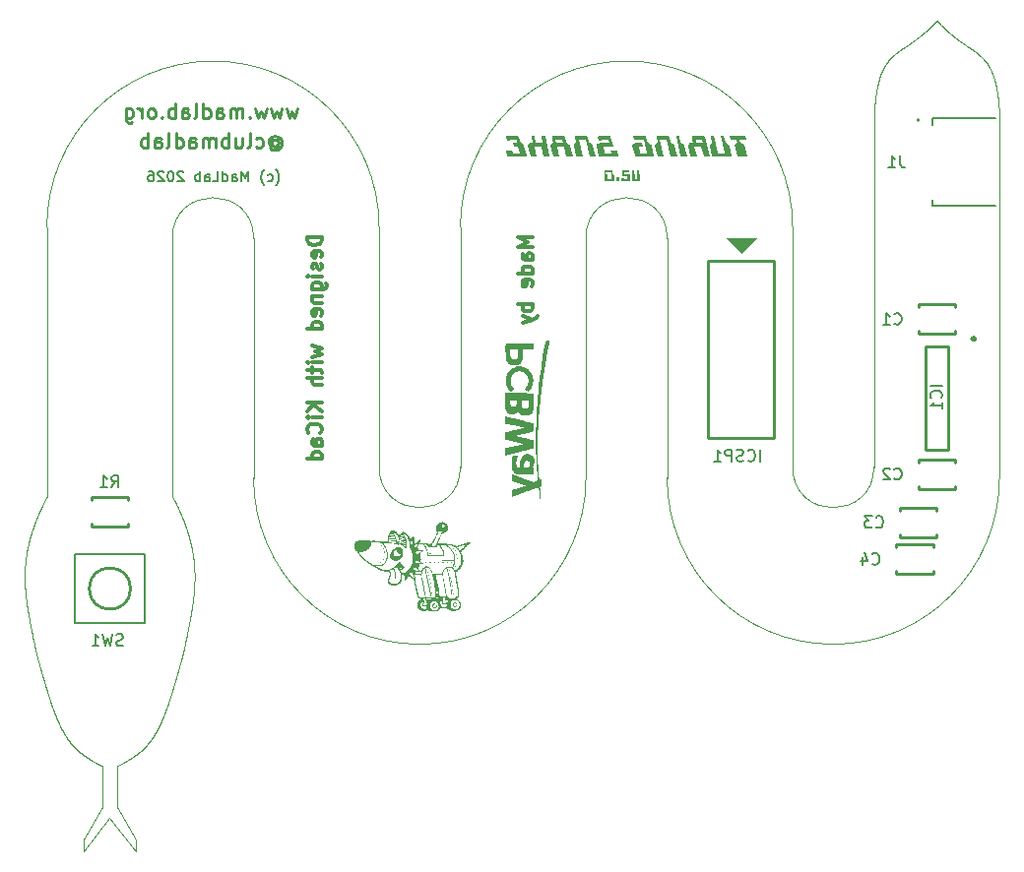
<source format=gbr>
%TF.GenerationSoftware,KiCad,Pcbnew,9.0.0*%
%TF.CreationDate,2025-12-28T17:48:29+00:00*%
%TF.ProjectId,turing,74757269-6e67-42e6-9b69-6361645f7063,v2.0*%
%TF.SameCoordinates,Original*%
%TF.FileFunction,Legend,Bot*%
%TF.FilePolarity,Positive*%
%FSLAX46Y46*%
G04 Gerber Fmt 4.6, Leading zero omitted, Abs format (unit mm)*
G04 Created by KiCad (PCBNEW 9.0.0) date 2025-12-28 17:48:29*
%MOMM*%
%LPD*%
G01*
G04 APERTURE LIST*
%ADD10C,0.304800*%
%ADD11C,0.228600*%
%ADD12C,0.254000*%
%ADD13C,0.203200*%
%ADD14C,0.150000*%
%ADD15C,0.127000*%
%ADD16C,0.200000*%
%ADD17C,0.000000*%
%ADD18C,0.100000*%
%TA.AperFunction,Profile*%
%ADD19C,0.050000*%
%TD*%
%ADD20C,0.050000*%
G04 APERTURE END LIST*
D10*
X103651226Y-108770406D02*
X102381226Y-108770406D01*
X102381226Y-108770406D02*
X103288369Y-109193740D01*
X103288369Y-109193740D02*
X102381226Y-109617073D01*
X102381226Y-109617073D02*
X103651226Y-109617073D01*
X103651226Y-110766121D02*
X102985988Y-110766121D01*
X102985988Y-110766121D02*
X102865035Y-110705645D01*
X102865035Y-110705645D02*
X102804559Y-110584693D01*
X102804559Y-110584693D02*
X102804559Y-110342788D01*
X102804559Y-110342788D02*
X102865035Y-110221835D01*
X103590750Y-110766121D02*
X103651226Y-110645169D01*
X103651226Y-110645169D02*
X103651226Y-110342788D01*
X103651226Y-110342788D02*
X103590750Y-110221835D01*
X103590750Y-110221835D02*
X103469797Y-110161359D01*
X103469797Y-110161359D02*
X103348845Y-110161359D01*
X103348845Y-110161359D02*
X103227892Y-110221835D01*
X103227892Y-110221835D02*
X103167416Y-110342788D01*
X103167416Y-110342788D02*
X103167416Y-110645169D01*
X103167416Y-110645169D02*
X103106940Y-110766121D01*
X103651226Y-111915169D02*
X102381226Y-111915169D01*
X103590750Y-111915169D02*
X103651226Y-111794217D01*
X103651226Y-111794217D02*
X103651226Y-111552312D01*
X103651226Y-111552312D02*
X103590750Y-111431360D01*
X103590750Y-111431360D02*
X103530273Y-111370883D01*
X103530273Y-111370883D02*
X103409321Y-111310407D01*
X103409321Y-111310407D02*
X103046464Y-111310407D01*
X103046464Y-111310407D02*
X102925511Y-111370883D01*
X102925511Y-111370883D02*
X102865035Y-111431360D01*
X102865035Y-111431360D02*
X102804559Y-111552312D01*
X102804559Y-111552312D02*
X102804559Y-111794217D01*
X102804559Y-111794217D02*
X102865035Y-111915169D01*
X103590750Y-113003741D02*
X103651226Y-112882789D01*
X103651226Y-112882789D02*
X103651226Y-112640884D01*
X103651226Y-112640884D02*
X103590750Y-112519931D01*
X103590750Y-112519931D02*
X103469797Y-112459455D01*
X103469797Y-112459455D02*
X102985988Y-112459455D01*
X102985988Y-112459455D02*
X102865035Y-112519931D01*
X102865035Y-112519931D02*
X102804559Y-112640884D01*
X102804559Y-112640884D02*
X102804559Y-112882789D01*
X102804559Y-112882789D02*
X102865035Y-113003741D01*
X102865035Y-113003741D02*
X102985988Y-113064217D01*
X102985988Y-113064217D02*
X103106940Y-113064217D01*
X103106940Y-113064217D02*
X103227892Y-112459455D01*
X103651226Y-114576121D02*
X102381226Y-114576121D01*
X102865035Y-114576121D02*
X102804559Y-114697074D01*
X102804559Y-114697074D02*
X102804559Y-114938979D01*
X102804559Y-114938979D02*
X102865035Y-115059931D01*
X102865035Y-115059931D02*
X102925511Y-115120407D01*
X102925511Y-115120407D02*
X103046464Y-115180883D01*
X103046464Y-115180883D02*
X103409321Y-115180883D01*
X103409321Y-115180883D02*
X103530273Y-115120407D01*
X103530273Y-115120407D02*
X103590750Y-115059931D01*
X103590750Y-115059931D02*
X103651226Y-114938979D01*
X103651226Y-114938979D02*
X103651226Y-114697074D01*
X103651226Y-114697074D02*
X103590750Y-114576121D01*
X102804559Y-115604217D02*
X103651226Y-115906598D01*
X102804559Y-116208979D02*
X103651226Y-115906598D01*
X103651226Y-115906598D02*
X103953607Y-115785646D01*
X103953607Y-115785646D02*
X104014083Y-115725169D01*
X104014083Y-115725169D02*
X104074559Y-115604217D01*
D11*
G36*
X112259740Y-103931112D02*
G01*
X112259740Y-103077907D01*
X112390329Y-103077907D01*
X112390329Y-103364397D01*
X112432515Y-103378418D01*
X112476313Y-103403605D01*
X112510248Y-103436857D01*
X112520661Y-103455845D01*
X112524020Y-103475631D01*
X112524020Y-103825213D01*
X112652872Y-103825213D01*
X112675764Y-103819320D01*
X112682734Y-103812197D01*
X112685008Y-103803004D01*
X112685008Y-103077907D01*
X112815597Y-103077907D01*
X112815597Y-103364459D01*
X112856108Y-103378418D01*
X112900899Y-103403543D01*
X112937439Y-103436795D01*
X112948917Y-103455885D01*
X112952576Y-103475631D01*
X112952576Y-103931112D01*
X112950150Y-103942816D01*
X112942154Y-103955306D01*
X112930431Y-103964329D01*
X112916595Y-103967280D01*
X112294295Y-103967280D01*
X112279457Y-103964192D01*
X112268735Y-103955244D01*
X112261866Y-103942859D01*
X112259740Y-103931112D01*
G37*
G36*
X111538676Y-103358007D02*
G01*
X111540274Y-103366131D01*
X111544259Y-103369670D01*
X111556605Y-103371718D01*
X111963200Y-103371718D01*
X112005695Y-103386110D01*
X112050859Y-103409871D01*
X112087647Y-103441696D01*
X112099224Y-103460846D01*
X112102908Y-103480594D01*
X112102908Y-103967280D01*
X111268688Y-103967280D01*
X111268688Y-103688110D01*
X111538676Y-103688110D01*
X111538676Y-103825213D01*
X111832920Y-103825213D01*
X111832920Y-103540957D01*
X111820513Y-103530596D01*
X111800847Y-103526564D01*
X111442703Y-103526564D01*
X111427743Y-103524139D01*
X111417206Y-103517444D01*
X111410180Y-103507812D01*
X111408086Y-103498833D01*
X111408086Y-103109795D01*
X111410368Y-103101816D01*
X111419315Y-103089881D01*
X111431643Y-103080831D01*
X111445557Y-103077907D01*
X111964937Y-103077907D01*
X111964937Y-103219974D01*
X111556605Y-103219974D01*
X111543777Y-103224131D01*
X111538676Y-103236600D01*
X111538676Y-103358007D01*
G37*
G36*
X110846273Y-103967280D02*
G01*
X111116261Y-103967280D01*
X111116261Y-103685380D01*
X110846273Y-103685380D01*
X110846273Y-103967280D01*
G37*
G36*
X110532370Y-103080878D02*
G01*
X110545514Y-103089881D01*
X110555032Y-103101796D01*
X110557426Y-103109671D01*
X110557426Y-103363405D01*
X110597936Y-103377425D01*
X110642727Y-103402613D01*
X110679268Y-103435865D01*
X110690747Y-103455006D01*
X110694405Y-103474762D01*
X110694405Y-103931112D01*
X110691979Y-103942816D01*
X110683982Y-103955306D01*
X110672260Y-103964329D01*
X110658423Y-103967280D01*
X109902556Y-103967280D01*
X109888730Y-103964327D01*
X109877058Y-103955306D01*
X109869013Y-103942812D01*
X109866574Y-103931112D01*
X109866574Y-103235173D01*
X109997163Y-103235173D01*
X109997163Y-103363343D01*
X110040217Y-103377425D01*
X110085567Y-103402613D01*
X110120990Y-103435927D01*
X110131984Y-103455025D01*
X110135507Y-103474824D01*
X110135507Y-103802942D01*
X110137793Y-103812129D01*
X110144813Y-103819258D01*
X110167829Y-103825213D01*
X110391723Y-103825213D01*
X110415483Y-103819320D01*
X110421839Y-103812070D01*
X110424045Y-103801701D01*
X110426836Y-103800274D01*
X110426836Y-103237034D01*
X110417034Y-103225061D01*
X110406054Y-103219974D01*
X110015154Y-103219974D01*
X110002148Y-103223888D01*
X109997163Y-103235173D01*
X109866574Y-103235173D01*
X109866574Y-103109484D01*
X109868980Y-103101623D01*
X109878547Y-103089756D01*
X109891430Y-103080784D01*
X109905472Y-103077907D01*
X110517101Y-103077907D01*
X110532370Y-103080878D01*
G37*
D10*
X85553726Y-108770406D02*
X84283726Y-108770406D01*
X84283726Y-108770406D02*
X84283726Y-109072787D01*
X84283726Y-109072787D02*
X84344202Y-109254216D01*
X84344202Y-109254216D02*
X84465154Y-109375168D01*
X84465154Y-109375168D02*
X84586107Y-109435645D01*
X84586107Y-109435645D02*
X84828011Y-109496121D01*
X84828011Y-109496121D02*
X85009440Y-109496121D01*
X85009440Y-109496121D02*
X85251345Y-109435645D01*
X85251345Y-109435645D02*
X85372297Y-109375168D01*
X85372297Y-109375168D02*
X85493250Y-109254216D01*
X85493250Y-109254216D02*
X85553726Y-109072787D01*
X85553726Y-109072787D02*
X85553726Y-108770406D01*
X85493250Y-110524216D02*
X85553726Y-110403264D01*
X85553726Y-110403264D02*
X85553726Y-110161359D01*
X85553726Y-110161359D02*
X85493250Y-110040406D01*
X85493250Y-110040406D02*
X85372297Y-109979930D01*
X85372297Y-109979930D02*
X84888488Y-109979930D01*
X84888488Y-109979930D02*
X84767535Y-110040406D01*
X84767535Y-110040406D02*
X84707059Y-110161359D01*
X84707059Y-110161359D02*
X84707059Y-110403264D01*
X84707059Y-110403264D02*
X84767535Y-110524216D01*
X84767535Y-110524216D02*
X84888488Y-110584692D01*
X84888488Y-110584692D02*
X85009440Y-110584692D01*
X85009440Y-110584692D02*
X85130392Y-109979930D01*
X85493250Y-111068501D02*
X85553726Y-111189454D01*
X85553726Y-111189454D02*
X85553726Y-111431358D01*
X85553726Y-111431358D02*
X85493250Y-111552311D01*
X85493250Y-111552311D02*
X85372297Y-111612787D01*
X85372297Y-111612787D02*
X85311821Y-111612787D01*
X85311821Y-111612787D02*
X85190869Y-111552311D01*
X85190869Y-111552311D02*
X85130392Y-111431358D01*
X85130392Y-111431358D02*
X85130392Y-111249930D01*
X85130392Y-111249930D02*
X85069916Y-111128977D01*
X85069916Y-111128977D02*
X84948964Y-111068501D01*
X84948964Y-111068501D02*
X84888488Y-111068501D01*
X84888488Y-111068501D02*
X84767535Y-111128977D01*
X84767535Y-111128977D02*
X84707059Y-111249930D01*
X84707059Y-111249930D02*
X84707059Y-111431358D01*
X84707059Y-111431358D02*
X84767535Y-111552311D01*
X85553726Y-112157072D02*
X84707059Y-112157072D01*
X84283726Y-112157072D02*
X84344202Y-112096596D01*
X84344202Y-112096596D02*
X84404678Y-112157072D01*
X84404678Y-112157072D02*
X84344202Y-112217549D01*
X84344202Y-112217549D02*
X84283726Y-112157072D01*
X84283726Y-112157072D02*
X84404678Y-112157072D01*
X84707059Y-113306120D02*
X85735154Y-113306120D01*
X85735154Y-113306120D02*
X85856107Y-113245644D01*
X85856107Y-113245644D02*
X85916583Y-113185168D01*
X85916583Y-113185168D02*
X85977059Y-113064215D01*
X85977059Y-113064215D02*
X85977059Y-112882787D01*
X85977059Y-112882787D02*
X85916583Y-112761834D01*
X85493250Y-113306120D02*
X85553726Y-113185168D01*
X85553726Y-113185168D02*
X85553726Y-112943263D01*
X85553726Y-112943263D02*
X85493250Y-112822311D01*
X85493250Y-112822311D02*
X85432773Y-112761834D01*
X85432773Y-112761834D02*
X85311821Y-112701358D01*
X85311821Y-112701358D02*
X84948964Y-112701358D01*
X84948964Y-112701358D02*
X84828011Y-112761834D01*
X84828011Y-112761834D02*
X84767535Y-112822311D01*
X84767535Y-112822311D02*
X84707059Y-112943263D01*
X84707059Y-112943263D02*
X84707059Y-113185168D01*
X84707059Y-113185168D02*
X84767535Y-113306120D01*
X84707059Y-113910882D02*
X85553726Y-113910882D01*
X84828011Y-113910882D02*
X84767535Y-113971359D01*
X84767535Y-113971359D02*
X84707059Y-114092311D01*
X84707059Y-114092311D02*
X84707059Y-114273740D01*
X84707059Y-114273740D02*
X84767535Y-114394692D01*
X84767535Y-114394692D02*
X84888488Y-114455168D01*
X84888488Y-114455168D02*
X85553726Y-114455168D01*
X85493250Y-115543740D02*
X85553726Y-115422788D01*
X85553726Y-115422788D02*
X85553726Y-115180883D01*
X85553726Y-115180883D02*
X85493250Y-115059930D01*
X85493250Y-115059930D02*
X85372297Y-114999454D01*
X85372297Y-114999454D02*
X84888488Y-114999454D01*
X84888488Y-114999454D02*
X84767535Y-115059930D01*
X84767535Y-115059930D02*
X84707059Y-115180883D01*
X84707059Y-115180883D02*
X84707059Y-115422788D01*
X84707059Y-115422788D02*
X84767535Y-115543740D01*
X84767535Y-115543740D02*
X84888488Y-115604216D01*
X84888488Y-115604216D02*
X85009440Y-115604216D01*
X85009440Y-115604216D02*
X85130392Y-114999454D01*
X85553726Y-116692787D02*
X84283726Y-116692787D01*
X85493250Y-116692787D02*
X85553726Y-116571835D01*
X85553726Y-116571835D02*
X85553726Y-116329930D01*
X85553726Y-116329930D02*
X85493250Y-116208978D01*
X85493250Y-116208978D02*
X85432773Y-116148501D01*
X85432773Y-116148501D02*
X85311821Y-116088025D01*
X85311821Y-116088025D02*
X84948964Y-116088025D01*
X84948964Y-116088025D02*
X84828011Y-116148501D01*
X84828011Y-116148501D02*
X84767535Y-116208978D01*
X84767535Y-116208978D02*
X84707059Y-116329930D01*
X84707059Y-116329930D02*
X84707059Y-116571835D01*
X84707059Y-116571835D02*
X84767535Y-116692787D01*
X84707059Y-118144216D02*
X85553726Y-118386121D01*
X85553726Y-118386121D02*
X84948964Y-118628026D01*
X84948964Y-118628026D02*
X85553726Y-118869930D01*
X85553726Y-118869930D02*
X84707059Y-119111835D01*
X85553726Y-119595644D02*
X84707059Y-119595644D01*
X84283726Y-119595644D02*
X84344202Y-119535168D01*
X84344202Y-119535168D02*
X84404678Y-119595644D01*
X84404678Y-119595644D02*
X84344202Y-119656121D01*
X84344202Y-119656121D02*
X84283726Y-119595644D01*
X84283726Y-119595644D02*
X84404678Y-119595644D01*
X84707059Y-120018978D02*
X84707059Y-120502787D01*
X84283726Y-120200406D02*
X85372297Y-120200406D01*
X85372297Y-120200406D02*
X85493250Y-120260883D01*
X85493250Y-120260883D02*
X85553726Y-120381835D01*
X85553726Y-120381835D02*
X85553726Y-120502787D01*
X85553726Y-120926120D02*
X84283726Y-120926120D01*
X85553726Y-121470406D02*
X84888488Y-121470406D01*
X84888488Y-121470406D02*
X84767535Y-121409930D01*
X84767535Y-121409930D02*
X84707059Y-121288978D01*
X84707059Y-121288978D02*
X84707059Y-121107549D01*
X84707059Y-121107549D02*
X84767535Y-120986597D01*
X84767535Y-120986597D02*
X84828011Y-120926120D01*
X85553726Y-123042787D02*
X84283726Y-123042787D01*
X85553726Y-123768502D02*
X84828011Y-123224216D01*
X84283726Y-123768502D02*
X85009440Y-123042787D01*
X85553726Y-124312787D02*
X84707059Y-124312787D01*
X84283726Y-124312787D02*
X84344202Y-124252311D01*
X84344202Y-124252311D02*
X84404678Y-124312787D01*
X84404678Y-124312787D02*
X84344202Y-124373264D01*
X84344202Y-124373264D02*
X84283726Y-124312787D01*
X84283726Y-124312787D02*
X84404678Y-124312787D01*
X85432773Y-125643264D02*
X85493250Y-125582788D01*
X85493250Y-125582788D02*
X85553726Y-125401359D01*
X85553726Y-125401359D02*
X85553726Y-125280407D01*
X85553726Y-125280407D02*
X85493250Y-125098978D01*
X85493250Y-125098978D02*
X85372297Y-124978026D01*
X85372297Y-124978026D02*
X85251345Y-124917549D01*
X85251345Y-124917549D02*
X85009440Y-124857073D01*
X85009440Y-124857073D02*
X84828011Y-124857073D01*
X84828011Y-124857073D02*
X84586107Y-124917549D01*
X84586107Y-124917549D02*
X84465154Y-124978026D01*
X84465154Y-124978026D02*
X84344202Y-125098978D01*
X84344202Y-125098978D02*
X84283726Y-125280407D01*
X84283726Y-125280407D02*
X84283726Y-125401359D01*
X84283726Y-125401359D02*
X84344202Y-125582788D01*
X84344202Y-125582788D02*
X84404678Y-125643264D01*
X85553726Y-126731835D02*
X84888488Y-126731835D01*
X84888488Y-126731835D02*
X84767535Y-126671359D01*
X84767535Y-126671359D02*
X84707059Y-126550407D01*
X84707059Y-126550407D02*
X84707059Y-126308502D01*
X84707059Y-126308502D02*
X84767535Y-126187549D01*
X85493250Y-126731835D02*
X85553726Y-126610883D01*
X85553726Y-126610883D02*
X85553726Y-126308502D01*
X85553726Y-126308502D02*
X85493250Y-126187549D01*
X85493250Y-126187549D02*
X85372297Y-126127073D01*
X85372297Y-126127073D02*
X85251345Y-126127073D01*
X85251345Y-126127073D02*
X85130392Y-126187549D01*
X85130392Y-126187549D02*
X85069916Y-126308502D01*
X85069916Y-126308502D02*
X85069916Y-126610883D01*
X85069916Y-126610883D02*
X85009440Y-126731835D01*
X85553726Y-127880883D02*
X84283726Y-127880883D01*
X85493250Y-127880883D02*
X85553726Y-127759931D01*
X85553726Y-127759931D02*
X85553726Y-127518026D01*
X85553726Y-127518026D02*
X85493250Y-127397074D01*
X85493250Y-127397074D02*
X85432773Y-127336597D01*
X85432773Y-127336597D02*
X85311821Y-127276121D01*
X85311821Y-127276121D02*
X84948964Y-127276121D01*
X84948964Y-127276121D02*
X84828011Y-127336597D01*
X84828011Y-127336597D02*
X84767535Y-127397074D01*
X84767535Y-127397074D02*
X84707059Y-127518026D01*
X84707059Y-127518026D02*
X84707059Y-127759931D01*
X84707059Y-127759931D02*
X84767535Y-127880883D01*
D12*
X83471466Y-97727201D02*
X83229561Y-98573868D01*
X83229561Y-98573868D02*
X82987656Y-97969106D01*
X82987656Y-97969106D02*
X82745752Y-98573868D01*
X82745752Y-98573868D02*
X82503847Y-97727201D01*
X82140990Y-97727201D02*
X81899085Y-98573868D01*
X81899085Y-98573868D02*
X81657180Y-97969106D01*
X81657180Y-97969106D02*
X81415276Y-98573868D01*
X81415276Y-98573868D02*
X81173371Y-97727201D01*
X80810514Y-97727201D02*
X80568609Y-98573868D01*
X80568609Y-98573868D02*
X80326704Y-97969106D01*
X80326704Y-97969106D02*
X80084800Y-98573868D01*
X80084800Y-98573868D02*
X79842895Y-97727201D01*
X79359086Y-98452915D02*
X79298609Y-98513392D01*
X79298609Y-98513392D02*
X79359086Y-98573868D01*
X79359086Y-98573868D02*
X79419562Y-98513392D01*
X79419562Y-98513392D02*
X79359086Y-98452915D01*
X79359086Y-98452915D02*
X79359086Y-98573868D01*
X78754324Y-98573868D02*
X78754324Y-97727201D01*
X78754324Y-97848153D02*
X78693847Y-97787677D01*
X78693847Y-97787677D02*
X78572895Y-97727201D01*
X78572895Y-97727201D02*
X78391466Y-97727201D01*
X78391466Y-97727201D02*
X78270514Y-97787677D01*
X78270514Y-97787677D02*
X78210038Y-97908630D01*
X78210038Y-97908630D02*
X78210038Y-98573868D01*
X78210038Y-97908630D02*
X78149562Y-97787677D01*
X78149562Y-97787677D02*
X78028609Y-97727201D01*
X78028609Y-97727201D02*
X77847181Y-97727201D01*
X77847181Y-97727201D02*
X77726228Y-97787677D01*
X77726228Y-97787677D02*
X77665752Y-97908630D01*
X77665752Y-97908630D02*
X77665752Y-98573868D01*
X76516705Y-98573868D02*
X76516705Y-97908630D01*
X76516705Y-97908630D02*
X76577181Y-97787677D01*
X76577181Y-97787677D02*
X76698133Y-97727201D01*
X76698133Y-97727201D02*
X76940038Y-97727201D01*
X76940038Y-97727201D02*
X77060991Y-97787677D01*
X76516705Y-98513392D02*
X76637657Y-98573868D01*
X76637657Y-98573868D02*
X76940038Y-98573868D01*
X76940038Y-98573868D02*
X77060991Y-98513392D01*
X77060991Y-98513392D02*
X77121467Y-98392439D01*
X77121467Y-98392439D02*
X77121467Y-98271487D01*
X77121467Y-98271487D02*
X77060991Y-98150534D01*
X77060991Y-98150534D02*
X76940038Y-98090058D01*
X76940038Y-98090058D02*
X76637657Y-98090058D01*
X76637657Y-98090058D02*
X76516705Y-98029582D01*
X75367657Y-98573868D02*
X75367657Y-97303868D01*
X75367657Y-98513392D02*
X75488609Y-98573868D01*
X75488609Y-98573868D02*
X75730514Y-98573868D01*
X75730514Y-98573868D02*
X75851466Y-98513392D01*
X75851466Y-98513392D02*
X75911943Y-98452915D01*
X75911943Y-98452915D02*
X75972419Y-98331963D01*
X75972419Y-98331963D02*
X75972419Y-97969106D01*
X75972419Y-97969106D02*
X75911943Y-97848153D01*
X75911943Y-97848153D02*
X75851466Y-97787677D01*
X75851466Y-97787677D02*
X75730514Y-97727201D01*
X75730514Y-97727201D02*
X75488609Y-97727201D01*
X75488609Y-97727201D02*
X75367657Y-97787677D01*
X74581466Y-98573868D02*
X74702418Y-98513392D01*
X74702418Y-98513392D02*
X74762895Y-98392439D01*
X74762895Y-98392439D02*
X74762895Y-97303868D01*
X73553371Y-98573868D02*
X73553371Y-97908630D01*
X73553371Y-97908630D02*
X73613847Y-97787677D01*
X73613847Y-97787677D02*
X73734799Y-97727201D01*
X73734799Y-97727201D02*
X73976704Y-97727201D01*
X73976704Y-97727201D02*
X74097657Y-97787677D01*
X73553371Y-98513392D02*
X73674323Y-98573868D01*
X73674323Y-98573868D02*
X73976704Y-98573868D01*
X73976704Y-98573868D02*
X74097657Y-98513392D01*
X74097657Y-98513392D02*
X74158133Y-98392439D01*
X74158133Y-98392439D02*
X74158133Y-98271487D01*
X74158133Y-98271487D02*
X74097657Y-98150534D01*
X74097657Y-98150534D02*
X73976704Y-98090058D01*
X73976704Y-98090058D02*
X73674323Y-98090058D01*
X73674323Y-98090058D02*
X73553371Y-98029582D01*
X72948609Y-98573868D02*
X72948609Y-97303868D01*
X72948609Y-97787677D02*
X72827656Y-97727201D01*
X72827656Y-97727201D02*
X72585751Y-97727201D01*
X72585751Y-97727201D02*
X72464799Y-97787677D01*
X72464799Y-97787677D02*
X72404323Y-97848153D01*
X72404323Y-97848153D02*
X72343847Y-97969106D01*
X72343847Y-97969106D02*
X72343847Y-98331963D01*
X72343847Y-98331963D02*
X72404323Y-98452915D01*
X72404323Y-98452915D02*
X72464799Y-98513392D01*
X72464799Y-98513392D02*
X72585751Y-98573868D01*
X72585751Y-98573868D02*
X72827656Y-98573868D01*
X72827656Y-98573868D02*
X72948609Y-98513392D01*
X71799561Y-98452915D02*
X71739084Y-98513392D01*
X71739084Y-98513392D02*
X71799561Y-98573868D01*
X71799561Y-98573868D02*
X71860037Y-98513392D01*
X71860037Y-98513392D02*
X71799561Y-98452915D01*
X71799561Y-98452915D02*
X71799561Y-98573868D01*
X71013370Y-98573868D02*
X71134322Y-98513392D01*
X71134322Y-98513392D02*
X71194799Y-98452915D01*
X71194799Y-98452915D02*
X71255275Y-98331963D01*
X71255275Y-98331963D02*
X71255275Y-97969106D01*
X71255275Y-97969106D02*
X71194799Y-97848153D01*
X71194799Y-97848153D02*
X71134322Y-97787677D01*
X71134322Y-97787677D02*
X71013370Y-97727201D01*
X71013370Y-97727201D02*
X70831941Y-97727201D01*
X70831941Y-97727201D02*
X70710989Y-97787677D01*
X70710989Y-97787677D02*
X70650513Y-97848153D01*
X70650513Y-97848153D02*
X70590037Y-97969106D01*
X70590037Y-97969106D02*
X70590037Y-98331963D01*
X70590037Y-98331963D02*
X70650513Y-98452915D01*
X70650513Y-98452915D02*
X70710989Y-98513392D01*
X70710989Y-98513392D02*
X70831941Y-98573868D01*
X70831941Y-98573868D02*
X71013370Y-98573868D01*
X70045751Y-98573868D02*
X70045751Y-97727201D01*
X70045751Y-97969106D02*
X69985274Y-97848153D01*
X69985274Y-97848153D02*
X69924798Y-97787677D01*
X69924798Y-97787677D02*
X69803846Y-97727201D01*
X69803846Y-97727201D02*
X69682893Y-97727201D01*
X68715275Y-97727201D02*
X68715275Y-98755296D01*
X68715275Y-98755296D02*
X68775751Y-98876249D01*
X68775751Y-98876249D02*
X68836227Y-98936725D01*
X68836227Y-98936725D02*
X68957180Y-98997201D01*
X68957180Y-98997201D02*
X69138608Y-98997201D01*
X69138608Y-98997201D02*
X69259561Y-98936725D01*
X68715275Y-98513392D02*
X68836227Y-98573868D01*
X68836227Y-98573868D02*
X69078132Y-98573868D01*
X69078132Y-98573868D02*
X69199084Y-98513392D01*
X69199084Y-98513392D02*
X69259561Y-98452915D01*
X69259561Y-98452915D02*
X69320037Y-98331963D01*
X69320037Y-98331963D02*
X69320037Y-97969106D01*
X69320037Y-97969106D02*
X69259561Y-97848153D01*
X69259561Y-97848153D02*
X69199084Y-97787677D01*
X69199084Y-97787677D02*
X69078132Y-97727201D01*
X69078132Y-97727201D02*
X68836227Y-97727201D01*
X68836227Y-97727201D02*
X68715275Y-97787677D01*
D10*
G36*
X122110810Y-101889560D02*
G01*
X121876431Y-100874003D01*
X121858748Y-100838777D01*
X121816999Y-100802163D01*
X121710791Y-100743227D01*
X121610786Y-100702282D01*
X121566491Y-100686525D01*
X121506811Y-100427455D01*
X121513684Y-100409061D01*
X121537581Y-100394948D01*
X122056837Y-100394948D01*
X121989464Y-100110815D01*
X120604535Y-100110815D01*
X120671908Y-100394948D01*
X121188930Y-100394948D01*
X121225827Y-100417314D01*
X121242903Y-100440607D01*
X121298860Y-100683671D01*
X121241041Y-100704764D01*
X121159152Y-100749307D01*
X121091034Y-100808987D01*
X121071958Y-100843296D01*
X121072175Y-100873010D01*
X121306181Y-101889560D01*
X122110810Y-101889560D01*
G37*
G36*
X119604860Y-101560139D02*
G01*
X119613783Y-101578824D01*
X119630419Y-101593392D01*
X119680670Y-101605427D01*
X120141610Y-101605427D01*
X120184167Y-101593888D01*
X120194469Y-101580231D01*
X120194590Y-101561876D01*
X119857849Y-100110815D01*
X120121882Y-100110815D01*
X120255883Y-100683671D01*
X120344969Y-100711836D01*
X120446587Y-100761963D01*
X120535797Y-100828095D01*
X120567920Y-100866619D01*
X120583566Y-100905394D01*
X120791144Y-101816355D01*
X120791999Y-101840270D01*
X120782087Y-101865117D01*
X120763171Y-101883346D01*
X120736179Y-101889560D01*
X119208439Y-101889560D01*
X119180377Y-101883802D01*
X119154714Y-101865861D01*
X119134766Y-101841046D01*
X119124936Y-101818092D01*
X118917358Y-100907131D01*
X118915786Y-100866864D01*
X118928897Y-100829211D01*
X118983986Y-100762459D01*
X119063146Y-100711960D01*
X119141190Y-100684043D01*
X119007188Y-100110815D01*
X119268491Y-100110815D01*
X119604860Y-101560139D01*
G37*
G36*
X118454333Y-100116451D02*
G01*
X118495998Y-100132900D01*
X118528115Y-100160024D01*
X118544511Y-100196427D01*
X118935349Y-101889560D01*
X118395249Y-101889560D01*
X118201071Y-101042869D01*
X118192132Y-101024361D01*
X118175759Y-101010982D01*
X118136676Y-101000187D01*
X117655884Y-101000187D01*
X117625609Y-101008128D01*
X117614431Y-101018600D01*
X117608735Y-101035921D01*
X117806015Y-101889560D01*
X117268769Y-101889560D01*
X117043324Y-100906759D01*
X117041751Y-100866492D01*
X117054863Y-100828839D01*
X117109952Y-100761963D01*
X117189112Y-100711464D01*
X117271374Y-100682554D01*
X117497315Y-100682554D01*
X117439652Y-100435520D01*
X117702412Y-100435520D01*
X117753655Y-100644711D01*
X117775236Y-100680595D01*
X117804402Y-100698436D01*
X118307403Y-100698436D01*
X118341276Y-100691612D01*
X118337678Y-100649426D01*
X118286435Y-100437009D01*
X118269188Y-100408100D01*
X118244745Y-100394948D01*
X117729833Y-100394948D01*
X117710229Y-100407727D01*
X117702412Y-100435520D01*
X117439652Y-100435520D01*
X117378947Y-100175458D01*
X117380779Y-100159069D01*
X117395449Y-100135134D01*
X117417842Y-100116851D01*
X117445452Y-100110815D01*
X118406912Y-100110815D01*
X118454333Y-100116451D01*
G37*
G36*
X116962054Y-101889560D02*
G01*
X116421954Y-101889560D01*
X116010520Y-100110815D01*
X116274553Y-100110815D01*
X116408554Y-100683671D01*
X116497640Y-100711836D01*
X116599258Y-100761963D01*
X116688468Y-100828095D01*
X116720591Y-100866619D01*
X116736237Y-100905394D01*
X116962054Y-101889560D01*
G37*
G36*
X114648173Y-100435768D02*
G01*
X114985037Y-101889560D01*
X114447791Y-101889560D01*
X114222346Y-100907131D01*
X114220774Y-100866864D01*
X114233885Y-100829211D01*
X114288975Y-100762459D01*
X114368135Y-100711960D01*
X114446178Y-100684043D01*
X114327562Y-100175458D01*
X114328819Y-100158981D01*
X114341086Y-100135134D01*
X114361092Y-100116960D01*
X114388359Y-100110815D01*
X115346965Y-100110815D01*
X115376099Y-100116339D01*
X115407886Y-100134513D01*
X115433774Y-100158429D01*
X115441883Y-100173721D01*
X115560871Y-100683671D01*
X115649957Y-100711836D01*
X115751575Y-100761963D01*
X115840785Y-100828095D01*
X115872909Y-100866619D01*
X115888554Y-100905394D01*
X116114371Y-101889560D01*
X115574271Y-101889560D01*
X115237903Y-100437257D01*
X115219292Y-100408224D01*
X115190506Y-100394948D01*
X114675593Y-100394948D01*
X114654625Y-100407727D01*
X114648173Y-100435768D01*
G37*
G36*
X113112368Y-100698436D02*
G01*
X112479956Y-100698436D01*
X112397818Y-100725733D01*
X112317293Y-100770400D01*
X112284794Y-100798984D01*
X112260715Y-100831569D01*
X112247529Y-100868049D01*
X112249051Y-100907999D01*
X112456630Y-101818216D01*
X112486408Y-101865861D01*
X112512070Y-101883802D01*
X112540132Y-101889560D01*
X114067872Y-101889560D01*
X114094865Y-101883346D01*
X114113780Y-101865117D01*
X114123692Y-101840270D01*
X114122838Y-101816355D01*
X113915260Y-100905394D01*
X113899614Y-100866619D01*
X113867490Y-100828095D01*
X113778280Y-100761963D01*
X113676663Y-100711836D01*
X113587576Y-100683671D01*
X113468588Y-100173721D01*
X113460480Y-100158429D01*
X113434592Y-100134513D01*
X113402805Y-100116339D01*
X113373671Y-100110815D01*
X112338882Y-100110815D01*
X112406255Y-100394948D01*
X113217212Y-100394948D01*
X113245997Y-100408224D01*
X113264608Y-100437257D01*
X113526283Y-101562001D01*
X113526167Y-101580248D01*
X113515861Y-101593888D01*
X113473303Y-101605427D01*
X113012363Y-101605427D01*
X112962113Y-101593392D01*
X112945472Y-101578943D01*
X112936553Y-101560388D01*
X112814587Y-101035052D01*
X112833943Y-101016069D01*
X112858758Y-101008128D01*
X113182346Y-101008128D01*
X113112368Y-100698436D01*
G37*
G36*
X110261488Y-100674489D02*
G01*
X110261722Y-100688399D01*
X110254044Y-100694838D01*
X110231090Y-100698436D01*
X109422739Y-100698436D01*
X109340477Y-100727346D01*
X109261317Y-100774990D01*
X109230063Y-100804908D01*
X109206227Y-100839013D01*
X109193114Y-100876772D01*
X109194688Y-100917057D01*
X109399412Y-101817968D01*
X109409243Y-101840922D01*
X109429191Y-101865737D01*
X109454863Y-101883776D01*
X109482915Y-101889560D01*
X111010655Y-101889560D01*
X111037659Y-101883371D01*
X111056563Y-101865241D01*
X111066478Y-101840411D01*
X111065621Y-101816603D01*
X110953953Y-101331220D01*
X110413853Y-101331220D01*
X110469066Y-101562373D01*
X110468956Y-101580384D01*
X110458644Y-101593888D01*
X110416086Y-101605427D01*
X109955146Y-101605427D01*
X109907953Y-101594949D01*
X109879212Y-101565599D01*
X109757494Y-101035797D01*
X109773996Y-101015945D01*
X109812956Y-101008128D01*
X110529863Y-101008128D01*
X110557460Y-101003343D01*
X110578501Y-100989641D01*
X110590953Y-100970155D01*
X110590536Y-100951550D01*
X110411371Y-100173969D01*
X110403266Y-100158657D01*
X110377375Y-100134638D01*
X110345579Y-100116365D01*
X110316454Y-100110815D01*
X109357847Y-100110815D01*
X109330580Y-100116960D01*
X109310575Y-100135134D01*
X109298313Y-100158997D01*
X109297050Y-100175582D01*
X109383159Y-100546320D01*
X109644461Y-100546320D01*
X109617661Y-100435893D01*
X109624113Y-100407727D01*
X109645082Y-100394948D01*
X110159994Y-100394948D01*
X110186952Y-100403166D01*
X110207391Y-100429689D01*
X110261488Y-100674489D01*
G37*
G36*
X107644366Y-100435768D02*
G01*
X107981231Y-101889560D01*
X107443985Y-101889560D01*
X107218540Y-100907131D01*
X107216968Y-100866864D01*
X107230079Y-100829211D01*
X107285168Y-100762459D01*
X107364328Y-100711960D01*
X107442372Y-100684043D01*
X107323756Y-100175458D01*
X107325012Y-100158981D01*
X107337280Y-100135134D01*
X107357285Y-100116960D01*
X107384553Y-100110815D01*
X108343159Y-100110815D01*
X108372293Y-100116339D01*
X108404080Y-100134513D01*
X108429968Y-100158429D01*
X108438077Y-100173721D01*
X108557065Y-100683671D01*
X108646151Y-100711836D01*
X108747769Y-100761963D01*
X108836979Y-100828095D01*
X108869102Y-100866619D01*
X108884748Y-100905394D01*
X109110565Y-101889560D01*
X108570465Y-101889560D01*
X108234097Y-100437257D01*
X108215485Y-100408224D01*
X108186700Y-100394948D01*
X107671787Y-100394948D01*
X107650818Y-100407727D01*
X107644366Y-100435768D01*
G37*
G36*
X106398998Y-100116339D02*
G01*
X106430785Y-100134513D01*
X106456673Y-100158429D01*
X106464782Y-100173721D01*
X106583770Y-100683671D01*
X106672856Y-100711836D01*
X106774474Y-100761963D01*
X106863684Y-100828095D01*
X106895808Y-100866619D01*
X106911453Y-100905394D01*
X107137270Y-101889560D01*
X106597170Y-101889560D01*
X106400387Y-101037534D01*
X106369740Y-101016317D01*
X106327182Y-101008128D01*
X105854951Y-101008128D01*
X105830136Y-101016069D01*
X105810781Y-101035177D01*
X106007936Y-101889560D01*
X105470690Y-101889560D01*
X105245245Y-100907999D01*
X105243671Y-100867840D01*
X105256784Y-100830204D01*
X105311874Y-100763451D01*
X105391034Y-100713077D01*
X105469077Y-100685160D01*
X105411170Y-100436389D01*
X105671072Y-100436389D01*
X105725169Y-100672504D01*
X105743160Y-100694590D01*
X105769588Y-100698436D01*
X106287354Y-100698436D01*
X106311967Y-100690757D01*
X106314899Y-100669278D01*
X106260802Y-100437009D01*
X106242191Y-100408224D01*
X106213405Y-100394948D01*
X105698492Y-100394948D01*
X105676159Y-100407727D01*
X105671072Y-100436389D01*
X105411170Y-100436389D01*
X105350461Y-100175582D01*
X105351718Y-100159106D01*
X105363985Y-100135258D01*
X105384002Y-100116985D01*
X105411258Y-100110815D01*
X106369864Y-100110815D01*
X106398998Y-100116339D01*
G37*
G36*
X104566305Y-100649302D02*
G01*
X104439996Y-100110815D01*
X104752418Y-100110815D01*
X105163976Y-101889560D01*
X104623876Y-101889560D01*
X104429698Y-101042869D01*
X104420759Y-101024361D01*
X104404386Y-101010982D01*
X104365303Y-101000187D01*
X103884511Y-101000187D01*
X103854236Y-101008128D01*
X103843058Y-101018600D01*
X103837362Y-101035921D01*
X104034642Y-101889560D01*
X103497395Y-101889560D01*
X103271951Y-100906759D01*
X103270378Y-100866492D01*
X103283490Y-100828839D01*
X103338579Y-100761963D01*
X103417739Y-100711464D01*
X103500001Y-100682554D01*
X103725942Y-100682554D01*
X103592189Y-100110815D01*
X103856345Y-100110815D01*
X103982282Y-100644463D01*
X104001266Y-100679825D01*
X104032905Y-100698436D01*
X104510347Y-100698436D01*
X104565808Y-100691116D01*
X104570005Y-100680195D01*
X104566305Y-100649302D01*
G37*
G36*
X102003032Y-100698436D02*
G01*
X102073134Y-101000187D01*
X102380593Y-101000187D01*
X102423151Y-101008500D01*
X102453798Y-101029965D01*
X102575888Y-101561504D01*
X102575759Y-101580072D01*
X102565465Y-101593764D01*
X102522908Y-101605427D01*
X102061968Y-101605427D01*
X102011717Y-101593268D01*
X101995108Y-101578641D01*
X101986157Y-101559643D01*
X101931440Y-101327498D01*
X101394194Y-101327498D01*
X101506234Y-101817844D01*
X101516074Y-101840904D01*
X101536012Y-101865737D01*
X101561684Y-101883776D01*
X101589737Y-101889560D01*
X103117477Y-101889560D01*
X103144469Y-101883346D01*
X103163385Y-101865117D01*
X103173297Y-101840270D01*
X103172442Y-101816355D01*
X102964864Y-100905394D01*
X102949218Y-100866619D01*
X102917095Y-100828095D01*
X102827885Y-100761963D01*
X102726267Y-100711836D01*
X102637181Y-100683671D01*
X102518193Y-100173721D01*
X102510084Y-100158429D01*
X102484196Y-100134513D01*
X102452409Y-100116339D01*
X102423275Y-100110815D01*
X101464669Y-100110815D01*
X101437401Y-100116960D01*
X101417396Y-100135134D01*
X101405131Y-100158874D01*
X101403872Y-100175334D01*
X101489980Y-100544955D01*
X101751283Y-100544955D01*
X101724483Y-100435520D01*
X101730934Y-100407603D01*
X101751903Y-100394948D01*
X102266816Y-100394948D01*
X102292996Y-100406983D01*
X102314337Y-100432046D01*
X102368310Y-100669278D01*
X102365378Y-100690757D01*
X102340765Y-100698436D01*
X102003032Y-100698436D01*
G37*
D13*
X81633149Y-104359304D02*
X81675482Y-104316970D01*
X81675482Y-104316970D02*
X81760149Y-104189970D01*
X81760149Y-104189970D02*
X81802482Y-104105304D01*
X81802482Y-104105304D02*
X81844816Y-103978304D01*
X81844816Y-103978304D02*
X81887149Y-103766637D01*
X81887149Y-103766637D02*
X81887149Y-103597304D01*
X81887149Y-103597304D02*
X81844816Y-103385637D01*
X81844816Y-103385637D02*
X81802482Y-103258637D01*
X81802482Y-103258637D02*
X81760149Y-103173970D01*
X81760149Y-103173970D02*
X81675482Y-103046970D01*
X81675482Y-103046970D02*
X81633149Y-103004637D01*
X80913482Y-103978304D02*
X80998149Y-104020637D01*
X80998149Y-104020637D02*
X81167482Y-104020637D01*
X81167482Y-104020637D02*
X81252149Y-103978304D01*
X81252149Y-103978304D02*
X81294482Y-103935970D01*
X81294482Y-103935970D02*
X81336815Y-103851304D01*
X81336815Y-103851304D02*
X81336815Y-103597304D01*
X81336815Y-103597304D02*
X81294482Y-103512637D01*
X81294482Y-103512637D02*
X81252149Y-103470304D01*
X81252149Y-103470304D02*
X81167482Y-103427970D01*
X81167482Y-103427970D02*
X80998149Y-103427970D01*
X80998149Y-103427970D02*
X80913482Y-103470304D01*
X80617149Y-104359304D02*
X80574815Y-104316970D01*
X80574815Y-104316970D02*
X80490149Y-104189970D01*
X80490149Y-104189970D02*
X80447815Y-104105304D01*
X80447815Y-104105304D02*
X80405482Y-103978304D01*
X80405482Y-103978304D02*
X80363149Y-103766637D01*
X80363149Y-103766637D02*
X80363149Y-103597304D01*
X80363149Y-103597304D02*
X80405482Y-103385637D01*
X80405482Y-103385637D02*
X80447815Y-103258637D01*
X80447815Y-103258637D02*
X80490149Y-103173970D01*
X80490149Y-103173970D02*
X80574815Y-103046970D01*
X80574815Y-103046970D02*
X80617149Y-103004637D01*
X79262482Y-104020637D02*
X79262482Y-103131637D01*
X79262482Y-103131637D02*
X78966149Y-103766637D01*
X78966149Y-103766637D02*
X78669815Y-103131637D01*
X78669815Y-103131637D02*
X78669815Y-104020637D01*
X77865482Y-104020637D02*
X77865482Y-103554970D01*
X77865482Y-103554970D02*
X77907815Y-103470304D01*
X77907815Y-103470304D02*
X77992482Y-103427970D01*
X77992482Y-103427970D02*
X78161815Y-103427970D01*
X78161815Y-103427970D02*
X78246482Y-103470304D01*
X77865482Y-103978304D02*
X77950149Y-104020637D01*
X77950149Y-104020637D02*
X78161815Y-104020637D01*
X78161815Y-104020637D02*
X78246482Y-103978304D01*
X78246482Y-103978304D02*
X78288815Y-103893637D01*
X78288815Y-103893637D02*
X78288815Y-103808970D01*
X78288815Y-103808970D02*
X78246482Y-103724304D01*
X78246482Y-103724304D02*
X78161815Y-103681970D01*
X78161815Y-103681970D02*
X77950149Y-103681970D01*
X77950149Y-103681970D02*
X77865482Y-103639637D01*
X77061149Y-104020637D02*
X77061149Y-103131637D01*
X77061149Y-103978304D02*
X77145816Y-104020637D01*
X77145816Y-104020637D02*
X77315149Y-104020637D01*
X77315149Y-104020637D02*
X77399816Y-103978304D01*
X77399816Y-103978304D02*
X77442149Y-103935970D01*
X77442149Y-103935970D02*
X77484482Y-103851304D01*
X77484482Y-103851304D02*
X77484482Y-103597304D01*
X77484482Y-103597304D02*
X77442149Y-103512637D01*
X77442149Y-103512637D02*
X77399816Y-103470304D01*
X77399816Y-103470304D02*
X77315149Y-103427970D01*
X77315149Y-103427970D02*
X77145816Y-103427970D01*
X77145816Y-103427970D02*
X77061149Y-103470304D01*
X76214483Y-104020637D02*
X76637816Y-104020637D01*
X76637816Y-104020637D02*
X76637816Y-103131637D01*
X75537149Y-104020637D02*
X75537149Y-103554970D01*
X75537149Y-103554970D02*
X75579482Y-103470304D01*
X75579482Y-103470304D02*
X75664149Y-103427970D01*
X75664149Y-103427970D02*
X75833482Y-103427970D01*
X75833482Y-103427970D02*
X75918149Y-103470304D01*
X75537149Y-103978304D02*
X75621816Y-104020637D01*
X75621816Y-104020637D02*
X75833482Y-104020637D01*
X75833482Y-104020637D02*
X75918149Y-103978304D01*
X75918149Y-103978304D02*
X75960482Y-103893637D01*
X75960482Y-103893637D02*
X75960482Y-103808970D01*
X75960482Y-103808970D02*
X75918149Y-103724304D01*
X75918149Y-103724304D02*
X75833482Y-103681970D01*
X75833482Y-103681970D02*
X75621816Y-103681970D01*
X75621816Y-103681970D02*
X75537149Y-103639637D01*
X75113816Y-104020637D02*
X75113816Y-103131637D01*
X75113816Y-103470304D02*
X75029149Y-103427970D01*
X75029149Y-103427970D02*
X74859816Y-103427970D01*
X74859816Y-103427970D02*
X74775149Y-103470304D01*
X74775149Y-103470304D02*
X74732816Y-103512637D01*
X74732816Y-103512637D02*
X74690483Y-103597304D01*
X74690483Y-103597304D02*
X74690483Y-103851304D01*
X74690483Y-103851304D02*
X74732816Y-103935970D01*
X74732816Y-103935970D02*
X74775149Y-103978304D01*
X74775149Y-103978304D02*
X74859816Y-104020637D01*
X74859816Y-104020637D02*
X75029149Y-104020637D01*
X75029149Y-104020637D02*
X75113816Y-103978304D01*
X73674483Y-103216304D02*
X73632150Y-103173970D01*
X73632150Y-103173970D02*
X73547483Y-103131637D01*
X73547483Y-103131637D02*
X73335817Y-103131637D01*
X73335817Y-103131637D02*
X73251150Y-103173970D01*
X73251150Y-103173970D02*
X73208817Y-103216304D01*
X73208817Y-103216304D02*
X73166483Y-103300970D01*
X73166483Y-103300970D02*
X73166483Y-103385637D01*
X73166483Y-103385637D02*
X73208817Y-103512637D01*
X73208817Y-103512637D02*
X73716817Y-104020637D01*
X73716817Y-104020637D02*
X73166483Y-104020637D01*
X72616150Y-103131637D02*
X72531483Y-103131637D01*
X72531483Y-103131637D02*
X72446816Y-103173970D01*
X72446816Y-103173970D02*
X72404483Y-103216304D01*
X72404483Y-103216304D02*
X72362150Y-103300970D01*
X72362150Y-103300970D02*
X72319816Y-103470304D01*
X72319816Y-103470304D02*
X72319816Y-103681970D01*
X72319816Y-103681970D02*
X72362150Y-103851304D01*
X72362150Y-103851304D02*
X72404483Y-103935970D01*
X72404483Y-103935970D02*
X72446816Y-103978304D01*
X72446816Y-103978304D02*
X72531483Y-104020637D01*
X72531483Y-104020637D02*
X72616150Y-104020637D01*
X72616150Y-104020637D02*
X72700816Y-103978304D01*
X72700816Y-103978304D02*
X72743150Y-103935970D01*
X72743150Y-103935970D02*
X72785483Y-103851304D01*
X72785483Y-103851304D02*
X72827816Y-103681970D01*
X72827816Y-103681970D02*
X72827816Y-103470304D01*
X72827816Y-103470304D02*
X72785483Y-103300970D01*
X72785483Y-103300970D02*
X72743150Y-103216304D01*
X72743150Y-103216304D02*
X72700816Y-103173970D01*
X72700816Y-103173970D02*
X72616150Y-103131637D01*
X71981149Y-103216304D02*
X71938816Y-103173970D01*
X71938816Y-103173970D02*
X71854149Y-103131637D01*
X71854149Y-103131637D02*
X71642483Y-103131637D01*
X71642483Y-103131637D02*
X71557816Y-103173970D01*
X71557816Y-103173970D02*
X71515483Y-103216304D01*
X71515483Y-103216304D02*
X71473149Y-103300970D01*
X71473149Y-103300970D02*
X71473149Y-103385637D01*
X71473149Y-103385637D02*
X71515483Y-103512637D01*
X71515483Y-103512637D02*
X72023483Y-104020637D01*
X72023483Y-104020637D02*
X71473149Y-104020637D01*
X70711149Y-103131637D02*
X70880482Y-103131637D01*
X70880482Y-103131637D02*
X70965149Y-103173970D01*
X70965149Y-103173970D02*
X71007482Y-103216304D01*
X71007482Y-103216304D02*
X71092149Y-103343304D01*
X71092149Y-103343304D02*
X71134482Y-103512637D01*
X71134482Y-103512637D02*
X71134482Y-103851304D01*
X71134482Y-103851304D02*
X71092149Y-103935970D01*
X71092149Y-103935970D02*
X71049816Y-103978304D01*
X71049816Y-103978304D02*
X70965149Y-104020637D01*
X70965149Y-104020637D02*
X70795816Y-104020637D01*
X70795816Y-104020637D02*
X70711149Y-103978304D01*
X70711149Y-103978304D02*
X70668816Y-103935970D01*
X70668816Y-103935970D02*
X70626482Y-103851304D01*
X70626482Y-103851304D02*
X70626482Y-103639637D01*
X70626482Y-103639637D02*
X70668816Y-103554970D01*
X70668816Y-103554970D02*
X70711149Y-103512637D01*
X70711149Y-103512637D02*
X70795816Y-103470304D01*
X70795816Y-103470304D02*
X70965149Y-103470304D01*
X70965149Y-103470304D02*
X71049816Y-103512637D01*
X71049816Y-103512637D02*
X71092149Y-103554970D01*
X71092149Y-103554970D02*
X71134482Y-103639637D01*
D12*
X81294323Y-100509106D02*
X81354799Y-100448630D01*
X81354799Y-100448630D02*
X81475752Y-100388153D01*
X81475752Y-100388153D02*
X81596704Y-100388153D01*
X81596704Y-100388153D02*
X81717656Y-100448630D01*
X81717656Y-100448630D02*
X81778133Y-100509106D01*
X81778133Y-100509106D02*
X81838609Y-100630058D01*
X81838609Y-100630058D02*
X81838609Y-100751011D01*
X81838609Y-100751011D02*
X81778133Y-100871963D01*
X81778133Y-100871963D02*
X81717656Y-100932439D01*
X81717656Y-100932439D02*
X81596704Y-100992915D01*
X81596704Y-100992915D02*
X81475752Y-100992915D01*
X81475752Y-100992915D02*
X81354799Y-100932439D01*
X81354799Y-100932439D02*
X81294323Y-100871963D01*
X81294323Y-100388153D02*
X81294323Y-100871963D01*
X81294323Y-100871963D02*
X81233847Y-100932439D01*
X81233847Y-100932439D02*
X81173371Y-100932439D01*
X81173371Y-100932439D02*
X81052418Y-100871963D01*
X81052418Y-100871963D02*
X80991942Y-100751011D01*
X80991942Y-100751011D02*
X80991942Y-100448630D01*
X80991942Y-100448630D02*
X81112895Y-100267201D01*
X81112895Y-100267201D02*
X81294323Y-100146249D01*
X81294323Y-100146249D02*
X81536228Y-100085772D01*
X81536228Y-100085772D02*
X81778133Y-100146249D01*
X81778133Y-100146249D02*
X81959561Y-100267201D01*
X81959561Y-100267201D02*
X82080514Y-100448630D01*
X82080514Y-100448630D02*
X82140990Y-100690534D01*
X82140990Y-100690534D02*
X82080514Y-100932439D01*
X82080514Y-100932439D02*
X81959561Y-101113868D01*
X81959561Y-101113868D02*
X81778133Y-101234820D01*
X81778133Y-101234820D02*
X81536228Y-101295296D01*
X81536228Y-101295296D02*
X81294323Y-101234820D01*
X81294323Y-101234820D02*
X81112895Y-101113868D01*
X79903371Y-101053392D02*
X80024323Y-101113868D01*
X80024323Y-101113868D02*
X80266228Y-101113868D01*
X80266228Y-101113868D02*
X80387180Y-101053392D01*
X80387180Y-101053392D02*
X80447657Y-100992915D01*
X80447657Y-100992915D02*
X80508133Y-100871963D01*
X80508133Y-100871963D02*
X80508133Y-100509106D01*
X80508133Y-100509106D02*
X80447657Y-100388153D01*
X80447657Y-100388153D02*
X80387180Y-100327677D01*
X80387180Y-100327677D02*
X80266228Y-100267201D01*
X80266228Y-100267201D02*
X80024323Y-100267201D01*
X80024323Y-100267201D02*
X79903371Y-100327677D01*
X79177657Y-101113868D02*
X79298609Y-101053392D01*
X79298609Y-101053392D02*
X79359086Y-100932439D01*
X79359086Y-100932439D02*
X79359086Y-99843868D01*
X78149562Y-100267201D02*
X78149562Y-101113868D01*
X78693848Y-100267201D02*
X78693848Y-100932439D01*
X78693848Y-100932439D02*
X78633371Y-101053392D01*
X78633371Y-101053392D02*
X78512419Y-101113868D01*
X78512419Y-101113868D02*
X78330990Y-101113868D01*
X78330990Y-101113868D02*
X78210038Y-101053392D01*
X78210038Y-101053392D02*
X78149562Y-100992915D01*
X77544800Y-101113868D02*
X77544800Y-99843868D01*
X77544800Y-100327677D02*
X77423847Y-100267201D01*
X77423847Y-100267201D02*
X77181942Y-100267201D01*
X77181942Y-100267201D02*
X77060990Y-100327677D01*
X77060990Y-100327677D02*
X77000514Y-100388153D01*
X77000514Y-100388153D02*
X76940038Y-100509106D01*
X76940038Y-100509106D02*
X76940038Y-100871963D01*
X76940038Y-100871963D02*
X77000514Y-100992915D01*
X77000514Y-100992915D02*
X77060990Y-101053392D01*
X77060990Y-101053392D02*
X77181942Y-101113868D01*
X77181942Y-101113868D02*
X77423847Y-101113868D01*
X77423847Y-101113868D02*
X77544800Y-101053392D01*
X76395752Y-101113868D02*
X76395752Y-100267201D01*
X76395752Y-100388153D02*
X76335275Y-100327677D01*
X76335275Y-100327677D02*
X76214323Y-100267201D01*
X76214323Y-100267201D02*
X76032894Y-100267201D01*
X76032894Y-100267201D02*
X75911942Y-100327677D01*
X75911942Y-100327677D02*
X75851466Y-100448630D01*
X75851466Y-100448630D02*
X75851466Y-101113868D01*
X75851466Y-100448630D02*
X75790990Y-100327677D01*
X75790990Y-100327677D02*
X75670037Y-100267201D01*
X75670037Y-100267201D02*
X75488609Y-100267201D01*
X75488609Y-100267201D02*
X75367656Y-100327677D01*
X75367656Y-100327677D02*
X75307180Y-100448630D01*
X75307180Y-100448630D02*
X75307180Y-101113868D01*
X74158133Y-101113868D02*
X74158133Y-100448630D01*
X74158133Y-100448630D02*
X74218609Y-100327677D01*
X74218609Y-100327677D02*
X74339561Y-100267201D01*
X74339561Y-100267201D02*
X74581466Y-100267201D01*
X74581466Y-100267201D02*
X74702419Y-100327677D01*
X74158133Y-101053392D02*
X74279085Y-101113868D01*
X74279085Y-101113868D02*
X74581466Y-101113868D01*
X74581466Y-101113868D02*
X74702419Y-101053392D01*
X74702419Y-101053392D02*
X74762895Y-100932439D01*
X74762895Y-100932439D02*
X74762895Y-100811487D01*
X74762895Y-100811487D02*
X74702419Y-100690534D01*
X74702419Y-100690534D02*
X74581466Y-100630058D01*
X74581466Y-100630058D02*
X74279085Y-100630058D01*
X74279085Y-100630058D02*
X74158133Y-100569582D01*
X73009085Y-101113868D02*
X73009085Y-99843868D01*
X73009085Y-101053392D02*
X73130037Y-101113868D01*
X73130037Y-101113868D02*
X73371942Y-101113868D01*
X73371942Y-101113868D02*
X73492894Y-101053392D01*
X73492894Y-101053392D02*
X73553371Y-100992915D01*
X73553371Y-100992915D02*
X73613847Y-100871963D01*
X73613847Y-100871963D02*
X73613847Y-100509106D01*
X73613847Y-100509106D02*
X73553371Y-100388153D01*
X73553371Y-100388153D02*
X73492894Y-100327677D01*
X73492894Y-100327677D02*
X73371942Y-100267201D01*
X73371942Y-100267201D02*
X73130037Y-100267201D01*
X73130037Y-100267201D02*
X73009085Y-100327677D01*
X72222894Y-101113868D02*
X72343846Y-101053392D01*
X72343846Y-101053392D02*
X72404323Y-100932439D01*
X72404323Y-100932439D02*
X72404323Y-99843868D01*
X71194799Y-101113868D02*
X71194799Y-100448630D01*
X71194799Y-100448630D02*
X71255275Y-100327677D01*
X71255275Y-100327677D02*
X71376227Y-100267201D01*
X71376227Y-100267201D02*
X71618132Y-100267201D01*
X71618132Y-100267201D02*
X71739085Y-100327677D01*
X71194799Y-101053392D02*
X71315751Y-101113868D01*
X71315751Y-101113868D02*
X71618132Y-101113868D01*
X71618132Y-101113868D02*
X71739085Y-101053392D01*
X71739085Y-101053392D02*
X71799561Y-100932439D01*
X71799561Y-100932439D02*
X71799561Y-100811487D01*
X71799561Y-100811487D02*
X71739085Y-100690534D01*
X71739085Y-100690534D02*
X71618132Y-100630058D01*
X71618132Y-100630058D02*
X71315751Y-100630058D01*
X71315751Y-100630058D02*
X71194799Y-100569582D01*
X70590037Y-101113868D02*
X70590037Y-99843868D01*
X70590037Y-100327677D02*
X70469084Y-100267201D01*
X70469084Y-100267201D02*
X70227179Y-100267201D01*
X70227179Y-100267201D02*
X70106227Y-100327677D01*
X70106227Y-100327677D02*
X70045751Y-100388153D01*
X70045751Y-100388153D02*
X69985275Y-100509106D01*
X69985275Y-100509106D02*
X69985275Y-100871963D01*
X69985275Y-100871963D02*
X70045751Y-100992915D01*
X70045751Y-100992915D02*
X70106227Y-101053392D01*
X70106227Y-101053392D02*
X70227179Y-101113868D01*
X70227179Y-101113868D02*
X70469084Y-101113868D01*
X70469084Y-101113868D02*
X70590037Y-101053392D01*
D14*
X135270833Y-101812319D02*
X135270833Y-102526604D01*
X135270833Y-102526604D02*
X135318452Y-102669461D01*
X135318452Y-102669461D02*
X135413690Y-102764700D01*
X135413690Y-102764700D02*
X135556547Y-102812319D01*
X135556547Y-102812319D02*
X135651785Y-102812319D01*
X134270833Y-102812319D02*
X134842261Y-102812319D01*
X134556547Y-102812319D02*
X134556547Y-101812319D01*
X134556547Y-101812319D02*
X134651785Y-101955176D01*
X134651785Y-101955176D02*
X134747023Y-102050414D01*
X134747023Y-102050414D02*
X134842261Y-102098033D01*
X134786666Y-116247080D02*
X134834285Y-116294700D01*
X134834285Y-116294700D02*
X134977142Y-116342319D01*
X134977142Y-116342319D02*
X135072380Y-116342319D01*
X135072380Y-116342319D02*
X135215237Y-116294700D01*
X135215237Y-116294700D02*
X135310475Y-116199461D01*
X135310475Y-116199461D02*
X135358094Y-116104223D01*
X135358094Y-116104223D02*
X135405713Y-115913747D01*
X135405713Y-115913747D02*
X135405713Y-115770890D01*
X135405713Y-115770890D02*
X135358094Y-115580414D01*
X135358094Y-115580414D02*
X135310475Y-115485176D01*
X135310475Y-115485176D02*
X135215237Y-115389938D01*
X135215237Y-115389938D02*
X135072380Y-115342319D01*
X135072380Y-115342319D02*
X134977142Y-115342319D01*
X134977142Y-115342319D02*
X134834285Y-115389938D01*
X134834285Y-115389938D02*
X134786666Y-115437557D01*
X133834285Y-116342319D02*
X134405713Y-116342319D01*
X134119999Y-116342319D02*
X134119999Y-115342319D01*
X134119999Y-115342319D02*
X134215237Y-115485176D01*
X134215237Y-115485176D02*
X134310475Y-115580414D01*
X134310475Y-115580414D02*
X134405713Y-115628033D01*
X68470832Y-143917200D02*
X68327975Y-143964819D01*
X68327975Y-143964819D02*
X68089880Y-143964819D01*
X68089880Y-143964819D02*
X67994642Y-143917200D01*
X67994642Y-143917200D02*
X67947023Y-143869580D01*
X67947023Y-143869580D02*
X67899404Y-143774342D01*
X67899404Y-143774342D02*
X67899404Y-143679104D01*
X67899404Y-143679104D02*
X67947023Y-143583866D01*
X67947023Y-143583866D02*
X67994642Y-143536247D01*
X67994642Y-143536247D02*
X68089880Y-143488628D01*
X68089880Y-143488628D02*
X68280356Y-143441009D01*
X68280356Y-143441009D02*
X68375594Y-143393390D01*
X68375594Y-143393390D02*
X68423213Y-143345771D01*
X68423213Y-143345771D02*
X68470832Y-143250533D01*
X68470832Y-143250533D02*
X68470832Y-143155295D01*
X68470832Y-143155295D02*
X68423213Y-143060057D01*
X68423213Y-143060057D02*
X68375594Y-143012438D01*
X68375594Y-143012438D02*
X68280356Y-142964819D01*
X68280356Y-142964819D02*
X68042261Y-142964819D01*
X68042261Y-142964819D02*
X67899404Y-143012438D01*
X67566070Y-142964819D02*
X67327975Y-143964819D01*
X67327975Y-143964819D02*
X67137499Y-143250533D01*
X67137499Y-143250533D02*
X66947023Y-143964819D01*
X66947023Y-143964819D02*
X66708928Y-142964819D01*
X65804166Y-143964819D02*
X66375594Y-143964819D01*
X66089880Y-143964819D02*
X66089880Y-142964819D01*
X66089880Y-142964819D02*
X66185118Y-143107676D01*
X66185118Y-143107676D02*
X66280356Y-143202914D01*
X66280356Y-143202914D02*
X66375594Y-143250533D01*
X123237380Y-128089819D02*
X123237380Y-127089819D01*
X122189762Y-127994580D02*
X122237381Y-128042200D01*
X122237381Y-128042200D02*
X122380238Y-128089819D01*
X122380238Y-128089819D02*
X122475476Y-128089819D01*
X122475476Y-128089819D02*
X122618333Y-128042200D01*
X122618333Y-128042200D02*
X122713571Y-127946961D01*
X122713571Y-127946961D02*
X122761190Y-127851723D01*
X122761190Y-127851723D02*
X122808809Y-127661247D01*
X122808809Y-127661247D02*
X122808809Y-127518390D01*
X122808809Y-127518390D02*
X122761190Y-127327914D01*
X122761190Y-127327914D02*
X122713571Y-127232676D01*
X122713571Y-127232676D02*
X122618333Y-127137438D01*
X122618333Y-127137438D02*
X122475476Y-127089819D01*
X122475476Y-127089819D02*
X122380238Y-127089819D01*
X122380238Y-127089819D02*
X122237381Y-127137438D01*
X122237381Y-127137438D02*
X122189762Y-127185057D01*
X121808809Y-128042200D02*
X121665952Y-128089819D01*
X121665952Y-128089819D02*
X121427857Y-128089819D01*
X121427857Y-128089819D02*
X121332619Y-128042200D01*
X121332619Y-128042200D02*
X121285000Y-127994580D01*
X121285000Y-127994580D02*
X121237381Y-127899342D01*
X121237381Y-127899342D02*
X121237381Y-127804104D01*
X121237381Y-127804104D02*
X121285000Y-127708866D01*
X121285000Y-127708866D02*
X121332619Y-127661247D01*
X121332619Y-127661247D02*
X121427857Y-127613628D01*
X121427857Y-127613628D02*
X121618333Y-127566009D01*
X121618333Y-127566009D02*
X121713571Y-127518390D01*
X121713571Y-127518390D02*
X121761190Y-127470771D01*
X121761190Y-127470771D02*
X121808809Y-127375533D01*
X121808809Y-127375533D02*
X121808809Y-127280295D01*
X121808809Y-127280295D02*
X121761190Y-127185057D01*
X121761190Y-127185057D02*
X121713571Y-127137438D01*
X121713571Y-127137438D02*
X121618333Y-127089819D01*
X121618333Y-127089819D02*
X121380238Y-127089819D01*
X121380238Y-127089819D02*
X121237381Y-127137438D01*
X120808809Y-128089819D02*
X120808809Y-127089819D01*
X120808809Y-127089819D02*
X120427857Y-127089819D01*
X120427857Y-127089819D02*
X120332619Y-127137438D01*
X120332619Y-127137438D02*
X120285000Y-127185057D01*
X120285000Y-127185057D02*
X120237381Y-127280295D01*
X120237381Y-127280295D02*
X120237381Y-127423152D01*
X120237381Y-127423152D02*
X120285000Y-127518390D01*
X120285000Y-127518390D02*
X120332619Y-127566009D01*
X120332619Y-127566009D02*
X120427857Y-127613628D01*
X120427857Y-127613628D02*
X120808809Y-127613628D01*
X119285000Y-128089819D02*
X119856428Y-128089819D01*
X119570714Y-128089819D02*
X119570714Y-127089819D01*
X119570714Y-127089819D02*
X119665952Y-127232676D01*
X119665952Y-127232676D02*
X119761190Y-127327914D01*
X119761190Y-127327914D02*
X119856428Y-127375533D01*
X138884819Y-121578810D02*
X137884819Y-121578810D01*
X138789580Y-122626428D02*
X138837200Y-122578809D01*
X138837200Y-122578809D02*
X138884819Y-122435952D01*
X138884819Y-122435952D02*
X138884819Y-122340714D01*
X138884819Y-122340714D02*
X138837200Y-122197857D01*
X138837200Y-122197857D02*
X138741961Y-122102619D01*
X138741961Y-122102619D02*
X138646723Y-122055000D01*
X138646723Y-122055000D02*
X138456247Y-122007381D01*
X138456247Y-122007381D02*
X138313390Y-122007381D01*
X138313390Y-122007381D02*
X138122914Y-122055000D01*
X138122914Y-122055000D02*
X138027676Y-122102619D01*
X138027676Y-122102619D02*
X137932438Y-122197857D01*
X137932438Y-122197857D02*
X137884819Y-122340714D01*
X137884819Y-122340714D02*
X137884819Y-122435952D01*
X137884819Y-122435952D02*
X137932438Y-122578809D01*
X137932438Y-122578809D02*
X137980057Y-122626428D01*
X138884819Y-123578809D02*
X138884819Y-123007381D01*
X138884819Y-123293095D02*
X137884819Y-123293095D01*
X137884819Y-123293095D02*
X138027676Y-123197857D01*
X138027676Y-123197857D02*
X138122914Y-123102619D01*
X138122914Y-123102619D02*
X138170533Y-123007381D01*
X133199166Y-133709580D02*
X133246785Y-133757200D01*
X133246785Y-133757200D02*
X133389642Y-133804819D01*
X133389642Y-133804819D02*
X133484880Y-133804819D01*
X133484880Y-133804819D02*
X133627737Y-133757200D01*
X133627737Y-133757200D02*
X133722975Y-133661961D01*
X133722975Y-133661961D02*
X133770594Y-133566723D01*
X133770594Y-133566723D02*
X133818213Y-133376247D01*
X133818213Y-133376247D02*
X133818213Y-133233390D01*
X133818213Y-133233390D02*
X133770594Y-133042914D01*
X133770594Y-133042914D02*
X133722975Y-132947676D01*
X133722975Y-132947676D02*
X133627737Y-132852438D01*
X133627737Y-132852438D02*
X133484880Y-132804819D01*
X133484880Y-132804819D02*
X133389642Y-132804819D01*
X133389642Y-132804819D02*
X133246785Y-132852438D01*
X133246785Y-132852438D02*
X133199166Y-132900057D01*
X132865832Y-132804819D02*
X132246785Y-132804819D01*
X132246785Y-132804819D02*
X132580118Y-133185771D01*
X132580118Y-133185771D02*
X132437261Y-133185771D01*
X132437261Y-133185771D02*
X132342023Y-133233390D01*
X132342023Y-133233390D02*
X132294404Y-133281009D01*
X132294404Y-133281009D02*
X132246785Y-133376247D01*
X132246785Y-133376247D02*
X132246785Y-133614342D01*
X132246785Y-133614342D02*
X132294404Y-133709580D01*
X132294404Y-133709580D02*
X132342023Y-133757200D01*
X132342023Y-133757200D02*
X132437261Y-133804819D01*
X132437261Y-133804819D02*
X132722975Y-133804819D01*
X132722975Y-133804819D02*
X132818213Y-133757200D01*
X132818213Y-133757200D02*
X132865832Y-133709580D01*
X134786666Y-129582080D02*
X134834285Y-129629700D01*
X134834285Y-129629700D02*
X134977142Y-129677319D01*
X134977142Y-129677319D02*
X135072380Y-129677319D01*
X135072380Y-129677319D02*
X135215237Y-129629700D01*
X135215237Y-129629700D02*
X135310475Y-129534461D01*
X135310475Y-129534461D02*
X135358094Y-129439223D01*
X135358094Y-129439223D02*
X135405713Y-129248747D01*
X135405713Y-129248747D02*
X135405713Y-129105890D01*
X135405713Y-129105890D02*
X135358094Y-128915414D01*
X135358094Y-128915414D02*
X135310475Y-128820176D01*
X135310475Y-128820176D02*
X135215237Y-128724938D01*
X135215237Y-128724938D02*
X135072380Y-128677319D01*
X135072380Y-128677319D02*
X134977142Y-128677319D01*
X134977142Y-128677319D02*
X134834285Y-128724938D01*
X134834285Y-128724938D02*
X134786666Y-128772557D01*
X134405713Y-128772557D02*
X134358094Y-128724938D01*
X134358094Y-128724938D02*
X134262856Y-128677319D01*
X134262856Y-128677319D02*
X134024761Y-128677319D01*
X134024761Y-128677319D02*
X133929523Y-128724938D01*
X133929523Y-128724938D02*
X133881904Y-128772557D01*
X133881904Y-128772557D02*
X133834285Y-128867795D01*
X133834285Y-128867795D02*
X133834285Y-128963033D01*
X133834285Y-128963033D02*
X133881904Y-129105890D01*
X133881904Y-129105890D02*
X134453332Y-129677319D01*
X134453332Y-129677319D02*
X133834285Y-129677319D01*
X67476666Y-130312319D02*
X67809999Y-129836128D01*
X68048094Y-130312319D02*
X68048094Y-129312319D01*
X68048094Y-129312319D02*
X67667142Y-129312319D01*
X67667142Y-129312319D02*
X67571904Y-129359938D01*
X67571904Y-129359938D02*
X67524285Y-129407557D01*
X67524285Y-129407557D02*
X67476666Y-129502795D01*
X67476666Y-129502795D02*
X67476666Y-129645652D01*
X67476666Y-129645652D02*
X67524285Y-129740890D01*
X67524285Y-129740890D02*
X67571904Y-129788509D01*
X67571904Y-129788509D02*
X67667142Y-129836128D01*
X67667142Y-129836128D02*
X68048094Y-129836128D01*
X66524285Y-130312319D02*
X67095713Y-130312319D01*
X66809999Y-130312319D02*
X66809999Y-129312319D01*
X66809999Y-129312319D02*
X66905237Y-129455176D01*
X66905237Y-129455176D02*
X67000475Y-129550414D01*
X67000475Y-129550414D02*
X67095713Y-129598033D01*
X132881666Y-136884580D02*
X132929285Y-136932200D01*
X132929285Y-136932200D02*
X133072142Y-136979819D01*
X133072142Y-136979819D02*
X133167380Y-136979819D01*
X133167380Y-136979819D02*
X133310237Y-136932200D01*
X133310237Y-136932200D02*
X133405475Y-136836961D01*
X133405475Y-136836961D02*
X133453094Y-136741723D01*
X133453094Y-136741723D02*
X133500713Y-136551247D01*
X133500713Y-136551247D02*
X133500713Y-136408390D01*
X133500713Y-136408390D02*
X133453094Y-136217914D01*
X133453094Y-136217914D02*
X133405475Y-136122676D01*
X133405475Y-136122676D02*
X133310237Y-136027438D01*
X133310237Y-136027438D02*
X133167380Y-135979819D01*
X133167380Y-135979819D02*
X133072142Y-135979819D01*
X133072142Y-135979819D02*
X132929285Y-136027438D01*
X132929285Y-136027438D02*
X132881666Y-136075057D01*
X132024523Y-136313152D02*
X132024523Y-136979819D01*
X132262618Y-135932200D02*
X132500713Y-136646485D01*
X132500713Y-136646485D02*
X131881666Y-136646485D01*
D15*
%TO.C,J1*%
X138040000Y-98587500D02*
X138040000Y-99117500D01*
X143510000Y-98587500D02*
X138040000Y-98587500D01*
X138040000Y-105557500D02*
X138040000Y-106087500D01*
X138040000Y-106087500D02*
X143510000Y-106087500D01*
D16*
X136940000Y-98745000D02*
G75*
G02*
X136740000Y-98745000I-100000J0D01*
G01*
X136740000Y-98745000D02*
G75*
G02*
X136940000Y-98745000I100000J0D01*
G01*
D17*
%TO.C,G\u002A\u002A\u002A*%
G36*
X90655222Y-136719315D02*
G01*
X90669429Y-136733996D01*
X90670889Y-136754839D01*
X90656707Y-136777962D01*
X90641381Y-136790703D01*
X90620000Y-136796091D01*
X90596554Y-136784991D01*
X90587614Y-136775683D01*
X90582398Y-136754368D01*
X90591159Y-136733301D01*
X90612432Y-136718603D01*
X90631165Y-136714679D01*
X90655222Y-136719315D01*
G37*
G36*
X96663199Y-138075229D02*
G01*
X96674678Y-138092136D01*
X96684008Y-138120792D01*
X96682193Y-138146706D01*
X96668864Y-138164090D01*
X96654625Y-138170910D01*
X96632766Y-138171391D01*
X96610714Y-138155531D01*
X96594593Y-138130109D01*
X96596390Y-138102959D01*
X96616679Y-138074288D01*
X96641252Y-138049714D01*
X96663199Y-138075229D01*
G37*
G36*
X96682485Y-136756519D02*
G01*
X96687063Y-136760049D01*
X96707043Y-136781496D01*
X96708863Y-136799368D01*
X96692500Y-136813531D01*
X96665493Y-136822243D01*
X96639874Y-136819696D01*
X96624302Y-136804358D01*
X96621630Y-136777671D01*
X96623212Y-136770004D01*
X96635831Y-136749448D01*
X96656542Y-136744622D01*
X96682485Y-136756519D01*
G37*
G36*
X90884846Y-136493746D02*
G01*
X90903057Y-136506340D01*
X90914097Y-136526551D01*
X90914787Y-136550590D01*
X90901947Y-136574669D01*
X90882611Y-136588100D01*
X90856773Y-136591628D01*
X90834773Y-136581289D01*
X90831546Y-136577452D01*
X90824078Y-136553855D01*
X90828005Y-136526532D01*
X90842498Y-136503811D01*
X90862644Y-136492561D01*
X90884846Y-136493746D01*
G37*
G36*
X90956547Y-135852313D02*
G01*
X90977157Y-135870136D01*
X90981243Y-135877990D01*
X90985028Y-135904084D01*
X90977880Y-135928708D01*
X90961444Y-135944114D01*
X90942566Y-135948887D01*
X90914228Y-135944696D01*
X90894079Y-135927314D01*
X90886410Y-135899304D01*
X90891387Y-135876876D01*
X90908216Y-135857434D01*
X90931751Y-135848663D01*
X90956547Y-135852313D01*
G37*
G36*
X90992820Y-136203898D02*
G01*
X91007112Y-136223203D01*
X91008559Y-136247216D01*
X90994563Y-136271305D01*
X90990551Y-136274745D01*
X90966905Y-136283121D01*
X90941361Y-136279611D01*
X90922596Y-136264978D01*
X90917812Y-136251128D01*
X90920429Y-136226538D01*
X90932602Y-136204994D01*
X90951246Y-136194122D01*
X90968282Y-136193930D01*
X90992820Y-136203898D01*
G37*
G36*
X94676974Y-137561277D02*
G01*
X94694327Y-137573161D01*
X94706712Y-137593245D01*
X94712364Y-137615929D01*
X94709519Y-137635614D01*
X94696410Y-137646700D01*
X94670938Y-137651349D01*
X94650122Y-137647487D01*
X94637507Y-137631915D01*
X94632733Y-137614170D01*
X94635794Y-137588110D01*
X94648794Y-137568081D01*
X94669100Y-137560073D01*
X94676974Y-137561277D01*
G37*
G36*
X94926678Y-138513587D02*
G01*
X94943595Y-138530200D01*
X94952812Y-138555720D01*
X94951104Y-138586862D01*
X94949298Y-138593101D01*
X94938830Y-138607681D01*
X94917531Y-138611428D01*
X94900274Y-138607463D01*
X94881066Y-138590661D01*
X94870547Y-138566231D01*
X94870899Y-138540254D01*
X94884305Y-138518813D01*
X94905291Y-138509170D01*
X94926678Y-138513587D01*
G37*
G36*
X96707664Y-138400171D02*
G01*
X96722945Y-138414748D01*
X96736511Y-138438408D01*
X96740104Y-138466336D01*
X96729806Y-138488615D01*
X96720158Y-138495545D01*
X96696867Y-138498617D01*
X96676347Y-138486432D01*
X96669920Y-138472896D01*
X96668289Y-138446569D01*
X96674747Y-138420338D01*
X96688055Y-138403026D01*
X96694177Y-138399848D01*
X96707664Y-138400171D01*
G37*
G36*
X90315324Y-136864864D02*
G01*
X90331891Y-136873148D01*
X90338167Y-136893301D01*
X90337491Y-136911381D01*
X90324211Y-136932548D01*
X90311617Y-136940078D01*
X90293278Y-136945415D01*
X90272831Y-136939281D01*
X90254563Y-136924306D01*
X90246758Y-136906881D01*
X90247475Y-136900940D01*
X90259776Y-136881370D01*
X90282361Y-136867523D01*
X90308737Y-136863899D01*
X90315324Y-136864864D01*
G37*
G36*
X90867261Y-135579301D02*
G01*
X90882183Y-135596008D01*
X90886071Y-135620185D01*
X90875591Y-135648163D01*
X90874795Y-135649342D01*
X90853915Y-135666856D01*
X90828983Y-135670872D01*
X90806861Y-135660190D01*
X90802175Y-135654273D01*
X90795521Y-135629789D01*
X90800774Y-135603389D01*
X90816838Y-135583499D01*
X90817649Y-135582975D01*
X90844638Y-135573733D01*
X90867261Y-135579301D01*
G37*
G36*
X94755007Y-137848868D02*
G01*
X94762699Y-137861562D01*
X94767879Y-137885401D01*
X94767876Y-137910056D01*
X94761886Y-137926459D01*
X94757107Y-137929462D01*
X94737742Y-137930890D01*
X94715832Y-137924626D01*
X94700630Y-137912740D01*
X94699165Y-137910208D01*
X94694421Y-137887179D01*
X94701314Y-137865207D01*
X94716163Y-137848616D01*
X94735287Y-137841729D01*
X94755007Y-137848868D01*
G37*
G36*
X94899585Y-136735559D02*
G01*
X94921505Y-136752693D01*
X94933237Y-136773964D01*
X94932881Y-136794765D01*
X94916412Y-136816720D01*
X94915335Y-136817782D01*
X94894318Y-136831031D01*
X94868028Y-136830536D01*
X94845714Y-136823488D01*
X94829290Y-136806923D01*
X94824483Y-136778069D01*
X94828579Y-136754656D01*
X94845617Y-136737526D01*
X94876846Y-136732014D01*
X94899585Y-136735559D01*
G37*
G36*
X94902583Y-136000726D02*
G01*
X94927024Y-136015943D01*
X94938606Y-136031266D01*
X94938115Y-136047204D01*
X94924097Y-136069102D01*
X94923548Y-136069785D01*
X94904737Y-136079710D01*
X94879072Y-136079115D01*
X94852891Y-136070135D01*
X94832535Y-136054901D01*
X94824340Y-136035545D01*
X94830428Y-136016337D01*
X94848975Y-136001937D01*
X94874797Y-135996395D01*
X94902583Y-136000726D01*
G37*
G36*
X95665126Y-136750155D02*
G01*
X95672360Y-136753524D01*
X95687551Y-136770110D01*
X95686505Y-136790627D01*
X95668937Y-136810571D01*
X95664360Y-136813513D01*
X95635917Y-136823526D01*
X95607768Y-136822755D01*
X95587309Y-136811145D01*
X95584519Y-136807450D01*
X95581258Y-136793610D01*
X95590574Y-136774635D01*
X95604668Y-136757995D01*
X95632021Y-136745233D01*
X95665126Y-136750155D01*
G37*
G36*
X96348575Y-136745898D02*
G01*
X96375885Y-136756042D01*
X96393840Y-136773504D01*
X96393970Y-136795860D01*
X96376080Y-136822567D01*
X96374220Y-136824480D01*
X96349891Y-136840236D01*
X96325373Y-136843134D01*
X96305731Y-136833791D01*
X96296027Y-136812823D01*
X96297944Y-136789454D01*
X96308409Y-136763157D01*
X96313001Y-136756608D01*
X96328004Y-136744688D01*
X96348575Y-136745898D01*
G37*
G36*
X96587729Y-137758572D02*
G01*
X96602503Y-137773105D01*
X96614063Y-137791055D01*
X96618770Y-137818785D01*
X96605397Y-137843181D01*
X96602312Y-137846090D01*
X96578840Y-137858040D01*
X96557604Y-137853758D01*
X96542214Y-137835262D01*
X96536282Y-137804569D01*
X96536542Y-137796161D01*
X96542772Y-137775432D01*
X96560635Y-137762571D01*
X96573004Y-137757693D01*
X96587729Y-137758572D01*
G37*
G36*
X96761211Y-138769603D02*
G01*
X96783338Y-138777874D01*
X96797340Y-138797907D01*
X96800971Y-138823945D01*
X96791984Y-138850229D01*
X96779013Y-138863810D01*
X96751055Y-138871941D01*
X96748740Y-138871911D01*
X96727530Y-138866351D01*
X96716330Y-138849118D01*
X96713058Y-138817217D01*
X96716219Y-138795531D01*
X96731757Y-138776031D01*
X96760529Y-138769597D01*
X96761211Y-138769603D01*
G37*
G36*
X96882124Y-139426973D02*
G01*
X96890098Y-139437520D01*
X96898019Y-139463518D01*
X96897514Y-139491317D01*
X96887974Y-139512058D01*
X96875308Y-139519161D01*
X96852619Y-139523223D01*
X96826496Y-139517908D01*
X96810961Y-139499873D01*
X96806099Y-139467399D01*
X96806325Y-139460460D01*
X96814523Y-139430328D01*
X96832089Y-139413533D01*
X96855723Y-139411830D01*
X96882124Y-139426973D01*
G37*
G36*
X96885746Y-135532261D02*
G01*
X96894761Y-135543984D01*
X96899566Y-135567693D01*
X96893776Y-135590994D01*
X96878205Y-135605937D01*
X96855021Y-135613190D01*
X96830724Y-135611755D01*
X96810175Y-135596287D01*
X96800777Y-135584606D01*
X96798079Y-135571155D01*
X96806701Y-135552093D01*
X96812242Y-135544114D01*
X96835014Y-135527787D01*
X96861943Y-135523227D01*
X96885746Y-135532261D01*
G37*
G36*
X97061404Y-135717414D02*
G01*
X97064917Y-135720966D01*
X97074298Y-135743201D01*
X97074394Y-135769656D01*
X97064751Y-135790447D01*
X97060885Y-135793620D01*
X97037869Y-135800927D01*
X97011519Y-135798603D01*
X96991718Y-135787099D01*
X96985288Y-135774838D01*
X96986415Y-135752562D01*
X96998731Y-135731542D01*
X97018094Y-135715917D01*
X97040365Y-135709828D01*
X97061404Y-135717414D01*
G37*
G36*
X97130332Y-136059924D02*
G01*
X97145991Y-136079562D01*
X97156848Y-136105284D01*
X97160226Y-136130586D01*
X97153449Y-136148962D01*
X97153075Y-136149293D01*
X97139361Y-136153451D01*
X97116447Y-136155164D01*
X97090541Y-136150609D01*
X97071231Y-136133160D01*
X97062640Y-136106790D01*
X97068532Y-136080480D01*
X97086592Y-136060654D01*
X97113893Y-136052820D01*
X97130332Y-136059924D01*
G37*
G36*
X97204337Y-136765874D02*
G01*
X97210759Y-136771247D01*
X97221595Y-136793710D01*
X97221565Y-136820822D01*
X97210079Y-136844485D01*
X97195431Y-136855613D01*
X97173305Y-136862271D01*
X97163254Y-136861060D01*
X97143509Y-136848673D01*
X97132940Y-136827342D01*
X97132164Y-136802608D01*
X97141802Y-136780015D01*
X97162469Y-136765104D01*
X97179924Y-136760955D01*
X97204337Y-136765874D01*
G37*
G36*
X97237720Y-136423175D02*
G01*
X97244906Y-136447154D01*
X97238338Y-136478610D01*
X97232556Y-136490761D01*
X97218996Y-136505098D01*
X97197644Y-136508718D01*
X97192656Y-136508483D01*
X97169020Y-136498962D01*
X97155340Y-136479409D01*
X97152470Y-136455181D01*
X97161264Y-136431637D01*
X97182575Y-136414138D01*
X97193000Y-136410280D01*
X97219508Y-136409832D01*
X97237720Y-136423175D01*
G37*
G36*
X90717475Y-135302402D02*
G01*
X90741465Y-135314592D01*
X90752332Y-135326691D01*
X90757200Y-135347097D01*
X90743859Y-135368309D01*
X90743594Y-135368570D01*
X90724088Y-135378721D01*
X90698003Y-135382930D01*
X90695121Y-135382874D01*
X90666995Y-135376458D01*
X90645862Y-135362056D01*
X90637527Y-135343456D01*
X90643806Y-135324657D01*
X90662952Y-135309016D01*
X90689406Y-135301070D01*
X90717475Y-135302402D01*
G37*
G36*
X94492833Y-136725065D02*
G01*
X94516663Y-136738414D01*
X94531837Y-136759351D01*
X94535489Y-136783024D01*
X94524751Y-136804586D01*
X94521926Y-136807074D01*
X94499322Y-136815305D01*
X94471360Y-136813470D01*
X94444004Y-136803576D01*
X94423217Y-136787629D01*
X94414963Y-136767637D01*
X94415231Y-136764051D01*
X94426105Y-136744035D01*
X94448496Y-136728779D01*
X94476354Y-136722710D01*
X94492833Y-136725065D01*
G37*
G36*
X94834552Y-138177731D02*
G01*
X94852253Y-138192747D01*
X94865416Y-138211677D01*
X94869562Y-138242502D01*
X94856268Y-138274569D01*
X94849375Y-138283222D01*
X94837487Y-138289392D01*
X94822099Y-138283311D01*
X94798754Y-138264173D01*
X94795699Y-138261269D01*
X94780278Y-138235863D01*
X94781206Y-138210120D01*
X94798499Y-138188622D01*
X94799949Y-138187611D01*
X94819886Y-138176231D01*
X94834552Y-138177731D01*
G37*
G36*
X94972376Y-138877959D02*
G01*
X94986910Y-138885114D01*
X94995579Y-138901804D01*
X94999339Y-138918047D01*
X94993677Y-138950650D01*
X94991455Y-138955012D01*
X94973996Y-138971931D01*
X94952134Y-138975434D01*
X94930058Y-138967829D01*
X94911957Y-138951426D01*
X94902019Y-138928532D01*
X94904432Y-138901458D01*
X94911557Y-138886779D01*
X94924895Y-138878529D01*
X94949945Y-138876593D01*
X94972376Y-138877959D01*
G37*
G36*
X95074389Y-139337146D02*
G01*
X95096159Y-139355036D01*
X95107182Y-139378151D01*
X95103802Y-139401634D01*
X95093261Y-139415373D01*
X95072615Y-139430031D01*
X95068380Y-139431512D01*
X95039539Y-139433116D01*
X95011734Y-139423378D01*
X94990785Y-139405384D01*
X94982509Y-139382221D01*
X94983591Y-139373385D01*
X94996974Y-139350240D01*
X95020952Y-139334099D01*
X95049592Y-139329616D01*
X95074389Y-139337146D01*
G37*
G36*
X95271390Y-136713456D02*
G01*
X95291942Y-136722114D01*
X95309816Y-136740425D01*
X95317454Y-136760841D01*
X95313684Y-136773617D01*
X95299358Y-136790154D01*
X95277417Y-136798037D01*
X95248186Y-136798968D01*
X95228143Y-136795330D01*
X95217449Y-136786765D01*
X95215110Y-136768740D01*
X95215117Y-136767962D01*
X95223699Y-136741959D01*
X95244109Y-136721621D01*
X95269945Y-136713406D01*
X95271390Y-136713456D01*
G37*
G36*
X95816148Y-135941173D02*
G01*
X95836730Y-135948413D01*
X95856555Y-135965868D01*
X95868748Y-135983141D01*
X95870005Y-135994750D01*
X95860440Y-136007736D01*
X95842359Y-136018746D01*
X95814532Y-136024573D01*
X95786473Y-136023350D01*
X95766635Y-136014470D01*
X95761465Y-136005510D01*
X95762952Y-135985392D01*
X95774937Y-135964394D01*
X95793816Y-135947870D01*
X95815986Y-135941172D01*
X95816148Y-135941173D01*
G37*
G36*
X96019527Y-136754169D02*
G01*
X96037148Y-136771165D01*
X96042998Y-136794102D01*
X96032297Y-136816039D01*
X96005689Y-136833305D01*
X95997918Y-136836380D01*
X95979469Y-136841895D01*
X95966298Y-136838874D01*
X95949167Y-136826148D01*
X95938779Y-136816867D01*
X95932613Y-136803282D01*
X95938695Y-136784142D01*
X95942721Y-136776349D01*
X95964448Y-136753076D01*
X95991400Y-136745182D01*
X96019527Y-136754169D01*
G37*
G36*
X96540795Y-137461655D02*
G01*
X96560291Y-137473940D01*
X96571034Y-137489375D01*
X96573498Y-137513509D01*
X96573304Y-137527528D01*
X96569913Y-137541806D01*
X96558226Y-137547537D01*
X96533090Y-137549280D01*
X96506308Y-137547561D01*
X96478634Y-137536202D01*
X96464932Y-137515974D01*
X96467131Y-137488649D01*
X96470508Y-137480113D01*
X96487216Y-137456896D01*
X96510130Y-137450932D01*
X96540795Y-137461655D01*
G37*
G36*
X96835604Y-139129244D02*
G01*
X96844704Y-139143041D01*
X96851635Y-139167801D01*
X96852587Y-139192961D01*
X96846416Y-139209987D01*
X96839328Y-139214015D01*
X96817544Y-139216157D01*
X96792811Y-139211656D01*
X96774199Y-139201570D01*
X96770416Y-139197047D01*
X96761167Y-139172978D01*
X96761135Y-139145847D01*
X96770743Y-139125011D01*
X96784808Y-139116450D01*
X96810505Y-139115814D01*
X96835604Y-139129244D01*
G37*
G36*
X97067638Y-137076449D02*
G01*
X97079514Y-137080009D01*
X97084320Y-137092040D01*
X97085220Y-137117604D01*
X97084490Y-137136061D01*
X97078547Y-137158595D01*
X97064541Y-137173428D01*
X97044726Y-137185033D01*
X97027758Y-137185553D01*
X97009194Y-137172514D01*
X96994137Y-137150297D01*
X96992745Y-137124320D01*
X97004640Y-137100472D01*
X97027594Y-137083028D01*
X97059378Y-137076263D01*
X97067638Y-137076449D01*
G37*
G36*
X97192757Y-140397556D02*
G01*
X97196534Y-140451270D01*
X97184021Y-140502771D01*
X97176219Y-140517795D01*
X97147364Y-140554362D01*
X97109768Y-140586284D01*
X97070103Y-140607430D01*
X97064484Y-140609345D01*
X97034870Y-140617254D01*
X97010787Y-140620655D01*
X96995919Y-140619075D01*
X96960248Y-140604781D01*
X96922054Y-140578395D01*
X96884689Y-140543296D01*
X96851509Y-140502863D01*
X96825869Y-140460476D01*
X96811123Y-140419514D01*
X96810699Y-140416927D01*
X96883742Y-140416927D01*
X96891651Y-140459520D01*
X96913170Y-140496900D01*
X96946579Y-140523882D01*
X96953376Y-140527105D01*
X96997074Y-140536813D01*
X97042455Y-140531283D01*
X97084184Y-140511891D01*
X97116928Y-140480009D01*
X97119878Y-140475701D01*
X97141138Y-140431287D01*
X97145126Y-140390322D01*
X97133026Y-140354820D01*
X97106020Y-140326798D01*
X97065292Y-140308272D01*
X97012025Y-140301257D01*
X96992663Y-140301738D01*
X96949504Y-140310510D01*
X96917804Y-140331578D01*
X96894423Y-140366687D01*
X96891164Y-140374304D01*
X96883742Y-140416927D01*
X96810699Y-140416927D01*
X96809699Y-140410822D01*
X96812408Y-140365615D01*
X96829586Y-140318761D01*
X96859398Y-140275720D01*
X96874684Y-140259866D01*
X96917917Y-140227245D01*
X96962567Y-140212619D01*
X97010746Y-140215576D01*
X97064566Y-140235705D01*
X97098501Y-140256238D01*
X97142260Y-140296730D01*
X97174172Y-140344939D01*
X97190202Y-140390322D01*
X97192757Y-140397556D01*
G37*
G36*
X95441956Y-140497424D02*
G01*
X95443058Y-140537362D01*
X95441696Y-140571180D01*
X95430812Y-140626722D01*
X95408338Y-140669824D01*
X95373419Y-140702509D01*
X95366614Y-140706920D01*
X95349115Y-140715463D01*
X95327941Y-140720481D01*
X95298119Y-140722848D01*
X95254682Y-140723443D01*
X95209846Y-140722296D01*
X95163050Y-140716438D01*
X95127861Y-140704299D01*
X95100490Y-140684429D01*
X95077151Y-140655374D01*
X95071894Y-140646565D01*
X95055708Y-140602040D01*
X95048173Y-140547731D01*
X95049114Y-140511640D01*
X95131408Y-140511640D01*
X95131431Y-140514007D01*
X95140101Y-140559488D01*
X95162453Y-140598272D01*
X95195628Y-140625299D01*
X95205226Y-140629724D01*
X95248036Y-140638269D01*
X95290718Y-140631439D01*
X95329858Y-140611494D01*
X95362042Y-140580689D01*
X95383856Y-140541283D01*
X95391886Y-140495533D01*
X95391871Y-140494062D01*
X95382639Y-140460055D01*
X95358549Y-140431871D01*
X95322813Y-140411380D01*
X95278642Y-140400448D01*
X95229249Y-140400943D01*
X95197750Y-140410310D01*
X95163364Y-140435132D01*
X95140002Y-140470321D01*
X95131408Y-140511640D01*
X95049114Y-140511640D01*
X95049698Y-140489218D01*
X95060694Y-140432080D01*
X95075396Y-140396849D01*
X95105385Y-140355759D01*
X95143473Y-140324822D01*
X95185404Y-140308263D01*
X95230379Y-140306590D01*
X95284295Y-140318850D01*
X95336514Y-140343997D01*
X95382384Y-140379713D01*
X95417254Y-140423685D01*
X95428106Y-140443588D01*
X95437532Y-140468630D01*
X95441665Y-140495533D01*
X95441956Y-140497424D01*
G37*
G36*
X92542317Y-136075876D02*
G01*
X92525929Y-136154213D01*
X92499907Y-136224988D01*
X92462503Y-136292179D01*
X92411968Y-136359766D01*
X92346555Y-136431729D01*
X92292219Y-136485422D01*
X92237198Y-136533462D01*
X92185934Y-136569810D01*
X92135020Y-136596533D01*
X92081046Y-136615698D01*
X92020602Y-136629373D01*
X91963124Y-136635174D01*
X91877963Y-136629981D01*
X91790529Y-136610369D01*
X91704528Y-136577543D01*
X91623667Y-136532708D01*
X91551654Y-136477066D01*
X91511480Y-136436523D01*
X91470169Y-136379772D01*
X91443919Y-136318765D01*
X91431302Y-136249863D01*
X91430892Y-136169429D01*
X91432697Y-136145030D01*
X91440241Y-136089765D01*
X91453452Y-136037567D01*
X91453454Y-136037561D01*
X91713423Y-136037561D01*
X91727887Y-136098347D01*
X91757570Y-136154469D01*
X91800790Y-136203489D01*
X91855863Y-136242975D01*
X91921107Y-136270491D01*
X91945083Y-136277010D01*
X91987338Y-136283700D01*
X92028484Y-136281702D01*
X92077320Y-136271045D01*
X92091008Y-136267113D01*
X92158760Y-136239404D01*
X92222445Y-136198278D01*
X92284288Y-136142068D01*
X92346515Y-136069102D01*
X92355697Y-136056890D01*
X92372176Y-136031367D01*
X92375097Y-136018411D01*
X92364435Y-136017862D01*
X92340165Y-136029560D01*
X92328585Y-136034287D01*
X92299278Y-136040543D01*
X92265732Y-136043096D01*
X92218039Y-136037698D01*
X92158361Y-136016648D01*
X92102423Y-135982212D01*
X92054397Y-135937074D01*
X92018453Y-135883921D01*
X92003057Y-135839446D01*
X91995849Y-135785171D01*
X91998007Y-135730666D01*
X92009872Y-135683876D01*
X92012534Y-135677439D01*
X92020586Y-135656963D01*
X92023828Y-135646959D01*
X92019217Y-135642387D01*
X92002907Y-135646342D01*
X91977477Y-135658933D01*
X91945720Y-135678319D01*
X91910427Y-135702660D01*
X91874391Y-135730118D01*
X91840403Y-135758852D01*
X91811256Y-135787023D01*
X91808175Y-135790306D01*
X91764044Y-135846079D01*
X91734466Y-135904963D01*
X91716020Y-135973669D01*
X91715860Y-135974544D01*
X91713423Y-136037561D01*
X91453454Y-136037561D01*
X91473880Y-135984086D01*
X91503075Y-135924972D01*
X91542585Y-135855875D01*
X91545834Y-135850455D01*
X91575872Y-135801913D01*
X91601921Y-135764199D01*
X91628187Y-135732131D01*
X91658874Y-135700533D01*
X91698187Y-135664223D01*
X91728626Y-135637250D01*
X91796417Y-135580490D01*
X91856551Y-135536196D01*
X91911954Y-135502985D01*
X91965552Y-135479475D01*
X92020271Y-135464285D01*
X92079038Y-135456033D01*
X92144780Y-135453338D01*
X92189710Y-135454091D01*
X92250488Y-135460172D01*
X92300286Y-135473407D01*
X92343388Y-135495109D01*
X92384082Y-135526589D01*
X92398647Y-135540904D01*
X92435897Y-135587104D01*
X92472589Y-135644816D01*
X92505843Y-135709222D01*
X92532780Y-135775502D01*
X92539430Y-135795144D01*
X92547036Y-135821528D01*
X92551578Y-135846702D01*
X92553554Y-135875613D01*
X92553461Y-135913207D01*
X92551798Y-135964432D01*
X92550818Y-135985995D01*
X92547752Y-136018411D01*
X92542317Y-136075876D01*
G37*
G36*
X96405855Y-133710823D02*
G01*
X96407384Y-133721904D01*
X96410275Y-133784688D01*
X96405876Y-133853925D01*
X96395017Y-133921473D01*
X96378526Y-133979187D01*
X96357042Y-134026408D01*
X96318207Y-134088500D01*
X96271543Y-134144305D01*
X96255981Y-134158186D01*
X96220559Y-134189783D01*
X96168761Y-134220890D01*
X96162734Y-134223474D01*
X96122204Y-134238200D01*
X96074452Y-134252326D01*
X96025618Y-134264316D01*
X95981844Y-134272636D01*
X95949273Y-134275751D01*
X95947870Y-134275754D01*
X95934568Y-134276519D01*
X95922501Y-134279638D01*
X95910815Y-134286589D01*
X95898657Y-134298846D01*
X95885171Y-134317885D01*
X95869505Y-134345184D01*
X95850803Y-134382217D01*
X95828214Y-134430461D01*
X95800881Y-134491391D01*
X95767952Y-134566484D01*
X95728572Y-134657216D01*
X95705293Y-134710696D01*
X95673919Y-134782027D01*
X95642894Y-134851811D01*
X95613961Y-134916157D01*
X95588861Y-134971175D01*
X95569335Y-135012974D01*
X95561982Y-135028440D01*
X95542646Y-135069528D01*
X95527048Y-135103291D01*
X95516631Y-135126582D01*
X95512839Y-135136253D01*
X95513009Y-135136749D01*
X95523192Y-135139785D01*
X95544278Y-135141025D01*
X95561068Y-135142111D01*
X95594062Y-135145995D01*
X95635934Y-135152037D01*
X95681512Y-135159537D01*
X95703299Y-135163175D01*
X95741296Y-135168483D01*
X95781008Y-135172423D01*
X95825813Y-135175178D01*
X95879089Y-135176931D01*
X95944212Y-135177867D01*
X96024560Y-135178168D01*
X96094816Y-135178479D01*
X96254002Y-135181621D01*
X96397090Y-135188322D01*
X96525657Y-135198803D01*
X96641279Y-135213283D01*
X96745535Y-135231985D01*
X96840002Y-135255130D01*
X96926258Y-135282937D01*
X97005878Y-135315629D01*
X97034738Y-135328183D01*
X97077358Y-135344565D01*
X97114780Y-135356575D01*
X97141280Y-135362242D01*
X97178644Y-135362133D01*
X97236342Y-135352138D01*
X97306456Y-135330880D01*
X97389982Y-135298101D01*
X97395674Y-135295678D01*
X97440747Y-135276911D01*
X97483666Y-135260006D01*
X97527775Y-135243815D01*
X97576420Y-135227190D01*
X97632946Y-135208984D01*
X97700698Y-135188048D01*
X97783022Y-135163236D01*
X97823438Y-135150840D01*
X97910973Y-135121582D01*
X97985878Y-135092968D01*
X98045268Y-135066066D01*
X98079677Y-135049537D01*
X98146775Y-135023992D01*
X98202903Y-135013052D01*
X98248451Y-135016718D01*
X98283809Y-135034993D01*
X98309365Y-135067881D01*
X98319458Y-135096517D01*
X98318281Y-135135293D01*
X98300380Y-135171085D01*
X98266854Y-135201979D01*
X98231995Y-135219447D01*
X98218796Y-135226061D01*
X98173738Y-135247646D01*
X98119060Y-135283140D01*
X98059111Y-135329728D01*
X97996527Y-135385207D01*
X97933944Y-135447377D01*
X97873998Y-135514035D01*
X97855942Y-135534741D01*
X97816555Y-135577122D01*
X97775888Y-135617988D01*
X97740341Y-135650790D01*
X97730614Y-135659308D01*
X97695406Y-135692019D01*
X97662588Y-135725010D01*
X97638195Y-135752286D01*
X97618934Y-135775374D01*
X97587711Y-135811239D01*
X97557778Y-135844188D01*
X97513566Y-135891416D01*
X97573898Y-136008914D01*
X97613798Y-136090781D01*
X97647355Y-136171498D01*
X97673020Y-136250522D01*
X97692894Y-136334389D01*
X97709076Y-136429633D01*
X97718072Y-136500729D01*
X97721039Y-136546521D01*
X97724411Y-136598555D01*
X97721305Y-136688266D01*
X97708004Y-136774109D01*
X97683758Y-136860331D01*
X97647818Y-136951181D01*
X97599435Y-137050905D01*
X97578082Y-137089266D01*
X97531861Y-137161759D01*
X97476310Y-137239257D01*
X97414742Y-137317618D01*
X97350471Y-137392701D01*
X97286809Y-137460362D01*
X97227069Y-137516461D01*
X97220931Y-137521752D01*
X97178374Y-137558200D01*
X97147425Y-137585682D01*
X97126448Y-137607669D01*
X97113808Y-137627631D01*
X97107869Y-137649039D01*
X97106997Y-137675365D01*
X97109557Y-137710078D01*
X97113912Y-137756650D01*
X97117155Y-137785430D01*
X97123572Y-137832336D01*
X97132689Y-137893615D01*
X97144175Y-137967223D01*
X97157701Y-138051113D01*
X97172936Y-138143242D01*
X97189550Y-138241564D01*
X97207214Y-138344035D01*
X97225597Y-138448608D01*
X97243534Y-138549763D01*
X97261308Y-138650261D01*
X97278172Y-138745859D01*
X97293789Y-138834640D01*
X97307822Y-138914687D01*
X97319936Y-138984083D01*
X97329795Y-139040911D01*
X97337063Y-139083254D01*
X97341403Y-139109194D01*
X97344769Y-139131662D01*
X97352914Y-139201742D01*
X97359449Y-139281063D01*
X97364108Y-139364103D01*
X97366622Y-139445339D01*
X97366727Y-139519246D01*
X97366299Y-139529410D01*
X97364155Y-139580303D01*
X97356588Y-139641733D01*
X97341474Y-139696802D01*
X97316999Y-139743039D01*
X97280940Y-139783566D01*
X97231079Y-139821505D01*
X97165192Y-139859978D01*
X97153938Y-139866013D01*
X97126545Y-139881490D01*
X97113213Y-139891245D01*
X97111896Y-139897162D01*
X97120552Y-139901126D01*
X97129417Y-139903813D01*
X97177337Y-139923506D01*
X97230051Y-139951811D01*
X97269667Y-139977565D01*
X97280815Y-139984812D01*
X97322885Y-140018593D01*
X97381464Y-140083601D01*
X97432356Y-140164440D01*
X97469269Y-140253589D01*
X97477832Y-140288376D01*
X97486082Y-140349049D01*
X97489165Y-140407337D01*
X97489710Y-140417643D01*
X97488666Y-140488221D01*
X97482898Y-140554841D01*
X97472356Y-140611565D01*
X97443916Y-140689807D01*
X97398759Y-140763151D01*
X97338853Y-140825693D01*
X97264833Y-140876778D01*
X97177332Y-140915752D01*
X97147803Y-140924214D01*
X97091669Y-140935020D01*
X97025114Y-140943433D01*
X96952977Y-140949107D01*
X96880095Y-140951694D01*
X96811306Y-140950850D01*
X96751448Y-140946227D01*
X96747442Y-140945718D01*
X96686086Y-140934888D01*
X96621160Y-140918631D01*
X96558191Y-140898685D01*
X96502710Y-140876789D01*
X96460245Y-140854682D01*
X96456003Y-140851864D01*
X96429810Y-140830725D01*
X96400739Y-140802690D01*
X96373106Y-140772432D01*
X96351231Y-140744623D01*
X96339430Y-140723936D01*
X96331957Y-140722543D01*
X96312239Y-140728131D01*
X96285124Y-140739966D01*
X96234003Y-140765311D01*
X96006003Y-140765311D01*
X95964349Y-140765180D01*
X95900280Y-140764472D01*
X95841982Y-140763233D01*
X95792665Y-140761558D01*
X95755538Y-140759541D01*
X95733809Y-140757277D01*
X95707512Y-140753467D01*
X95693432Y-140754759D01*
X95689608Y-140761929D01*
X95689156Y-140767290D01*
X95680771Y-140794069D01*
X95664093Y-140828386D01*
X95642130Y-140865085D01*
X95617893Y-140899014D01*
X95594389Y-140925016D01*
X95552182Y-140959838D01*
X95507910Y-140985692D01*
X95459643Y-141002056D01*
X95454010Y-141002989D01*
X95428845Y-141004906D01*
X95388786Y-141006461D01*
X95336421Y-141007606D01*
X95274338Y-141008295D01*
X95205126Y-141008478D01*
X95131373Y-141008109D01*
X95045117Y-141007195D01*
X94969247Y-141005809D01*
X94907802Y-141003650D01*
X94858626Y-141000361D01*
X94819562Y-140995586D01*
X94788452Y-140988970D01*
X94763138Y-140980155D01*
X94741464Y-140968786D01*
X94721273Y-140954507D01*
X94700406Y-140936962D01*
X94681136Y-140920805D01*
X94661026Y-140905950D01*
X94649749Y-140900219D01*
X94649255Y-140900251D01*
X94635638Y-140904478D01*
X94610639Y-140914434D01*
X94579275Y-140928132D01*
X94567299Y-140933490D01*
X94541554Y-140943861D01*
X94517958Y-140950442D01*
X94491325Y-140954073D01*
X94456465Y-140955595D01*
X94408189Y-140955849D01*
X94400268Y-140955809D01*
X94333783Y-140953778D01*
X94264318Y-140949034D01*
X94195471Y-140942054D01*
X94130840Y-140933317D01*
X94074024Y-140923301D01*
X94028619Y-140912485D01*
X93998224Y-140901346D01*
X93995625Y-140899995D01*
X93958633Y-140876466D01*
X93925012Y-140845556D01*
X93892662Y-140804631D01*
X93859479Y-140751059D01*
X93823365Y-140682206D01*
X93819165Y-140673686D01*
X93789260Y-140609910D01*
X93768244Y-140556875D01*
X93755146Y-140510140D01*
X93748996Y-140465266D01*
X93748955Y-140454198D01*
X94068707Y-140454198D01*
X94074728Y-140514278D01*
X94087395Y-140563228D01*
X94100573Y-140593204D01*
X94142075Y-140658870D01*
X94195466Y-140714295D01*
X94257818Y-140756777D01*
X94326204Y-140783613D01*
X94357208Y-140789834D01*
X94400451Y-140794900D01*
X94444150Y-140797035D01*
X94482077Y-140795970D01*
X94508003Y-140791436D01*
X94509704Y-140790777D01*
X94527983Y-140781370D01*
X94551025Y-140767207D01*
X94580091Y-140747950D01*
X94562690Y-140719414D01*
X94553651Y-140699869D01*
X94547208Y-140668156D01*
X94545254Y-140623425D01*
X94545220Y-140555970D01*
X94420991Y-140555970D01*
X94383838Y-140555863D01*
X94343230Y-140555082D01*
X94314837Y-140553103D01*
X94294879Y-140549413D01*
X94279576Y-140543500D01*
X94269329Y-140537357D01*
X94856921Y-140537357D01*
X94858962Y-140586656D01*
X94871645Y-140633727D01*
X94896349Y-140683080D01*
X94934454Y-140739227D01*
X94941398Y-140747950D01*
X94978618Y-140794704D01*
X95024354Y-140841576D01*
X95067069Y-140872930D01*
X95108126Y-140889948D01*
X95136035Y-140894717D01*
X95180124Y-140898222D01*
X95231578Y-140899562D01*
X95285219Y-140898822D01*
X95335868Y-140896088D01*
X95378347Y-140891447D01*
X95407478Y-140884984D01*
X95446043Y-140866183D01*
X95494896Y-140828180D01*
X95539094Y-140778485D01*
X95575311Y-140720986D01*
X95600221Y-140659574D01*
X95602499Y-140651498D01*
X95609098Y-140618776D01*
X95609976Y-140585620D01*
X95605534Y-140543274D01*
X95601454Y-140515602D01*
X95591245Y-140461821D01*
X95577960Y-140417866D01*
X95559101Y-140377969D01*
X95532171Y-140336361D01*
X95494671Y-140287274D01*
X95462292Y-140249034D01*
X95754252Y-140249034D01*
X95759399Y-140317784D01*
X95773438Y-140381935D01*
X95775040Y-140387020D01*
X95807873Y-140463882D01*
X95852742Y-140529998D01*
X95907805Y-140583140D01*
X95911950Y-140585620D01*
X95971217Y-140621078D01*
X96024915Y-140637670D01*
X96085620Y-140644439D01*
X96142314Y-140639760D01*
X96183210Y-140628556D01*
X96229010Y-140610540D01*
X96268564Y-140589553D01*
X96295788Y-140568421D01*
X96298691Y-140565256D01*
X96310377Y-140548239D01*
X96314656Y-140528014D01*
X96313381Y-140497066D01*
X96312267Y-140483937D01*
X96308047Y-140396127D01*
X96308818Y-140378175D01*
X96621554Y-140378175D01*
X96631266Y-140465157D01*
X96654872Y-140548755D01*
X96690938Y-140626175D01*
X96738030Y-140694623D01*
X96794713Y-140751307D01*
X96859552Y-140793434D01*
X96887411Y-140806012D01*
X96916961Y-140815138D01*
X96951103Y-140820268D01*
X96996831Y-140822903D01*
X97029293Y-140823231D01*
X97106792Y-140815506D01*
X97174311Y-140794281D01*
X97235088Y-140758280D01*
X97292362Y-140706223D01*
X97299758Y-140698148D01*
X97347580Y-140634285D01*
X97379726Y-140565855D01*
X97396675Y-140490869D01*
X97398905Y-140407337D01*
X97386896Y-140313269D01*
X97380530Y-140281821D01*
X97369010Y-140238412D01*
X97354534Y-140204232D01*
X97334328Y-140173358D01*
X97305614Y-140139870D01*
X97298921Y-140132737D01*
X97231809Y-140074226D01*
X97158957Y-140033335D01*
X97080023Y-140009958D01*
X96994664Y-140003989D01*
X96902539Y-140015322D01*
X96899248Y-140016011D01*
X96842220Y-140029447D01*
X96799236Y-140043654D01*
X96766011Y-140060823D01*
X96738258Y-140083143D01*
X96723415Y-140099713D01*
X96711690Y-140112803D01*
X96696221Y-140132857D01*
X96657346Y-140195810D01*
X96633495Y-140260374D01*
X96622519Y-140331823D01*
X96621554Y-140378175D01*
X96308818Y-140378175D01*
X96311225Y-140322120D01*
X96322311Y-140258823D01*
X96341815Y-140203145D01*
X96370247Y-140151994D01*
X96371636Y-140149887D01*
X96388002Y-140121700D01*
X96394290Y-140099713D01*
X96392657Y-140076673D01*
X96387503Y-140060078D01*
X96364269Y-140024499D01*
X96325867Y-139989089D01*
X96274446Y-139956038D01*
X96254024Y-139945182D01*
X96237164Y-139937726D01*
X96231201Y-139938693D01*
X96233156Y-139947464D01*
X96236576Y-139956581D01*
X96251618Y-140007294D01*
X96264495Y-140066713D01*
X96273649Y-140126712D01*
X96277526Y-140179166D01*
X96276883Y-140211939D01*
X96276822Y-140215034D01*
X96267062Y-140277460D01*
X96245492Y-140326067D01*
X96211347Y-140361811D01*
X96163866Y-140385646D01*
X96102283Y-140398529D01*
X96087823Y-140400010D01*
X96022706Y-140401788D01*
X95971850Y-140392890D01*
X95933646Y-140372074D01*
X95906489Y-140338096D01*
X95888770Y-140289712D01*
X95879771Y-140231431D01*
X95935045Y-140231431D01*
X95945356Y-140260761D01*
X95971019Y-140282682D01*
X95973082Y-140283724D01*
X96013792Y-140297018D01*
X96060341Y-140301633D01*
X96107985Y-140298271D01*
X96151983Y-140287633D01*
X96187591Y-140270420D01*
X96210067Y-140247334D01*
X96210891Y-140245827D01*
X96217105Y-140230518D01*
X96219364Y-140211939D01*
X96217787Y-140185095D01*
X96212491Y-140144990D01*
X96209283Y-140125031D01*
X96202480Y-140087167D01*
X96193674Y-140041180D01*
X96183553Y-139990370D01*
X96172809Y-139938037D01*
X96162131Y-139887479D01*
X96152208Y-139841997D01*
X96143731Y-139804889D01*
X96137390Y-139779456D01*
X96133874Y-139768996D01*
X96129621Y-139768773D01*
X96111776Y-139772244D01*
X96085450Y-139779425D01*
X96072983Y-139782793D01*
X96034234Y-139790119D01*
X95999251Y-139793040D01*
X95958292Y-139793040D01*
X95959683Y-139802422D01*
X95964154Y-139832582D01*
X95964379Y-139834110D01*
X95968034Y-139859882D01*
X95973377Y-139898659D01*
X95979728Y-139945450D01*
X95986402Y-139995267D01*
X96002789Y-140118409D01*
X95980226Y-140139479D01*
X95959753Y-140161884D01*
X95939904Y-140197527D01*
X95935045Y-140231431D01*
X95879771Y-140231431D01*
X95878882Y-140225677D01*
X95877113Y-140201006D01*
X95878332Y-140175612D01*
X95885701Y-140154589D01*
X95901133Y-140129681D01*
X95928411Y-140089510D01*
X95915902Y-140023353D01*
X95915236Y-140019856D01*
X95908585Y-139987495D01*
X95902812Y-139963522D01*
X95899101Y-139952905D01*
X95899072Y-139952876D01*
X95889183Y-139955003D01*
X95870770Y-139967097D01*
X95848103Y-139985663D01*
X95825450Y-140007207D01*
X95807080Y-140028235D01*
X95787783Y-140061187D01*
X95768881Y-140116136D01*
X95757558Y-140180284D01*
X95754252Y-140249034D01*
X95462292Y-140249034D01*
X95444343Y-140227836D01*
X95397461Y-140181834D01*
X95352895Y-140149698D01*
X95307931Y-140129863D01*
X95259851Y-140120763D01*
X95205940Y-140120831D01*
X95151673Y-140128885D01*
X95079403Y-140154519D01*
X95078908Y-140154839D01*
X95015531Y-140195832D01*
X94960911Y-140251888D01*
X94916393Y-140321754D01*
X94907089Y-140344690D01*
X94882831Y-140404494D01*
X94861075Y-140499174D01*
X94856921Y-140537357D01*
X94269329Y-140537357D01*
X94265149Y-140534851D01*
X94247766Y-140521434D01*
X94220975Y-140487498D01*
X94205787Y-140443047D01*
X94200985Y-140385241D01*
X94200996Y-140377813D01*
X94201362Y-140365919D01*
X94276682Y-140365919D01*
X94277165Y-140386138D01*
X94279971Y-140404945D01*
X94290133Y-140422977D01*
X94312619Y-140437330D01*
X94315561Y-140438738D01*
X94355339Y-140449829D01*
X94410311Y-140453203D01*
X94441773Y-140451915D01*
X94500742Y-140442076D01*
X94546918Y-140423202D01*
X94578788Y-140396046D01*
X94594841Y-140361362D01*
X94596282Y-140344690D01*
X94593512Y-140311142D01*
X94584830Y-140265029D01*
X94569967Y-140205180D01*
X94548653Y-140130426D01*
X94544194Y-140115980D01*
X94611399Y-140115980D01*
X94613923Y-140137151D01*
X94619723Y-140165496D01*
X94624175Y-140182275D01*
X94632074Y-140205407D01*
X94638450Y-140216491D01*
X94642585Y-140217382D01*
X94655024Y-140209642D01*
X94667624Y-140192624D01*
X94676532Y-140172349D01*
X94677895Y-140154839D01*
X94670876Y-140142213D01*
X94655245Y-140126550D01*
X94636674Y-140113512D01*
X94620438Y-140106700D01*
X94611810Y-140109716D01*
X94611399Y-140115980D01*
X94544194Y-140115980D01*
X94520619Y-140039597D01*
X94520015Y-140037696D01*
X94503281Y-139985234D01*
X94488446Y-139939247D01*
X94476434Y-139902554D01*
X94468166Y-139877973D01*
X94464565Y-139868323D01*
X94460571Y-139867914D01*
X94441745Y-139869815D01*
X94411245Y-139874427D01*
X94373171Y-139881174D01*
X94349585Y-139885831D01*
X94312429Y-139894822D01*
X94291359Y-139903076D01*
X94284707Y-139911160D01*
X94287143Y-139922321D01*
X94295091Y-139947831D01*
X94307251Y-139983051D01*
X94322266Y-140023914D01*
X94339195Y-140071510D01*
X94358343Y-140135135D01*
X94371099Y-140191207D01*
X94376812Y-140236699D01*
X94374833Y-140268585D01*
X94372861Y-140274097D01*
X94354773Y-140297072D01*
X94321563Y-140321818D01*
X94295941Y-140338543D01*
X94281749Y-140351780D01*
X94276682Y-140365919D01*
X94201362Y-140365919D01*
X94201981Y-140345806D01*
X94206020Y-140325030D01*
X94215156Y-140309243D01*
X94231432Y-140292201D01*
X94239159Y-140284968D01*
X94261827Y-140265617D01*
X94279213Y-140253247D01*
X94285839Y-140249117D01*
X94290965Y-140242139D01*
X94291623Y-140229747D01*
X94287833Y-140207720D01*
X94279615Y-140171837D01*
X94278444Y-140166910D01*
X94267739Y-140128404D01*
X94256443Y-140106858D01*
X94241661Y-140100944D01*
X94220499Y-140109332D01*
X94190064Y-140130692D01*
X94177032Y-140141463D01*
X94135334Y-140188802D01*
X94101991Y-140247124D01*
X94080406Y-140310839D01*
X94077299Y-140325913D01*
X94069505Y-140389305D01*
X94068707Y-140454198D01*
X93748955Y-140454198D01*
X93748822Y-140417813D01*
X93753655Y-140363342D01*
X93754807Y-140353853D01*
X93764705Y-140292375D01*
X93778582Y-140241956D01*
X93798694Y-140195989D01*
X93827300Y-140147870D01*
X93871532Y-140094107D01*
X93932058Y-140043247D01*
X94004176Y-139999635D01*
X94084397Y-139965744D01*
X94085885Y-139965130D01*
X94086372Y-139960072D01*
X94072574Y-139951861D01*
X94043271Y-139939908D01*
X93997244Y-139923624D01*
X93988180Y-139920518D01*
X93939337Y-139902610D01*
X93903806Y-139886764D01*
X93877468Y-139870919D01*
X93856205Y-139853012D01*
X93851299Y-139848061D01*
X94557306Y-139848061D01*
X94558378Y-139856581D01*
X94562806Y-139872894D01*
X94570094Y-139901257D01*
X94578622Y-139935371D01*
X94578825Y-139936194D01*
X94588114Y-139970218D01*
X94597240Y-139991298D01*
X94609420Y-140004674D01*
X94627873Y-140015588D01*
X94639458Y-140021357D01*
X94671423Y-140035727D01*
X94690957Y-140040699D01*
X94700724Y-140036553D01*
X94703388Y-140023570D01*
X94703219Y-140018508D01*
X94699333Y-139990723D01*
X94691605Y-139956699D01*
X94681763Y-139922584D01*
X94675969Y-139906689D01*
X94749960Y-139906689D01*
X94749973Y-139907393D01*
X94753060Y-139927391D01*
X94760256Y-139957381D01*
X94769676Y-139990195D01*
X94779433Y-140018663D01*
X94781598Y-140023570D01*
X94784329Y-140029759D01*
X94794725Y-140040998D01*
X94811035Y-140040773D01*
X94838296Y-140030060D01*
X94849750Y-140025470D01*
X94880952Y-140015504D01*
X94915055Y-140006896D01*
X94934494Y-140002576D01*
X94955499Y-139997430D01*
X94963490Y-139994743D01*
X94962445Y-139990730D01*
X94957826Y-139973111D01*
X94954184Y-139959249D01*
X95145598Y-139959249D01*
X95152066Y-139964137D01*
X95176675Y-139969119D01*
X95219644Y-139974652D01*
X95243380Y-139978108D01*
X95289305Y-139987390D01*
X95316960Y-139994743D01*
X95331293Y-139998554D01*
X95358147Y-140006796D01*
X95381514Y-140013571D01*
X95392489Y-140016217D01*
X95393381Y-140015929D01*
X95401440Y-140005940D01*
X95412324Y-139986099D01*
X95423470Y-139965025D01*
X95463616Y-139908689D01*
X95512517Y-139861753D01*
X95565686Y-139828820D01*
X95623906Y-139802422D01*
X95605366Y-139771000D01*
X95599303Y-139759342D01*
X95597857Y-139755590D01*
X96231658Y-139755590D01*
X96232051Y-139772069D01*
X96238146Y-139800650D01*
X96239998Y-139808134D01*
X96247664Y-139831616D01*
X96259035Y-139849822D01*
X96278107Y-139867844D01*
X96308877Y-139890774D01*
X96342418Y-139917082D01*
X96380754Y-139951505D01*
X96412112Y-139984000D01*
X96414656Y-139986935D01*
X96436436Y-140011165D01*
X96453129Y-140028195D01*
X96461298Y-140034497D01*
X96471015Y-140030586D01*
X96492641Y-140020250D01*
X96521243Y-140005807D01*
X96575985Y-139977565D01*
X96502635Y-139935794D01*
X96493735Y-139930694D01*
X96425986Y-139889009D01*
X96373408Y-139850496D01*
X96333613Y-139813226D01*
X96304217Y-139775268D01*
X96296483Y-139763294D01*
X96280459Y-139740530D01*
X96268888Y-139730601D01*
X96257917Y-139731285D01*
X96243693Y-139740360D01*
X96237500Y-139745436D01*
X96231658Y-139755590D01*
X95597857Y-139755590D01*
X95590833Y-139737371D01*
X95582546Y-139707953D01*
X95574091Y-139669245D01*
X95565113Y-139619402D01*
X95555262Y-139556582D01*
X95544186Y-139478941D01*
X95531531Y-139384635D01*
X95521262Y-139309791D01*
X95506075Y-139207250D01*
X95488870Y-139098195D01*
X95470202Y-138985747D01*
X95450627Y-138873026D01*
X95430702Y-138763152D01*
X95410983Y-138659246D01*
X95392027Y-138564428D01*
X95374388Y-138481818D01*
X95358623Y-138414536D01*
X95349231Y-138373602D01*
X95337823Y-138317466D01*
X95326758Y-138257261D01*
X95317486Y-138200544D01*
X95316580Y-138194543D01*
X95308814Y-138145033D01*
X95301200Y-138099417D01*
X95294567Y-138062535D01*
X95289751Y-138039230D01*
X95288894Y-138035542D01*
X95282994Y-137999002D01*
X95280460Y-137962738D01*
X95280358Y-137954562D01*
X95277934Y-137933138D01*
X95274469Y-137928823D01*
X95401128Y-137928823D01*
X95401132Y-137930959D01*
X95403069Y-137978390D01*
X95407871Y-138032181D01*
X95414548Y-138081099D01*
X95415312Y-138085626D01*
X95423180Y-138136292D01*
X95431043Y-138192863D01*
X95437304Y-138243919D01*
X95445010Y-138293159D01*
X95462929Y-138369036D01*
X95488907Y-138454485D01*
X95508381Y-138515836D01*
X95523500Y-138572509D01*
X95533554Y-138624386D01*
X95539989Y-138677781D01*
X95546026Y-138727459D01*
X95557734Y-138789861D01*
X95572286Y-138842236D01*
X95583621Y-138876487D01*
X95593680Y-138911695D01*
X95601971Y-138948205D01*
X95609082Y-138989471D01*
X95615603Y-139038946D01*
X95622122Y-139100085D01*
X95629228Y-139176341D01*
X95629607Y-139180542D01*
X95636332Y-139247019D01*
X95644639Y-139317278D01*
X95654082Y-139388533D01*
X95664218Y-139457998D01*
X95674602Y-139522887D01*
X95684789Y-139580416D01*
X95694337Y-139627799D01*
X95702799Y-139662250D01*
X95709732Y-139680983D01*
X95713331Y-139685922D01*
X95733050Y-139703996D01*
X95758946Y-139720528D01*
X95776557Y-139727951D01*
X95824942Y-139739017D01*
X95884402Y-139743690D01*
X95950650Y-139742169D01*
X96019400Y-139734655D01*
X96086365Y-139721346D01*
X96147260Y-139702443D01*
X96215293Y-139676361D01*
X96218139Y-139632109D01*
X96218334Y-139622287D01*
X96216604Y-139588307D01*
X96212143Y-139539380D01*
X96205250Y-139477841D01*
X96196226Y-139406024D01*
X96185372Y-139326264D01*
X96172988Y-139240896D01*
X96159374Y-139152254D01*
X96144832Y-139062674D01*
X96136785Y-139014737D01*
X96128715Y-138967290D01*
X96120362Y-138918921D01*
X96111377Y-138867701D01*
X96101414Y-138811699D01*
X96090126Y-138748985D01*
X96077164Y-138677629D01*
X96062181Y-138595700D01*
X96044830Y-138501269D01*
X96024763Y-138392405D01*
X96001634Y-138267179D01*
X95990292Y-138205754D01*
X95976849Y-138132782D01*
X95964624Y-138066242D01*
X95954052Y-138008507D01*
X95945567Y-137961950D01*
X95939604Y-137928944D01*
X95936596Y-137911861D01*
X95930887Y-137877532D01*
X95686973Y-137873978D01*
X95627385Y-137872899D01*
X95565432Y-137871302D01*
X95511210Y-137869404D01*
X95467438Y-137867317D01*
X95436837Y-137865154D01*
X95422124Y-137863028D01*
X95420505Y-137862532D01*
X95983060Y-137862532D01*
X95983334Y-137882096D01*
X95985086Y-137905626D01*
X95988529Y-137934417D01*
X95993874Y-137969764D01*
X96001335Y-138012962D01*
X96011122Y-138065307D01*
X96023448Y-138128094D01*
X96038526Y-138202619D01*
X96056567Y-138290175D01*
X96077783Y-138392060D01*
X96102386Y-138509567D01*
X96130589Y-138643992D01*
X96145002Y-138712932D01*
X96172064Y-138844130D01*
X96195239Y-138959252D01*
X96214778Y-139059677D01*
X96230933Y-139146784D01*
X96243955Y-139221950D01*
X96254098Y-139286554D01*
X96261611Y-139341974D01*
X96266747Y-139389589D01*
X96272373Y-139445831D01*
X96281682Y-139515870D01*
X96293110Y-139572775D01*
X96307748Y-139619814D01*
X96308906Y-139622287D01*
X96326686Y-139660255D01*
X96351016Y-139697368D01*
X96381828Y-139734421D01*
X96390315Y-139743655D01*
X96451681Y-139800908D01*
X96512635Y-139841315D01*
X96572027Y-139864095D01*
X96592401Y-139868298D01*
X96632924Y-139874236D01*
X96667669Y-139876631D01*
X96710668Y-139876776D01*
X96715466Y-139800018D01*
X96716698Y-139771273D01*
X96716650Y-139716103D01*
X96713905Y-139650651D01*
X96708354Y-139573919D01*
X96699890Y-139484909D01*
X96688406Y-139382624D01*
X96673795Y-139266065D01*
X96655949Y-139134235D01*
X96634761Y-138986135D01*
X96610124Y-138820769D01*
X96602710Y-138771912D01*
X96577931Y-138610407D01*
X96555186Y-138465459D01*
X96534181Y-138335591D01*
X96514621Y-138219327D01*
X96496212Y-138115190D01*
X96478659Y-138021703D01*
X96461668Y-137937389D01*
X96444945Y-137860773D01*
X96428194Y-137790377D01*
X96411122Y-137724724D01*
X96393435Y-137662339D01*
X96374837Y-137601744D01*
X96355034Y-137541462D01*
X96352259Y-137533185D01*
X96335913Y-137481607D01*
X96321438Y-137431424D01*
X96310314Y-137388006D01*
X96304025Y-137356721D01*
X96299373Y-137327899D01*
X96294436Y-137303844D01*
X96290746Y-137292827D01*
X96290406Y-137292613D01*
X96278869Y-137294669D01*
X96255708Y-137303142D01*
X96225514Y-137316373D01*
X96160196Y-137354839D01*
X96102941Y-137408090D01*
X96059671Y-137473503D01*
X96030296Y-137551215D01*
X96014730Y-137641363D01*
X96013264Y-137656485D01*
X96007179Y-137707572D01*
X95999749Y-137758155D01*
X95992260Y-137799201D01*
X95988991Y-137814680D01*
X95986101Y-137830119D01*
X95984053Y-137845638D01*
X95983060Y-137862532D01*
X95420505Y-137862532D01*
X95413627Y-137860425D01*
X95406545Y-137861624D01*
X95402831Y-137871136D01*
X95401391Y-137892391D01*
X95401128Y-137928823D01*
X95274469Y-137928823D01*
X95269184Y-137922241D01*
X95250000Y-137915502D01*
X95247429Y-137914842D01*
X95225557Y-137912093D01*
X95216984Y-137918689D01*
X95216911Y-137919437D01*
X95218504Y-137933940D01*
X95223268Y-137963858D01*
X95230769Y-138006767D01*
X95240574Y-138060247D01*
X95252251Y-138121873D01*
X95265365Y-138189223D01*
X95286914Y-138299198D01*
X95312827Y-138433979D01*
X95334981Y-138552692D01*
X95353569Y-138656540D01*
X95368784Y-138746725D01*
X95380818Y-138824448D01*
X95389864Y-138890911D01*
X95396115Y-138947317D01*
X95399765Y-138994866D01*
X95401004Y-139034762D01*
X95401741Y-139053459D01*
X95404433Y-139091112D01*
X95408859Y-139142461D01*
X95414768Y-139204867D01*
X95421909Y-139275693D01*
X95430029Y-139352300D01*
X95438878Y-139432050D01*
X95441927Y-139458870D01*
X95451635Y-139544385D01*
X95459247Y-139613962D01*
X95464603Y-139669215D01*
X95464641Y-139669610D01*
X95467698Y-139713339D01*
X95468294Y-139747161D01*
X95466311Y-139773084D01*
X95461627Y-139793119D01*
X95458635Y-139799559D01*
X95454121Y-139809276D01*
X95443672Y-139823565D01*
X95430160Y-139837996D01*
X95413462Y-139854580D01*
X95408044Y-139859824D01*
X95355372Y-139897656D01*
X95288081Y-139925840D01*
X95205310Y-139944750D01*
X95186207Y-139947918D01*
X95157052Y-139953995D01*
X95145598Y-139959249D01*
X94954184Y-139959249D01*
X94950850Y-139946556D01*
X94938619Y-139900036D01*
X94844264Y-139897385D01*
X94843594Y-139897366D01*
X94798787Y-139896703D01*
X94769944Y-139897868D01*
X94754517Y-139901113D01*
X94749960Y-139906689D01*
X94675969Y-139906689D01*
X94671535Y-139894526D01*
X94662651Y-139878673D01*
X94654940Y-139873393D01*
X94631915Y-139863250D01*
X94602215Y-139853825D01*
X94581082Y-139848452D01*
X94563578Y-139845433D01*
X94557306Y-139848061D01*
X93851299Y-139848061D01*
X93843634Y-139840325D01*
X93829644Y-139824261D01*
X93817353Y-139806551D01*
X93806195Y-139785345D01*
X93795601Y-139758794D01*
X93785004Y-139725049D01*
X93773835Y-139682259D01*
X93761527Y-139628575D01*
X93747511Y-139562148D01*
X93731219Y-139481127D01*
X93712085Y-139383663D01*
X93705908Y-139352639D01*
X93689953Y-139276162D01*
X93671985Y-139193882D01*
X93653780Y-139113837D01*
X93637111Y-139044066D01*
X93635808Y-139038763D01*
X93620942Y-138974911D01*
X93604525Y-138899317D01*
X93587805Y-138818032D01*
X93572029Y-138737109D01*
X93558446Y-138662600D01*
X93553448Y-138633944D01*
X93541146Y-138564088D01*
X93531046Y-138508479D01*
X93522479Y-138464088D01*
X93514773Y-138427887D01*
X93507259Y-138396845D01*
X93499266Y-138367936D01*
X93490123Y-138338129D01*
X93479159Y-138304395D01*
X93473294Y-138286926D01*
X93461239Y-138256191D01*
X93447750Y-138234262D01*
X93428275Y-138214776D01*
X93398255Y-138191367D01*
X93387503Y-138183476D01*
X93348501Y-138156151D01*
X93303859Y-138126261D01*
X93261263Y-138098989D01*
X93245761Y-138089201D01*
X93203684Y-138061383D01*
X93163792Y-138033474D01*
X93132999Y-138010259D01*
X93083818Y-137970659D01*
X93047198Y-137987055D01*
X93044853Y-137988123D01*
X93028078Y-137997201D01*
X93011593Y-138009582D01*
X92993659Y-138027314D01*
X92972536Y-138052447D01*
X92946486Y-138087030D01*
X92913768Y-138133114D01*
X92872645Y-138192747D01*
X92855019Y-138218466D01*
X92822476Y-138265387D01*
X92797641Y-138299703D01*
X92778679Y-138323376D01*
X92763756Y-138338370D01*
X92751037Y-138346649D01*
X92738688Y-138350176D01*
X92724874Y-138350915D01*
X92723974Y-138350914D01*
X92706936Y-138349634D01*
X92693701Y-138344541D01*
X92683717Y-138333521D01*
X92676426Y-138314461D01*
X92671277Y-138285246D01*
X92667713Y-138243765D01*
X92665181Y-138187902D01*
X92663125Y-138115545D01*
X92661059Y-138031622D01*
X92759883Y-138031622D01*
X92760516Y-138076447D01*
X92763498Y-138141575D01*
X92799717Y-138076447D01*
X92800486Y-138075067D01*
X92822862Y-138037328D01*
X92846773Y-138000559D01*
X92867171Y-137972536D01*
X92879271Y-137957116D01*
X92893045Y-137938181D01*
X92898406Y-137928701D01*
X92893964Y-137925090D01*
X92874220Y-137917950D01*
X92841570Y-137909236D01*
X92799189Y-137899871D01*
X92769752Y-137893891D01*
X92763643Y-137952605D01*
X92761346Y-137983500D01*
X92759883Y-138031622D01*
X92661059Y-138031622D01*
X92658361Y-137922042D01*
X92613237Y-137872279D01*
X92588600Y-137844882D01*
X92562754Y-137815714D01*
X92552949Y-137804414D01*
X93078172Y-137804414D01*
X93083089Y-137815968D01*
X93095807Y-137829806D01*
X93118793Y-137848742D01*
X93154516Y-137875591D01*
X93171258Y-137888119D01*
X93217733Y-137923939D01*
X93223716Y-137928701D01*
X93265103Y-137961644D01*
X93305347Y-137994890D01*
X93318601Y-138006065D01*
X93357297Y-138037929D01*
X93395135Y-138068162D01*
X93425527Y-138091469D01*
X93441412Y-138103098D01*
X93485422Y-138133707D01*
X93516272Y-138152139D01*
X93534435Y-138158649D01*
X93540384Y-138153493D01*
X93539189Y-138145157D01*
X93531245Y-138118563D01*
X93516948Y-138079899D01*
X93497582Y-138032122D01*
X93474431Y-137978192D01*
X93448778Y-137921067D01*
X93421908Y-137863706D01*
X93404876Y-137828984D01*
X93470317Y-137828984D01*
X93472731Y-137835176D01*
X93483521Y-137857862D01*
X93499975Y-137889542D01*
X93519618Y-137925376D01*
X93524240Y-137933690D01*
X93548744Y-137980200D01*
X93572966Y-138029485D01*
X93592267Y-138072173D01*
X93593129Y-138074213D01*
X93611325Y-138115913D01*
X93628506Y-138153493D01*
X93630570Y-138158008D01*
X93646840Y-138191680D01*
X93651399Y-138201101D01*
X93665396Y-138239678D01*
X93668849Y-138270250D01*
X93666556Y-138285518D01*
X93659194Y-138296166D01*
X93642729Y-138296509D01*
X93625961Y-138292619D01*
X93608975Y-138284683D01*
X93603331Y-138281520D01*
X93595655Y-138287339D01*
X93593677Y-138309009D01*
X93597420Y-138345260D01*
X93606908Y-138394822D01*
X93607097Y-138395670D01*
X93613157Y-138421928D01*
X93623128Y-138463998D01*
X93636490Y-138519734D01*
X93652723Y-138586987D01*
X93671308Y-138663610D01*
X93691724Y-138747455D01*
X93713453Y-138836373D01*
X93735974Y-138928218D01*
X93737522Y-138934519D01*
X93768846Y-139062371D01*
X93795997Y-139173903D01*
X93819351Y-139270757D01*
X93839290Y-139354578D01*
X93856190Y-139427006D01*
X93870432Y-139489686D01*
X93882394Y-139544259D01*
X93892455Y-139592369D01*
X93900993Y-139635657D01*
X93908388Y-139675768D01*
X93910229Y-139685989D01*
X93916404Y-139718475D01*
X93921296Y-139741527D01*
X93923979Y-139750693D01*
X93929374Y-139752463D01*
X93949495Y-139758468D01*
X93980835Y-139767590D01*
X94019542Y-139778700D01*
X94022531Y-139779544D01*
X94077917Y-139792760D01*
X94135393Y-139802546D01*
X94189997Y-139808365D01*
X94236769Y-139809679D01*
X94270751Y-139805950D01*
X94277136Y-139804420D01*
X94301163Y-139798866D01*
X94335649Y-139791028D01*
X94375421Y-139782085D01*
X94397401Y-139777019D01*
X94430361Y-139768756D01*
X94453042Y-139762168D01*
X94461483Y-139758348D01*
X94461121Y-139756362D01*
X94456897Y-139740553D01*
X94448932Y-139712991D01*
X94438490Y-139678085D01*
X94431161Y-139652981D01*
X94413715Y-139587445D01*
X94394354Y-139508227D01*
X94373755Y-139418528D01*
X94352590Y-139321546D01*
X94331532Y-139220481D01*
X94311257Y-139118532D01*
X94292437Y-139018899D01*
X94275747Y-138924781D01*
X94261860Y-138839377D01*
X94252007Y-138775741D01*
X94236842Y-138681112D01*
X94222818Y-138598731D01*
X94209209Y-138524698D01*
X94195283Y-138455115D01*
X94180313Y-138386082D01*
X94163570Y-138313699D01*
X94157334Y-138286965D01*
X94143633Y-138225393D01*
X94130826Y-138164335D01*
X94120121Y-138109636D01*
X94112722Y-138067143D01*
X94105352Y-138023985D01*
X94093233Y-137971208D01*
X94079521Y-137933651D01*
X94063390Y-137909260D01*
X94044016Y-137895976D01*
X94039833Y-137894670D01*
X94016566Y-137890248D01*
X93980211Y-137885384D01*
X93956722Y-137882897D01*
X94154369Y-137882897D01*
X94228797Y-138277401D01*
X94236041Y-138315631D01*
X94252630Y-138402003D01*
X94268840Y-138484867D01*
X94284169Y-138561759D01*
X94298119Y-138630212D01*
X94310190Y-138687763D01*
X94319882Y-138731944D01*
X94326695Y-138760293D01*
X94331998Y-138781981D01*
X94341375Y-138824341D01*
X94353010Y-138880007D01*
X94366333Y-138946142D01*
X94380775Y-139019906D01*
X94395766Y-139098463D01*
X94410737Y-139178974D01*
X94428965Y-139277843D01*
X94447736Y-139377811D01*
X94464126Y-139462184D01*
X94478541Y-139532442D01*
X94491390Y-139590067D01*
X94503080Y-139636539D01*
X94514019Y-139673340D01*
X94524613Y-139701950D01*
X94535270Y-139723850D01*
X94546397Y-139740522D01*
X94558403Y-139753446D01*
X94564516Y-139758348D01*
X94571693Y-139764104D01*
X94584963Y-139771768D01*
X94617187Y-139784431D01*
X94652301Y-139793054D01*
X94678660Y-139796511D01*
X94720481Y-139800680D01*
X94769595Y-139804661D01*
X94820039Y-139807925D01*
X94839879Y-139809000D01*
X94882309Y-139810891D01*
X94910198Y-139811104D01*
X94926484Y-139809428D01*
X94934102Y-139805650D01*
X94935989Y-139799559D01*
X94935898Y-139798571D01*
X94933158Y-139783393D01*
X94926855Y-139751959D01*
X94917322Y-139705852D01*
X94904896Y-139646655D01*
X94889912Y-139575950D01*
X94872704Y-139495321D01*
X94853608Y-139406351D01*
X94832960Y-139310623D01*
X94811093Y-139209719D01*
X94810554Y-139207235D01*
X94786038Y-139093155D01*
X94758818Y-138964461D01*
X94729628Y-138824736D01*
X94699202Y-138677565D01*
X94668275Y-138526534D01*
X94637579Y-138375226D01*
X94607851Y-138227227D01*
X94579823Y-138086122D01*
X94554230Y-137955494D01*
X94553993Y-137954277D01*
X94532632Y-137844592D01*
X94512225Y-137740294D01*
X94493059Y-137642816D01*
X94475421Y-137553588D01*
X94459594Y-137474043D01*
X94445866Y-137405611D01*
X94434523Y-137349725D01*
X94425850Y-137307814D01*
X94420132Y-137281311D01*
X94417657Y-137271648D01*
X94413402Y-137273349D01*
X94398583Y-137285658D01*
X94376097Y-137307225D01*
X94348819Y-137335387D01*
X94327734Y-137358760D01*
X94281712Y-137419676D01*
X94242833Y-137488904D01*
X94222111Y-137533284D01*
X94199925Y-137589953D01*
X94183910Y-137646463D01*
X94172393Y-137709057D01*
X94163697Y-137783980D01*
X94154369Y-137882897D01*
X93956722Y-137882897D01*
X93934867Y-137880583D01*
X93884633Y-137876349D01*
X93858562Y-137874375D01*
X93786798Y-137868129D01*
X93729779Y-137861497D01*
X93684569Y-137853916D01*
X93648231Y-137844821D01*
X93617828Y-137833649D01*
X93590424Y-137819835D01*
X93578163Y-137813276D01*
X93540938Y-137798577D01*
X93508589Y-137793022D01*
X93484069Y-137796389D01*
X93470328Y-137808451D01*
X93470317Y-137828984D01*
X93404876Y-137828984D01*
X93395106Y-137809067D01*
X93369654Y-137760110D01*
X93360816Y-137743935D01*
X93343413Y-137714944D01*
X93567118Y-137714944D01*
X93690986Y-137755775D01*
X93695011Y-137757102D01*
X93744809Y-137773166D01*
X93783506Y-137784296D01*
X93817044Y-137791525D01*
X93851364Y-137795886D01*
X93892407Y-137798412D01*
X93946116Y-137800136D01*
X93979661Y-137800960D01*
X94022481Y-137801496D01*
X94051346Y-137800769D01*
X94069152Y-137798536D01*
X94078795Y-137794553D01*
X94083171Y-137788574D01*
X94084654Y-137783284D01*
X94088858Y-137760786D01*
X94093822Y-137727235D01*
X94098759Y-137687712D01*
X94104938Y-137634979D01*
X94113847Y-137566254D01*
X94122554Y-137511324D01*
X94131823Y-137467292D01*
X94142416Y-137431263D01*
X94155097Y-137400338D01*
X94170629Y-137371623D01*
X94189775Y-137342219D01*
X94209615Y-137318699D01*
X94240711Y-137287765D01*
X94279097Y-137252814D01*
X94289010Y-137244356D01*
X94478116Y-137244356D01*
X94479852Y-137257404D01*
X94488857Y-137271775D01*
X94503275Y-137307414D01*
X94517769Y-137356846D01*
X94531695Y-137417171D01*
X94544409Y-137485489D01*
X94555268Y-137558900D01*
X94563625Y-137634505D01*
X94566022Y-137658350D01*
X94569602Y-137687891D01*
X94574294Y-137720884D01*
X94580328Y-137758459D01*
X94587937Y-137801747D01*
X94597351Y-137851878D01*
X94608801Y-137909982D01*
X94622519Y-137977190D01*
X94638735Y-138054633D01*
X94657681Y-138143440D01*
X94679588Y-138244742D01*
X94704688Y-138359670D01*
X94733210Y-138489353D01*
X94765387Y-138634923D01*
X94801450Y-138797509D01*
X94816206Y-138863973D01*
X94846995Y-139002851D01*
X94874040Y-139125197D01*
X94897576Y-139232143D01*
X94917835Y-139324816D01*
X94935054Y-139404346D01*
X94949465Y-139471863D01*
X94961304Y-139528494D01*
X94970803Y-139575369D01*
X94978199Y-139613617D01*
X94983725Y-139644368D01*
X94987615Y-139668750D01*
X94990103Y-139687892D01*
X94991425Y-139702923D01*
X94991813Y-139714973D01*
X94992093Y-139725562D01*
X94995470Y-139754746D01*
X95001444Y-139775044D01*
X95002775Y-139777367D01*
X95010684Y-139785504D01*
X95024661Y-139790164D01*
X95048878Y-139792191D01*
X95087507Y-139792428D01*
X95091909Y-139792377D01*
X95163493Y-139786977D01*
X95225972Y-139773613D01*
X95277105Y-139753165D01*
X95314650Y-139726516D01*
X95336366Y-139694548D01*
X95337072Y-139690755D01*
X95337333Y-139669215D01*
X95335626Y-139632049D01*
X95332161Y-139581289D01*
X95327151Y-139518963D01*
X95320805Y-139447102D01*
X95313335Y-139367737D01*
X95304953Y-139282897D01*
X95295870Y-139194613D01*
X95286297Y-139104915D01*
X95276445Y-139015833D01*
X95266525Y-138929397D01*
X95256749Y-138847637D01*
X95247328Y-138772584D01*
X95238474Y-138706268D01*
X95230396Y-138650718D01*
X95223308Y-138607965D01*
X95198379Y-138474488D01*
X95166474Y-138312129D01*
X95135381Y-138163518D01*
X95105316Y-138029606D01*
X95076494Y-137911348D01*
X95049132Y-137809695D01*
X95023446Y-137725602D01*
X95019830Y-137714986D01*
X95001362Y-137665969D01*
X94977588Y-137608450D01*
X94951183Y-137548739D01*
X94924825Y-137493147D01*
X94911490Y-137466407D01*
X94886571Y-137418480D01*
X94865334Y-137381763D01*
X94845161Y-137352263D01*
X94823434Y-137325986D01*
X94797537Y-137298938D01*
X94755147Y-137260806D01*
X94706411Y-137229356D01*
X94656328Y-137211906D01*
X94600775Y-137206520D01*
X94589070Y-137206774D01*
X94550413Y-137211131D01*
X94516780Y-137219795D01*
X94491553Y-137231345D01*
X94478116Y-137244356D01*
X94289010Y-137244356D01*
X94320819Y-137217216D01*
X94361927Y-137184343D01*
X94398470Y-137157565D01*
X94426496Y-137140254D01*
X94459091Y-137127125D01*
X94521912Y-137115926D01*
X94591895Y-137118179D01*
X94665714Y-137133652D01*
X94740049Y-137162112D01*
X94784051Y-137187065D01*
X94849212Y-137239527D01*
X94910391Y-137307524D01*
X94966414Y-137389264D01*
X95016104Y-137482954D01*
X95058289Y-137586801D01*
X95091793Y-137699011D01*
X95108113Y-137764694D01*
X95142079Y-137764728D01*
X95159342Y-137765751D01*
X95193184Y-137769485D01*
X95235727Y-137775315D01*
X95281639Y-137782557D01*
X95303135Y-137785656D01*
X95353209Y-137790859D01*
X95415738Y-137795641D01*
X95486846Y-137799856D01*
X95562661Y-137803359D01*
X95639308Y-137806002D01*
X95712912Y-137807639D01*
X95779599Y-137808124D01*
X95835495Y-137807310D01*
X95876726Y-137805051D01*
X95919624Y-137801064D01*
X95924695Y-137701503D01*
X95935321Y-137606792D01*
X95960741Y-137510914D01*
X96000690Y-137425366D01*
X96023337Y-137389940D01*
X96083671Y-137315915D01*
X96116777Y-137285603D01*
X96350162Y-137285603D01*
X96353939Y-137313184D01*
X96368853Y-137353659D01*
X96380288Y-137384022D01*
X96397520Y-137440521D01*
X96416692Y-137514218D01*
X96437650Y-137604380D01*
X96460238Y-137710273D01*
X96484301Y-137831164D01*
X96509685Y-137966318D01*
X96536235Y-138115003D01*
X96563796Y-138276483D01*
X96564088Y-138278234D01*
X96595892Y-138469369D01*
X96624518Y-138643194D01*
X96650106Y-138800699D01*
X96672796Y-138942875D01*
X96692729Y-139070714D01*
X96710045Y-139185205D01*
X96724885Y-139287339D01*
X96737389Y-139378107D01*
X96747698Y-139458500D01*
X96755952Y-139529507D01*
X96762291Y-139592121D01*
X96766857Y-139647331D01*
X96769789Y-139696128D01*
X96771228Y-139739504D01*
X96771801Y-139771273D01*
X96773535Y-139867396D01*
X96801447Y-139866939D01*
X96822060Y-139864703D01*
X96861075Y-139856267D01*
X96908632Y-139842979D01*
X96959862Y-139826340D01*
X97009893Y-139807856D01*
X97053855Y-139789028D01*
X97054626Y-139788664D01*
X97127038Y-139746908D01*
X97182950Y-139697630D01*
X97223177Y-139640114D01*
X97225673Y-139635369D01*
X97233854Y-139618840D01*
X97239700Y-139603235D01*
X97243557Y-139585298D01*
X97245771Y-139561775D01*
X97246688Y-139529410D01*
X97246654Y-139484950D01*
X97246014Y-139425137D01*
X97245266Y-139387740D01*
X97242802Y-139322822D01*
X97239120Y-139259424D01*
X97234575Y-139203243D01*
X97229519Y-139159973D01*
X97225297Y-139132111D01*
X97213870Y-139060070D01*
X97200101Y-138976720D01*
X97184575Y-138885359D01*
X97167882Y-138789286D01*
X97150608Y-138691799D01*
X97133340Y-138596195D01*
X97116667Y-138505773D01*
X97101175Y-138423830D01*
X97087452Y-138353665D01*
X97076085Y-138298575D01*
X97060167Y-138217795D01*
X97043604Y-138119795D01*
X97028446Y-138015842D01*
X97015710Y-137912458D01*
X97005090Y-137819332D01*
X96995143Y-137739045D01*
X96985868Y-137673072D01*
X96976865Y-137619258D01*
X96967731Y-137575449D01*
X96958064Y-137539488D01*
X96947463Y-137509220D01*
X96935525Y-137482491D01*
X96935264Y-137481965D01*
X96888053Y-137400482D01*
X96835277Y-137335965D01*
X96775500Y-137287241D01*
X96707284Y-137253140D01*
X96629193Y-137232486D01*
X96628492Y-137232366D01*
X96591552Y-137227072D01*
X96561023Y-137226046D01*
X96528814Y-137229607D01*
X96486835Y-137238071D01*
X96478364Y-137239943D01*
X96438790Y-137248401D01*
X96403907Y-137255441D01*
X96380439Y-137259694D01*
X96377112Y-137260274D01*
X96357796Y-137268704D01*
X96350162Y-137285603D01*
X96116777Y-137285603D01*
X96154832Y-137250759D01*
X96232987Y-137197716D01*
X96314306Y-137160027D01*
X96352110Y-137149461D01*
X96414275Y-137139166D01*
X96483913Y-137133543D01*
X96554926Y-137132814D01*
X96621219Y-137137198D01*
X96676696Y-137146916D01*
X96678729Y-137147442D01*
X96713373Y-137155759D01*
X96735927Y-137158876D01*
X96751846Y-137157003D01*
X96766586Y-137150347D01*
X96767851Y-137149581D01*
X96785158Y-137131357D01*
X96805249Y-137098895D01*
X96826528Y-137055715D01*
X96847396Y-137005340D01*
X96866257Y-136951288D01*
X96881511Y-136897082D01*
X96882829Y-136891705D01*
X96895445Y-136842692D01*
X96910281Y-136788154D01*
X96924398Y-136738928D01*
X96929753Y-136720305D01*
X96938319Y-136686931D01*
X96943114Y-136662750D01*
X96943213Y-136652035D01*
X96939723Y-136649952D01*
X96928424Y-136646879D01*
X96909385Y-136644044D01*
X96881882Y-136641432D01*
X96845191Y-136639028D01*
X96798587Y-136636818D01*
X96741345Y-136634786D01*
X96672741Y-136632918D01*
X96592050Y-136631200D01*
X96498548Y-136629615D01*
X96391510Y-136628151D01*
X96270211Y-136626791D01*
X96133928Y-136625521D01*
X95981934Y-136624326D01*
X95813507Y-136623191D01*
X95627920Y-136622102D01*
X95424450Y-136621044D01*
X95381651Y-136620831D01*
X95184032Y-136619784D01*
X95004453Y-136618718D01*
X94842443Y-136617628D01*
X94697530Y-136616507D01*
X94569244Y-136615349D01*
X94457112Y-136614149D01*
X94360664Y-136612901D01*
X94279427Y-136611597D01*
X94212932Y-136610234D01*
X94160706Y-136608804D01*
X94122278Y-136607301D01*
X94097177Y-136605720D01*
X94084931Y-136604055D01*
X94075975Y-136601558D01*
X94055444Y-136596460D01*
X94046579Y-136595294D01*
X94043245Y-136606549D01*
X94038951Y-136629980D01*
X94034564Y-136659450D01*
X94030912Y-136688869D01*
X94028828Y-136712145D01*
X94029141Y-136723187D01*
X94036078Y-136728526D01*
X94056659Y-136741135D01*
X94087241Y-136758535D01*
X94124267Y-136778653D01*
X94152478Y-136793992D01*
X94192111Y-136816582D01*
X94220536Y-136833783D01*
X94225502Y-136836788D01*
X94247491Y-136851559D01*
X94280055Y-136876227D01*
X94224231Y-136882195D01*
X94205151Y-136883857D01*
X94163559Y-136886298D01*
X94114729Y-136888173D01*
X94065679Y-136889173D01*
X93962951Y-136890183D01*
X93946918Y-136974993D01*
X93934005Y-137034371D01*
X93913971Y-137107669D01*
X93890763Y-137177536D01*
X93866076Y-137238946D01*
X93841609Y-137286873D01*
X93828954Y-137308631D01*
X93819404Y-137330834D01*
X93819102Y-137349317D01*
X93829345Y-137367946D01*
X93851429Y-137390587D01*
X93886651Y-137421104D01*
X93928779Y-137457954D01*
X93971743Y-137498294D01*
X94001538Y-137528761D01*
X94007697Y-137535059D01*
X94034774Y-137566222D01*
X94051105Y-137589756D01*
X94054822Y-137603632D01*
X94053526Y-137605912D01*
X94036903Y-137613101D01*
X94003644Y-137613884D01*
X93954416Y-137608329D01*
X93889887Y-137596506D01*
X93810723Y-137578483D01*
X93805266Y-137577157D01*
X93761127Y-137567045D01*
X93723480Y-137559461D01*
X93696165Y-137555121D01*
X93683022Y-137554738D01*
X93678887Y-137558152D01*
X93669103Y-137575670D01*
X93660391Y-137601842D01*
X93655025Y-137619225D01*
X93637884Y-137649848D01*
X93608400Y-137679657D01*
X93567118Y-137714944D01*
X93343413Y-137714944D01*
X93338058Y-137706024D01*
X93318046Y-137681755D01*
X93297268Y-137668568D01*
X93272210Y-137663905D01*
X93239357Y-137665206D01*
X93222124Y-137667544D01*
X93171545Y-137683793D01*
X93128419Y-137711435D01*
X93096388Y-137747644D01*
X93079094Y-137789593D01*
X93078586Y-137792329D01*
X93078172Y-137804414D01*
X92552949Y-137804414D01*
X92543599Y-137793639D01*
X92530458Y-137779786D01*
X92509498Y-137767765D01*
X92480375Y-137764762D01*
X92441666Y-137764762D01*
X92449065Y-137799652D01*
X92449903Y-137804141D01*
X92453112Y-137835544D01*
X92455062Y-137880289D01*
X92455815Y-137934062D01*
X92455735Y-137946190D01*
X92455428Y-137992552D01*
X92453964Y-138051442D01*
X92451480Y-138106421D01*
X92448037Y-138153174D01*
X92443695Y-138187388D01*
X92441804Y-138197236D01*
X92431959Y-138240291D01*
X92418913Y-138289573D01*
X92404964Y-138336253D01*
X92372498Y-138421381D01*
X92323739Y-138510525D01*
X92263665Y-138585781D01*
X92191361Y-138648259D01*
X92105914Y-138699066D01*
X92105320Y-138699358D01*
X92046577Y-138726702D01*
X91995090Y-138746564D01*
X91945706Y-138760043D01*
X91893274Y-138768240D01*
X91832644Y-138772253D01*
X91758663Y-138773182D01*
X91749559Y-138773139D01*
X91667230Y-138770809D01*
X91598618Y-138764495D01*
X91539516Y-138753434D01*
X91485719Y-138736860D01*
X91433022Y-138714009D01*
X91395710Y-138694174D01*
X91346738Y-138660086D01*
X91309617Y-138620849D01*
X91280164Y-138572592D01*
X91274610Y-138561388D01*
X91265089Y-138540524D01*
X91258638Y-138521253D01*
X91254660Y-138499535D01*
X91252558Y-138471330D01*
X91251735Y-138432597D01*
X91251593Y-138379296D01*
X91251594Y-138376821D01*
X91251910Y-138354048D01*
X91363766Y-138354048D01*
X91364151Y-138384433D01*
X91367405Y-138407187D01*
X91374290Y-138427715D01*
X91385569Y-138451419D01*
X91392979Y-138464919D01*
X91430157Y-138511978D01*
X91481355Y-138550612D01*
X91547747Y-138581560D01*
X91630506Y-138605561D01*
X91663512Y-138611513D01*
X91720967Y-138617346D01*
X91784019Y-138619762D01*
X91846698Y-138618746D01*
X91903036Y-138614282D01*
X91947063Y-138606356D01*
X92016433Y-138581797D01*
X92096984Y-138536062D01*
X92168383Y-138474794D01*
X92229683Y-138398840D01*
X92279932Y-138309047D01*
X92289835Y-138287086D01*
X92305116Y-138249686D01*
X92316594Y-138214223D01*
X92324792Y-138177275D01*
X92330231Y-138135420D01*
X92333432Y-138085235D01*
X92334917Y-138023300D01*
X92335206Y-137946190D01*
X92335126Y-137909591D01*
X92334748Y-137852181D01*
X92333811Y-137808327D01*
X92332005Y-137774715D01*
X92329018Y-137748028D01*
X92324539Y-137724952D01*
X92318257Y-137702172D01*
X92309859Y-137676373D01*
X92288305Y-137621267D01*
X92255454Y-137553778D01*
X92215938Y-137484482D01*
X92171974Y-137416577D01*
X92157077Y-137396162D01*
X92221898Y-137396162D01*
X92237820Y-137420512D01*
X92252429Y-137432951D01*
X92263406Y-137438104D01*
X92263758Y-137438013D01*
X92274126Y-137430330D01*
X92293120Y-137412911D01*
X92316905Y-137389258D01*
X92340620Y-137366985D01*
X92376741Y-137336337D01*
X92418590Y-137303131D01*
X92461117Y-137271491D01*
X92496500Y-137245549D01*
X92531359Y-137217333D01*
X92552456Y-137195288D01*
X92561088Y-137177518D01*
X92558553Y-137162125D01*
X92546148Y-137147216D01*
X92539345Y-137141350D01*
X92528166Y-137135922D01*
X92514083Y-137138697D01*
X92490371Y-137150011D01*
X92484301Y-137153270D01*
X92454442Y-137171766D01*
X92416518Y-137197832D01*
X92374454Y-137228489D01*
X92332177Y-137260758D01*
X92293615Y-137291660D01*
X92262693Y-137318215D01*
X92243338Y-137337444D01*
X92241166Y-137340069D01*
X92222958Y-137370173D01*
X92221898Y-137396162D01*
X92157077Y-137396162D01*
X92125774Y-137353264D01*
X92079555Y-137297742D01*
X92035530Y-137253210D01*
X91995916Y-137222867D01*
X91990027Y-137219226D01*
X91959296Y-137198712D01*
X91929621Y-137177069D01*
X91895890Y-137150968D01*
X91850536Y-137184823D01*
X91847827Y-137186849D01*
X91804114Y-137220898D01*
X91774905Y-137247874D01*
X91758963Y-137270389D01*
X91755052Y-137291056D01*
X91761936Y-137312487D01*
X91778377Y-137337295D01*
X91783090Y-137343818D01*
X91804068Y-137378035D01*
X91828177Y-137423441D01*
X91853055Y-137474983D01*
X91876338Y-137527608D01*
X91895664Y-137576263D01*
X91908670Y-137615897D01*
X91911551Y-137627276D01*
X91917029Y-137655870D01*
X91920944Y-137689939D01*
X91923523Y-137732763D01*
X91924996Y-137787624D01*
X91925594Y-137857802D01*
X91926135Y-138039230D01*
X91894566Y-138120641D01*
X91879645Y-138157311D01*
X91866488Y-138183985D01*
X91855523Y-138197989D01*
X91845093Y-138202051D01*
X91833250Y-138199036D01*
X91832139Y-138185769D01*
X91836053Y-138171276D01*
X91844719Y-138130295D01*
X91853544Y-138078946D01*
X91861755Y-138022749D01*
X91868577Y-137967222D01*
X91873238Y-137917883D01*
X91874963Y-137880253D01*
X91874443Y-137844126D01*
X91870863Y-137790337D01*
X91862948Y-137739995D01*
X91849603Y-137689247D01*
X91829739Y-137634237D01*
X91802261Y-137571115D01*
X91766080Y-137496025D01*
X91762334Y-137488483D01*
X91737655Y-137438779D01*
X91716157Y-137395472D01*
X91699113Y-137361128D01*
X91687799Y-137338316D01*
X91683487Y-137329602D01*
X91679750Y-137329812D01*
X91662690Y-137336171D01*
X91635227Y-137348355D01*
X91601062Y-137364557D01*
X91563892Y-137382967D01*
X91527418Y-137401776D01*
X91495338Y-137419175D01*
X91471351Y-137433355D01*
X91419735Y-137466373D01*
X91449480Y-137529505D01*
X91449588Y-137529734D01*
X91462994Y-137559900D01*
X91471889Y-137586064D01*
X91477391Y-137613879D01*
X91480624Y-137648996D01*
X91482706Y-137697069D01*
X91483368Y-137722469D01*
X91483002Y-137776373D01*
X91479364Y-137826317D01*
X91471712Y-137876543D01*
X91459305Y-137931292D01*
X91441400Y-137994807D01*
X91417256Y-138071329D01*
X91406863Y-138103567D01*
X91390925Y-138155698D01*
X91379861Y-138197582D01*
X91372633Y-138233989D01*
X91368207Y-138269687D01*
X91365546Y-138309445D01*
X91365488Y-138310629D01*
X91363766Y-138354048D01*
X91251910Y-138354048D01*
X91252541Y-138308544D01*
X91256036Y-138253015D01*
X91263199Y-138204606D01*
X91275147Y-138157690D01*
X91292999Y-138106640D01*
X91317873Y-138045828D01*
X91340975Y-137985013D01*
X91371473Y-137866586D01*
X91384412Y-137746085D01*
X91384683Y-137734780D01*
X91383013Y-137698436D01*
X91375278Y-137667561D01*
X91359212Y-137631898D01*
X91345288Y-137605787D01*
X91331268Y-137582402D01*
X91322070Y-137570448D01*
X91311913Y-137567686D01*
X91287622Y-137566922D01*
X91256245Y-137569223D01*
X91210700Y-137571995D01*
X91147946Y-137571182D01*
X91076682Y-137566745D01*
X91001910Y-137559106D01*
X90928634Y-137548687D01*
X90861856Y-137535912D01*
X90810050Y-137523620D01*
X90758112Y-137509392D01*
X90707116Y-137493000D01*
X90655218Y-137473567D01*
X90600576Y-137450213D01*
X90541346Y-137422061D01*
X90475684Y-137388231D01*
X90401746Y-137347846D01*
X90317691Y-137300028D01*
X90221673Y-137243898D01*
X90111850Y-137178578D01*
X90076157Y-137157191D01*
X90002780Y-137112824D01*
X90204890Y-137112824D01*
X90316538Y-137174069D01*
X90323767Y-137178029D01*
X90444441Y-137242574D01*
X90552421Y-137296870D01*
X90649879Y-137341654D01*
X90738987Y-137377662D01*
X90821917Y-137405632D01*
X90900840Y-137426301D01*
X90977929Y-137440405D01*
X91055356Y-137448682D01*
X91135293Y-137451868D01*
X91246941Y-137453077D01*
X91349285Y-137404586D01*
X91380361Y-137390087D01*
X91438516Y-137363756D01*
X91497833Y-137337699D01*
X91549377Y-137315877D01*
X91607796Y-137290370D01*
X91670849Y-137257412D01*
X91724743Y-137221101D01*
X91774665Y-137177836D01*
X91825799Y-137124020D01*
X91905572Y-137034550D01*
X91974493Y-136958370D01*
X92033477Y-136894575D01*
X92083496Y-136842195D01*
X92125522Y-136800260D01*
X92160526Y-136767800D01*
X92189480Y-136743847D01*
X92213355Y-136727430D01*
X92233123Y-136717581D01*
X92247740Y-136712282D01*
X92268726Y-136705962D01*
X92278131Y-136705085D01*
X92283439Y-136713282D01*
X92295973Y-136733116D01*
X92312775Y-136759926D01*
X92320897Y-136772168D01*
X92341851Y-136800001D01*
X92371134Y-136835164D01*
X92409753Y-136878782D01*
X92458713Y-136931980D01*
X92519020Y-136995881D01*
X92591682Y-137071611D01*
X92625597Y-137108167D01*
X92649635Y-137139484D01*
X92661853Y-137166582D01*
X92661743Y-137177518D01*
X92661598Y-137191825D01*
X92648221Y-137217572D01*
X92621071Y-137246185D01*
X92579497Y-137280026D01*
X92522850Y-137321455D01*
X92482985Y-137350246D01*
X92423512Y-137395058D01*
X92378189Y-137432495D01*
X92345839Y-137463943D01*
X92325289Y-137490786D01*
X92315364Y-137514411D01*
X92314890Y-137536202D01*
X92322693Y-137557544D01*
X92330226Y-137568891D01*
X92359417Y-137596258D01*
X92400215Y-137620964D01*
X92447737Y-137639796D01*
X92463844Y-137643972D01*
X92499486Y-137649299D01*
X92543964Y-137651140D01*
X92600437Y-137649561D01*
X92672067Y-137644631D01*
X92712447Y-137639740D01*
X92741073Y-137631748D01*
X92760455Y-137619482D01*
X92771590Y-137610493D01*
X92798327Y-137592095D01*
X92828626Y-137573813D01*
X92837930Y-137568131D01*
X92871722Y-137542625D01*
X92912637Y-137506501D01*
X92957611Y-137462914D01*
X93003581Y-137415019D01*
X93047485Y-137365968D01*
X93060336Y-137350373D01*
X93449574Y-137350373D01*
X93451285Y-137406037D01*
X93453525Y-137417123D01*
X93459664Y-137432191D01*
X93472405Y-137438100D01*
X93497745Y-137439121D01*
X93519474Y-137440707D01*
X93564912Y-137448515D01*
X93625907Y-137462617D01*
X93701398Y-137482760D01*
X93790321Y-137508691D01*
X93803046Y-137512439D01*
X93840581Y-137522505D01*
X93871901Y-137529524D01*
X93891260Y-137532161D01*
X93899078Y-137531824D01*
X93904688Y-137528761D01*
X93901740Y-137520159D01*
X93888955Y-137503237D01*
X93865055Y-137475216D01*
X93837296Y-137444923D01*
X93800354Y-137407657D01*
X93759645Y-137368859D01*
X93718487Y-137331532D01*
X93680199Y-137298679D01*
X93648098Y-137273302D01*
X93625502Y-137258406D01*
X93601748Y-137242474D01*
X93583458Y-137224026D01*
X93569579Y-137204210D01*
X93536174Y-137224855D01*
X93497747Y-137255025D01*
X93465363Y-137299392D01*
X93449574Y-137350373D01*
X93060336Y-137350373D01*
X93086258Y-137318917D01*
X93116839Y-137277020D01*
X93142855Y-137234983D01*
X93177421Y-137172604D01*
X93213827Y-137101084D01*
X93249828Y-137025028D01*
X93283177Y-136949041D01*
X93311628Y-136877728D01*
X93332085Y-136819538D01*
X93347743Y-136765361D01*
X93358907Y-136712156D01*
X93577600Y-136712156D01*
X93577614Y-136720029D01*
X93578557Y-136752015D01*
X93582277Y-136772213D01*
X93590572Y-136786347D01*
X93605241Y-136800138D01*
X93615351Y-136807355D01*
X93646253Y-136822782D01*
X93680131Y-136833529D01*
X93702490Y-136836563D01*
X93740763Y-136839404D01*
X93790015Y-136841652D01*
X93846306Y-136843130D01*
X93905693Y-136843663D01*
X93921476Y-136843666D01*
X93984248Y-136843539D01*
X94029112Y-136842479D01*
X94056641Y-136839542D01*
X94067412Y-136833783D01*
X94062000Y-136824257D01*
X94040979Y-136810020D01*
X94004925Y-136790126D01*
X93954414Y-136763631D01*
X93916353Y-136743239D01*
X93870040Y-136717328D01*
X93828670Y-136693080D01*
X93798081Y-136673849D01*
X93789691Y-136668275D01*
X93740125Y-136638517D01*
X93696747Y-136619234D01*
X93653812Y-136607795D01*
X93643648Y-136606262D01*
X93621119Y-136608939D01*
X93600314Y-136624718D01*
X93589936Y-136636599D01*
X93582082Y-136652857D01*
X93578470Y-136676115D01*
X93577600Y-136712156D01*
X93358907Y-136712156D01*
X93359024Y-136711597D01*
X93366415Y-136654460D01*
X93370407Y-136590168D01*
X93371489Y-136514937D01*
X93370149Y-136424981D01*
X93368475Y-136367635D01*
X93363462Y-136265198D01*
X93355512Y-136174592D01*
X93343791Y-136091357D01*
X93327464Y-136011032D01*
X93305697Y-135929159D01*
X93304802Y-135926354D01*
X93642729Y-135926354D01*
X93643277Y-135936484D01*
X93650090Y-135971573D01*
X93662607Y-136010022D01*
X93678182Y-136044554D01*
X93694169Y-136067890D01*
X93695392Y-136069095D01*
X93713965Y-136083915D01*
X93728368Y-136090002D01*
X93728531Y-136090000D01*
X93743182Y-136086064D01*
X93766011Y-136073882D01*
X93798499Y-136052481D01*
X93842125Y-136020886D01*
X93898370Y-135978123D01*
X93936529Y-135949348D01*
X93983080Y-135915651D01*
X94026962Y-135885204D01*
X94062247Y-135862198D01*
X94130335Y-135820219D01*
X94028418Y-135820507D01*
X93935595Y-135823015D01*
X93850487Y-135830213D01*
X93778497Y-135841806D01*
X93720675Y-135857505D01*
X93678072Y-135877022D01*
X93651740Y-135900068D01*
X93642729Y-135926354D01*
X93304802Y-135926354D01*
X93277655Y-135841276D01*
X93242502Y-135742925D01*
X93236078Y-135725661D01*
X93215537Y-135671699D01*
X93198906Y-135631092D01*
X93184499Y-135600502D01*
X93170631Y-135576589D01*
X93155614Y-135556012D01*
X93137764Y-135535431D01*
X93091049Y-135484317D01*
X93103137Y-135433929D01*
X93105483Y-135422227D01*
X93108472Y-135393833D01*
X93517865Y-135393833D01*
X93521816Y-135420284D01*
X93522618Y-135422915D01*
X93541433Y-135458871D01*
X93571655Y-135493053D01*
X93607377Y-135518669D01*
X93627249Y-135527830D01*
X93640689Y-135531795D01*
X93640718Y-135531794D01*
X93651213Y-135524251D01*
X93667875Y-135504411D01*
X93687881Y-135476248D01*
X93690407Y-135472247D01*
X93791800Y-135472247D01*
X93791813Y-135472482D01*
X93797659Y-135485279D01*
X93810872Y-135503882D01*
X93838810Y-135541464D01*
X93870224Y-135595353D01*
X93898726Y-135660306D01*
X93899791Y-135663012D01*
X93915549Y-135698008D01*
X93931126Y-135724662D01*
X93943806Y-135738275D01*
X93948951Y-135740008D01*
X93973187Y-135743328D01*
X94013212Y-135745687D01*
X94067079Y-135746994D01*
X94132841Y-135747158D01*
X94184004Y-135747214D01*
X94232050Y-135748073D01*
X94269796Y-135749647D01*
X94294474Y-135751815D01*
X94303315Y-135754461D01*
X94299135Y-135763264D01*
X94281026Y-135782333D01*
X94250471Y-135808100D01*
X94234393Y-135820219D01*
X94209525Y-135838963D01*
X94160243Y-135873315D01*
X94104682Y-135909552D01*
X94088448Y-135919813D01*
X94049888Y-135944259D01*
X94018378Y-135964335D01*
X93996815Y-135978192D01*
X93988098Y-135983980D01*
X93987864Y-135984841D01*
X93990780Y-135997783D01*
X93998915Y-136022559D01*
X94010866Y-136054801D01*
X94016250Y-136068879D01*
X94023772Y-136090478D01*
X94029342Y-136111377D01*
X94033327Y-136134793D01*
X94036090Y-136163943D01*
X94037997Y-136202047D01*
X94039413Y-136252322D01*
X94040702Y-136317985D01*
X94041061Y-136336351D01*
X94042533Y-136393222D01*
X94044351Y-136442840D01*
X94046376Y-136482365D01*
X94048471Y-136508960D01*
X94049590Y-136514937D01*
X94050498Y-136519786D01*
X94057999Y-136522653D01*
X94081705Y-136527529D01*
X94118072Y-136533282D01*
X94163766Y-136539490D01*
X94215451Y-136545733D01*
X94269790Y-136551591D01*
X94323450Y-136556642D01*
X94373095Y-136560467D01*
X94382143Y-136560892D01*
X94414129Y-136561555D01*
X94462375Y-136561917D01*
X94525292Y-136561986D01*
X94601291Y-136561773D01*
X94688783Y-136561288D01*
X94786180Y-136560539D01*
X94891891Y-136559537D01*
X95004327Y-136558292D01*
X95121901Y-136556814D01*
X95243022Y-136555112D01*
X95275793Y-136554631D01*
X95436022Y-136552412D01*
X95579579Y-136550678D01*
X95708086Y-136549426D01*
X95823161Y-136548656D01*
X95926426Y-136548365D01*
X96019500Y-136548553D01*
X96104003Y-136549217D01*
X96181556Y-136550356D01*
X96253778Y-136551969D01*
X96322289Y-136554053D01*
X96340042Y-136554667D01*
X96423796Y-136557576D01*
X96509211Y-136560566D01*
X96592236Y-136563493D01*
X96668819Y-136566213D01*
X96734908Y-136568584D01*
X96786452Y-136570462D01*
X96948233Y-136576433D01*
X96943134Y-136409993D01*
X96940575Y-136347479D01*
X96935472Y-136280683D01*
X96927178Y-136221035D01*
X96914624Y-136165337D01*
X96896739Y-136110393D01*
X96872454Y-136053002D01*
X96840699Y-135989968D01*
X96800404Y-135918092D01*
X96750498Y-135834175D01*
X96729028Y-135799237D01*
X96678951Y-135722843D01*
X96632642Y-135660389D01*
X96588161Y-135609371D01*
X96543567Y-135567286D01*
X96537690Y-135562336D01*
X96499247Y-135531251D01*
X96453855Y-135496232D01*
X96404594Y-135459487D01*
X96354546Y-135423222D01*
X96306793Y-135389644D01*
X96264416Y-135360957D01*
X96230496Y-135339370D01*
X96208115Y-135327088D01*
X96185338Y-135318319D01*
X96136033Y-135305702D01*
X96074358Y-135296951D01*
X96020815Y-135293340D01*
X96321215Y-135293340D01*
X96322067Y-135302792D01*
X96339546Y-135319170D01*
X96373326Y-135343518D01*
X96423083Y-135376884D01*
X96423686Y-135377284D01*
X96500915Y-135430463D01*
X96566371Y-135480525D01*
X96623267Y-135530830D01*
X96674815Y-135584733D01*
X96724228Y-135645593D01*
X96774720Y-135716767D01*
X96829501Y-135801611D01*
X96854429Y-135841885D01*
X96900183Y-135919230D01*
X96936362Y-135987358D01*
X96964132Y-136050075D01*
X96984660Y-136111186D01*
X96999110Y-136174496D01*
X97008649Y-136243811D01*
X97014444Y-136322937D01*
X97017660Y-136415677D01*
X97018374Y-136448767D01*
X97019313Y-136514226D01*
X97019084Y-136567421D01*
X97018765Y-136576433D01*
X97017481Y-136612773D01*
X97014504Y-136652035D01*
X97014302Y-136654702D01*
X97009341Y-136697628D01*
X97002394Y-136745970D01*
X96988622Y-136826446D01*
X96969466Y-136910898D01*
X96946438Y-136984338D01*
X96918202Y-137050908D01*
X96883423Y-137114750D01*
X96833243Y-137197987D01*
X96874702Y-137245381D01*
X96894341Y-137269398D01*
X96920535Y-137305477D01*
X96940494Y-137337483D01*
X96954153Y-137366930D01*
X96969528Y-137408122D01*
X96981881Y-137449347D01*
X96998936Y-137516504D01*
X97086552Y-137428966D01*
X97101470Y-137413934D01*
X97156697Y-137356372D01*
X97213514Y-137294546D01*
X97268923Y-137231892D01*
X97319929Y-137171846D01*
X97363533Y-137117844D01*
X97396739Y-137073323D01*
X97396780Y-137073264D01*
X97448406Y-136988117D01*
X97492148Y-136893706D01*
X97523855Y-136798989D01*
X97528778Y-136778293D01*
X97539659Y-136710875D01*
X97546503Y-136632210D01*
X97549412Y-136546521D01*
X97548487Y-136458028D01*
X97543830Y-136370955D01*
X97535542Y-136289524D01*
X97523726Y-136217957D01*
X97508482Y-136160475D01*
X97498212Y-136131835D01*
X97474705Y-136071146D01*
X97447089Y-136004407D01*
X97417441Y-135936330D01*
X97387836Y-135871631D01*
X97360351Y-135815023D01*
X97337062Y-135771220D01*
X97304878Y-135720374D01*
X97259289Y-135658999D01*
X97208798Y-135599624D01*
X97157657Y-135547204D01*
X97110120Y-135506698D01*
X97069868Y-135481153D01*
X97203096Y-135481153D01*
X97263433Y-135550668D01*
X97276787Y-135566137D01*
X97303922Y-135598818D01*
X97324675Y-135627031D01*
X97342472Y-135656172D01*
X97360737Y-135691633D01*
X97382895Y-135738809D01*
X97385212Y-135743795D01*
X97399801Y-135773110D01*
X97411735Y-135793785D01*
X97418620Y-135801611D01*
X97423825Y-135798249D01*
X97440750Y-135783260D01*
X97467251Y-135757998D01*
X97501473Y-135724367D01*
X97541557Y-135684269D01*
X97585647Y-135639607D01*
X97631886Y-135592284D01*
X97678418Y-135544202D01*
X97723386Y-135497265D01*
X97764933Y-135453376D01*
X97801202Y-135414438D01*
X97830336Y-135382353D01*
X97850479Y-135359024D01*
X97869760Y-135336127D01*
X97913346Y-135290091D01*
X97955703Y-135254847D01*
X98001666Y-135226142D01*
X98012099Y-135219447D01*
X98010470Y-135216478D01*
X97993653Y-135218559D01*
X97960776Y-135225809D01*
X97910964Y-135238345D01*
X97898805Y-135241694D01*
X97858074Y-135254295D01*
X97805560Y-135271880D01*
X97745186Y-135293084D01*
X97680874Y-135316541D01*
X97616548Y-135340884D01*
X97586988Y-135352182D01*
X97524830Y-135375240D01*
X97466007Y-135396187D01*
X97414007Y-135413824D01*
X97372316Y-135426954D01*
X97344419Y-135434378D01*
X97308560Y-135442954D01*
X97269966Y-135454152D01*
X97240857Y-135464687D01*
X97203096Y-135481153D01*
X97069868Y-135481153D01*
X97038243Y-135461083D01*
X96946171Y-135417303D01*
X96839308Y-135378656D01*
X96719385Y-135345684D01*
X96588132Y-135318929D01*
X96447279Y-135298933D01*
X96421662Y-135296065D01*
X96370687Y-135291023D01*
X96337313Y-135289765D01*
X96321215Y-135293340D01*
X96020815Y-135293340D01*
X95998322Y-135291823D01*
X95905934Y-135290074D01*
X95896539Y-135290068D01*
X95845505Y-135290424D01*
X95810176Y-135291642D01*
X95788046Y-135293967D01*
X95776607Y-135297639D01*
X95773351Y-135302901D01*
X95773705Y-135306561D01*
X95781446Y-135329118D01*
X95797678Y-135361759D01*
X95820233Y-135400680D01*
X95846939Y-135442077D01*
X95875627Y-135482147D01*
X95926639Y-135557681D01*
X95983972Y-135670157D01*
X96028265Y-135794305D01*
X96059063Y-135928787D01*
X96068949Y-136012979D01*
X96075911Y-136072264D01*
X96077909Y-136112993D01*
X96077044Y-136158844D01*
X96071068Y-136192450D01*
X96059228Y-136217336D01*
X96040773Y-136237028D01*
X96038182Y-136237971D01*
X96019487Y-136240509D01*
X95984771Y-136243280D01*
X95935855Y-136246235D01*
X95874562Y-136249320D01*
X95802714Y-136252486D01*
X95722131Y-136255681D01*
X95634637Y-136258854D01*
X95542052Y-136261954D01*
X95446199Y-136264929D01*
X95348899Y-136267728D01*
X95251975Y-136270301D01*
X95157247Y-136272595D01*
X95066539Y-136274560D01*
X94981671Y-136276145D01*
X94904466Y-136277297D01*
X94836745Y-136277967D01*
X94780330Y-136278103D01*
X94737043Y-136277653D01*
X94708706Y-136276566D01*
X94697140Y-136274792D01*
X94689463Y-136265224D01*
X94677229Y-136235571D01*
X94666663Y-136191423D01*
X94658326Y-136135369D01*
X94652777Y-136069997D01*
X94650513Y-136036556D01*
X94644758Y-135984633D01*
X94635565Y-135937682D01*
X94621511Y-135890407D01*
X94601171Y-135837511D01*
X94573121Y-135773699D01*
X94561131Y-135746981D01*
X94537277Y-135692016D01*
X94514036Y-135636501D01*
X94495080Y-135589121D01*
X94492942Y-135583598D01*
X94452631Y-135488306D01*
X94412228Y-135410311D01*
X94370785Y-135348390D01*
X94327358Y-135301316D01*
X94281001Y-135267867D01*
X94256930Y-135257780D01*
X94374724Y-135257780D01*
X94406474Y-135284367D01*
X94424497Y-135300852D01*
X94466404Y-135348683D01*
X94505717Y-135405628D01*
X94537864Y-135465390D01*
X94556753Y-135509915D01*
X94578108Y-135565826D01*
X94600929Y-135629990D01*
X94624341Y-135699547D01*
X94647469Y-135771641D01*
X94669439Y-135843412D01*
X94689377Y-135912004D01*
X94706406Y-135974557D01*
X94719653Y-136028214D01*
X94728243Y-136070117D01*
X94731300Y-136097408D01*
X94731417Y-136105017D01*
X94738189Y-136145952D01*
X94756318Y-136173607D01*
X94787113Y-136190157D01*
X94794142Y-136192042D01*
X94823708Y-136196466D01*
X94866772Y-136199002D01*
X94924589Y-136199673D01*
X94998415Y-136198500D01*
X95089505Y-136195505D01*
X95113666Y-136194564D01*
X95154817Y-136192961D01*
X95208323Y-136190876D01*
X95270937Y-136188435D01*
X95339410Y-136185766D01*
X95410494Y-136182995D01*
X95463891Y-136180842D01*
X95543206Y-136177421D01*
X95622067Y-136173787D01*
X95695938Y-136170158D01*
X95760283Y-136166752D01*
X95810568Y-136163787D01*
X95865865Y-136160184D01*
X95913848Y-136155800D01*
X95947810Y-136149215D01*
X95970165Y-136138421D01*
X95983326Y-136121408D01*
X95989706Y-136096169D01*
X95991718Y-136060696D01*
X95991776Y-136012979D01*
X95991695Y-136000643D01*
X95989630Y-135947153D01*
X95984039Y-135897985D01*
X95973911Y-135850339D01*
X95958234Y-135801413D01*
X95935996Y-135748405D01*
X95906184Y-135688515D01*
X95867786Y-135618940D01*
X95819792Y-135536879D01*
X95813480Y-135526333D01*
X95770574Y-135458251D01*
X95732535Y-135405263D01*
X95697671Y-135365404D01*
X95664290Y-135336708D01*
X95630703Y-135317210D01*
X95621261Y-135313440D01*
X95592716Y-135305715D01*
X95561482Y-135300843D01*
X95532748Y-135299225D01*
X95511703Y-135301264D01*
X95503535Y-135307362D01*
X95503805Y-135309585D01*
X95508733Y-135326081D01*
X95517901Y-135349913D01*
X95519100Y-135352854D01*
X95527270Y-135388250D01*
X95519664Y-135414002D01*
X95496184Y-135430476D01*
X95473757Y-135435880D01*
X95434613Y-135440995D01*
X95382515Y-135445349D01*
X95320091Y-135448920D01*
X95249969Y-135451687D01*
X95174777Y-135453629D01*
X95097142Y-135454724D01*
X95019692Y-135454951D01*
X94945056Y-135454289D01*
X94875861Y-135452716D01*
X94814734Y-135450211D01*
X94764305Y-135446753D01*
X94727199Y-135442320D01*
X94706046Y-135436891D01*
X94695007Y-135429749D01*
X94672404Y-135409019D01*
X94650453Y-135382930D01*
X94632923Y-135359879D01*
X94604900Y-135325057D01*
X94589992Y-135307473D01*
X94998742Y-135307473D01*
X95028623Y-135345202D01*
X95058505Y-135382930D01*
X95153089Y-135382515D01*
X95164562Y-135382456D01*
X95204459Y-135381761D01*
X95231850Y-135379557D01*
X95251694Y-135374771D01*
X95268952Y-135366325D01*
X95288583Y-135353147D01*
X95292193Y-135350650D01*
X95299343Y-135345896D01*
X95305758Y-135341315D01*
X95312020Y-135335776D01*
X95318712Y-135328148D01*
X95326418Y-135317300D01*
X95335721Y-135302100D01*
X95347204Y-135281417D01*
X95361449Y-135254119D01*
X95379039Y-135219076D01*
X95400558Y-135175156D01*
X95426589Y-135121228D01*
X95457714Y-135056160D01*
X95494516Y-134978822D01*
X95537580Y-134888081D01*
X95587486Y-134782807D01*
X95644819Y-134661868D01*
X95675711Y-134596516D01*
X95712910Y-134517271D01*
X95747540Y-134442899D01*
X95778692Y-134375386D01*
X95805456Y-134316716D01*
X95826920Y-134268877D01*
X95842176Y-134233852D01*
X95850313Y-134213629D01*
X95855429Y-134199001D01*
X95863509Y-134173626D01*
X95865573Y-134158186D01*
X95861750Y-134147292D01*
X95852167Y-134135556D01*
X95842592Y-134126042D01*
X95804339Y-134101589D01*
X95757979Y-134086054D01*
X95709038Y-134080270D01*
X95663044Y-134085074D01*
X95625523Y-134101300D01*
X95621817Y-134104347D01*
X95613115Y-134114121D01*
X95602012Y-134129901D01*
X95587871Y-134152879D01*
X95570054Y-134184245D01*
X95547922Y-134225192D01*
X95520836Y-134276912D01*
X95488160Y-134340595D01*
X95449253Y-134417434D01*
X95403479Y-134508621D01*
X95350199Y-134615348D01*
X95316148Y-134683626D01*
X95270571Y-134774825D01*
X95226688Y-134862428D01*
X95185438Y-134944568D01*
X95147764Y-135019377D01*
X95114604Y-135084988D01*
X95086900Y-135139535D01*
X95065592Y-135181150D01*
X95051622Y-135207967D01*
X94998742Y-135307473D01*
X94589992Y-135307473D01*
X94577056Y-135292216D01*
X94534184Y-135243370D01*
X94476900Y-135244297D01*
X94450593Y-135245280D01*
X94418583Y-135247946D01*
X94397170Y-135251502D01*
X94374724Y-135257780D01*
X94256930Y-135257780D01*
X94230769Y-135246817D01*
X94211309Y-135242414D01*
X94171015Y-135237340D01*
X94122648Y-135234543D01*
X94070010Y-135233898D01*
X94016907Y-135235278D01*
X93967143Y-135238559D01*
X93924522Y-135243613D01*
X93892848Y-135250317D01*
X93875926Y-135258543D01*
X93872570Y-135263322D01*
X93861865Y-135284177D01*
X93847856Y-135315717D01*
X93832358Y-135353328D01*
X93817189Y-135392399D01*
X93804162Y-135428318D01*
X93795094Y-135456471D01*
X93791800Y-135472247D01*
X93690407Y-135472247D01*
X93708408Y-135443734D01*
X93726634Y-135410842D01*
X93734866Y-135392212D01*
X93747156Y-135360902D01*
X93762056Y-135320808D01*
X93778433Y-135275210D01*
X93795156Y-135227388D01*
X93811092Y-135180622D01*
X93825111Y-135138192D01*
X93836080Y-135103379D01*
X93842868Y-135079461D01*
X93844342Y-135069720D01*
X93834156Y-135071251D01*
X93812813Y-135081444D01*
X93784297Y-135098039D01*
X93752557Y-135118736D01*
X93721541Y-135141235D01*
X93694387Y-135163488D01*
X93652791Y-135201704D01*
X93612173Y-135243201D01*
X93575931Y-135284266D01*
X93547464Y-135321187D01*
X93530173Y-135350251D01*
X93523540Y-135366674D01*
X93517865Y-135393833D01*
X93108472Y-135393833D01*
X93110086Y-135378502D01*
X93111838Y-135322773D01*
X93110948Y-135259723D01*
X93107624Y-135194034D01*
X93102074Y-135130390D01*
X93094831Y-135075936D01*
X93169670Y-135075936D01*
X93171761Y-135113773D01*
X93173695Y-135132834D01*
X93181992Y-135184409D01*
X93194095Y-135220833D01*
X93211095Y-135244639D01*
X93234086Y-135258361D01*
X93276535Y-135268183D01*
X93317633Y-135263509D01*
X93350745Y-135242166D01*
X93375555Y-135204367D01*
X93391750Y-135150329D01*
X93393722Y-135134055D01*
X93395538Y-135099357D01*
X93396400Y-135053695D01*
X93396391Y-135000768D01*
X93395593Y-134944270D01*
X93394088Y-134887898D01*
X93391956Y-134835348D01*
X93389281Y-134790315D01*
X93386142Y-134756496D01*
X93382623Y-134737587D01*
X93379133Y-134731102D01*
X93372006Y-134730714D01*
X93359466Y-134741572D01*
X93338642Y-134765499D01*
X93324865Y-134782572D01*
X93286526Y-134834919D01*
X93248518Y-134892788D01*
X93214920Y-134949766D01*
X93189815Y-134999438D01*
X93182327Y-135016993D01*
X93172691Y-135046845D01*
X93169670Y-135075936D01*
X93094831Y-135075936D01*
X93094504Y-135073474D01*
X93085124Y-135027969D01*
X93073611Y-134989276D01*
X93053952Y-134931890D01*
X93029807Y-134867490D01*
X93002882Y-134800194D01*
X92974883Y-134734122D01*
X92947514Y-134673391D01*
X92922481Y-134622122D01*
X92901488Y-134584432D01*
X92897085Y-134577496D01*
X92865388Y-134532744D01*
X92827607Y-134486241D01*
X92786203Y-134440365D01*
X92743637Y-134397496D01*
X92702372Y-134360012D01*
X92664867Y-134330293D01*
X92633586Y-134310717D01*
X92610988Y-134303663D01*
X92599239Y-134304534D01*
X92591373Y-134308008D01*
X92592678Y-134311162D01*
X92601316Y-134327916D01*
X92616004Y-134355104D01*
X92616705Y-134356402D01*
X92637275Y-134393728D01*
X92661455Y-134437002D01*
X92667645Y-134448051D01*
X92713202Y-134532699D01*
X92750875Y-134610494D01*
X92765921Y-134647070D01*
X92781210Y-134684238D01*
X92804754Y-134756735D01*
X92822052Y-134830787D01*
X92830454Y-134887583D01*
X92833651Y-134909196D01*
X92840095Y-134994765D01*
X92841217Y-135053121D01*
X92841932Y-135090296D01*
X92839707Y-135198591D01*
X92838514Y-135224329D01*
X92833966Y-135322454D01*
X92831070Y-135374923D01*
X92830289Y-135388317D01*
X92827115Y-135442793D01*
X92823375Y-135495002D01*
X92819299Y-135533327D01*
X92814338Y-135559545D01*
X92807944Y-135575433D01*
X92799565Y-135582768D01*
X92788653Y-135583327D01*
X92774658Y-135578887D01*
X92757031Y-135571224D01*
X92746249Y-135565792D01*
X92707187Y-135537040D01*
X92665171Y-135493507D01*
X92604662Y-135425701D01*
X92541867Y-135364146D01*
X92483834Y-135317581D01*
X92429267Y-135284856D01*
X92418762Y-135279968D01*
X92384035Y-135265992D01*
X92342173Y-135251292D01*
X92297274Y-135237065D01*
X92253435Y-135224510D01*
X92214754Y-135214824D01*
X92185328Y-135209205D01*
X92169254Y-135208850D01*
X92162542Y-135216821D01*
X92151612Y-135237972D01*
X92139553Y-135267164D01*
X92126869Y-135297370D01*
X92114196Y-135316615D01*
X92101613Y-135322454D01*
X92099391Y-135322385D01*
X92092547Y-135319968D01*
X92088236Y-135311726D01*
X92085955Y-135294465D01*
X92085199Y-135264991D01*
X92085465Y-135220110D01*
X92085707Y-135204842D01*
X92087992Y-135154607D01*
X92093267Y-135108865D01*
X92094605Y-135101896D01*
X92156150Y-135101896D01*
X92158129Y-135121497D01*
X92177428Y-135135957D01*
X92214560Y-135146287D01*
X92219617Y-135147312D01*
X92258310Y-135158323D01*
X92307058Y-135176023D01*
X92360609Y-135198254D01*
X92413712Y-135222855D01*
X92461117Y-135247668D01*
X92462942Y-135248708D01*
X92494763Y-135268445D01*
X92535730Y-135295958D01*
X92580758Y-135327745D01*
X92624760Y-135360306D01*
X92637147Y-135369690D01*
X92673539Y-135396835D01*
X92703770Y-135418759D01*
X92724980Y-135433414D01*
X92734313Y-135438754D01*
X92734352Y-135438754D01*
X92742969Y-135430632D01*
X92750738Y-135411361D01*
X92755476Y-135388317D01*
X92755000Y-135368873D01*
X92754370Y-135366885D01*
X92741404Y-135349700D01*
X92719594Y-135334707D01*
X92708684Y-135328477D01*
X92682253Y-135310449D01*
X92649339Y-135285729D01*
X92614633Y-135257756D01*
X92582307Y-135231341D01*
X92523603Y-135187657D01*
X92468770Y-135153884D01*
X92412577Y-135126983D01*
X92349793Y-135103915D01*
X92330460Y-135097484D01*
X92289474Y-135083162D01*
X92254225Y-135069984D01*
X92230724Y-135060158D01*
X92220594Y-135055416D01*
X92203162Y-135049642D01*
X92191035Y-135054030D01*
X92175999Y-135070065D01*
X92170980Y-135076139D01*
X92156150Y-135101896D01*
X92094605Y-135101896D01*
X92102594Y-135060267D01*
X92117033Y-135001465D01*
X92122032Y-134980678D01*
X92179766Y-134980678D01*
X92215771Y-134992350D01*
X92233691Y-134998853D01*
X92268161Y-135013249D01*
X92302948Y-135029486D01*
X92320974Y-135037907D01*
X92359759Y-135054388D01*
X92405542Y-135072495D01*
X92451813Y-135089601D01*
X92460488Y-135092693D01*
X92518747Y-135114670D01*
X92564632Y-135135088D01*
X92603136Y-135156705D01*
X92639253Y-135182281D01*
X92677977Y-135214574D01*
X92711992Y-135242901D01*
X92735268Y-135257846D01*
X92749601Y-135259583D01*
X92756843Y-135248336D01*
X92758846Y-135224329D01*
X92757118Y-135199842D01*
X92748590Y-135183857D01*
X92728745Y-135170831D01*
X92717278Y-135163960D01*
X92689500Y-135143598D01*
X92662334Y-135119903D01*
X92638384Y-135098865D01*
X92598021Y-135067394D01*
X92549589Y-135032374D01*
X92497571Y-134996850D01*
X92446451Y-134963870D01*
X92400712Y-134936481D01*
X92364837Y-134917730D01*
X92337265Y-134906554D01*
X92295472Y-134893787D01*
X92255871Y-134885859D01*
X92223402Y-134883673D01*
X92203002Y-134888132D01*
X92199442Y-134892034D01*
X92191455Y-134910974D01*
X92185604Y-134938078D01*
X92179766Y-134980678D01*
X92122032Y-134980678D01*
X92129956Y-134947730D01*
X92147524Y-134846436D01*
X92150441Y-134804713D01*
X92230372Y-134804713D01*
X92230912Y-134808573D01*
X92234965Y-134819651D01*
X92245314Y-134827182D01*
X92266008Y-134833163D01*
X92301098Y-134839593D01*
X92340016Y-134848560D01*
X92406969Y-134872199D01*
X92479144Y-134905797D01*
X92552162Y-134947024D01*
X92621648Y-134993548D01*
X92683222Y-135043039D01*
X92693236Y-135051695D01*
X92718233Y-135071292D01*
X92737912Y-135084186D01*
X92746232Y-135088282D01*
X92754891Y-135089041D01*
X92758270Y-135078546D01*
X92758846Y-135053121D01*
X92758139Y-135030274D01*
X92753188Y-135014303D01*
X92739814Y-135002310D01*
X92713842Y-134988277D01*
X92707997Y-134985171D01*
X92676865Y-134965957D01*
X92640119Y-134940253D01*
X92604519Y-134912732D01*
X92563738Y-134880334D01*
X92520541Y-134849867D01*
X92481807Y-134828344D01*
X92442873Y-134813251D01*
X92399073Y-134802077D01*
X92362884Y-134793577D01*
X92324031Y-134782772D01*
X92294611Y-134772817D01*
X92275467Y-134766583D01*
X92248346Y-134765732D01*
X92233052Y-134778572D01*
X92230372Y-134804713D01*
X92150441Y-134804713D01*
X92153913Y-134755054D01*
X92149058Y-134675190D01*
X92148511Y-134672931D01*
X92273713Y-134672931D01*
X92280325Y-134697663D01*
X92298902Y-134713270D01*
X92320321Y-134719045D01*
X92349843Y-134722344D01*
X92365230Y-134725450D01*
X92394556Y-134735925D01*
X92431817Y-134752042D01*
X92472515Y-134771984D01*
X92498920Y-134785755D01*
X92551893Y-134813634D01*
X92604850Y-134841772D01*
X92649524Y-134865786D01*
X92681677Y-134882841D01*
X92710603Y-134895998D01*
X92725847Y-134897900D01*
X92728703Y-134887583D01*
X92720466Y-134864085D01*
X92702431Y-134826445D01*
X92684384Y-134794588D01*
X92655468Y-134757110D01*
X92617938Y-134722317D01*
X92568742Y-134687477D01*
X92504825Y-134649863D01*
X92444288Y-134619031D01*
X92394476Y-134599914D01*
X92354833Y-134592861D01*
X92323615Y-134597565D01*
X92299077Y-134613721D01*
X92296353Y-134616565D01*
X92279059Y-134644192D01*
X92273713Y-134672931D01*
X92148511Y-134672931D01*
X92132896Y-134608448D01*
X92121395Y-134578956D01*
X92094255Y-134524565D01*
X92331846Y-134524565D01*
X92403460Y-134536094D01*
X92445636Y-134544272D01*
X92489243Y-134555029D01*
X92523939Y-134565879D01*
X92546096Y-134575628D01*
X92584726Y-134597094D01*
X92619305Y-134620892D01*
X92631602Y-134630447D01*
X92653494Y-134645410D01*
X92663477Y-134647070D01*
X92662777Y-134634978D01*
X92652620Y-134608685D01*
X92639981Y-134578152D01*
X92627477Y-134546073D01*
X92603039Y-134500477D01*
X92561879Y-134458112D01*
X92509032Y-134427714D01*
X92447161Y-134411272D01*
X92440601Y-134410449D01*
X92407413Y-134409710D01*
X92384107Y-134418602D01*
X92366374Y-134440035D01*
X92349906Y-134476916D01*
X92331846Y-134524565D01*
X92094255Y-134524565D01*
X92084853Y-134505723D01*
X92038075Y-134439548D01*
X91977170Y-134374582D01*
X91965935Y-134364199D01*
X91934095Y-134337047D01*
X91895751Y-134306538D01*
X91853900Y-134274821D01*
X91811539Y-134244047D01*
X91771663Y-134216368D01*
X91737269Y-134193934D01*
X91711354Y-134178897D01*
X91696914Y-134173406D01*
X91696098Y-134173407D01*
X91691581Y-134174033D01*
X91690588Y-134177545D01*
X91694459Y-134186477D01*
X91704537Y-134203359D01*
X91722163Y-134230723D01*
X91748676Y-134271099D01*
X91799540Y-134353620D01*
X91863232Y-134478954D01*
X91911565Y-134607186D01*
X91945363Y-134741131D01*
X91965449Y-134883609D01*
X91971847Y-135020329D01*
X91972647Y-135037436D01*
X91973682Y-135199012D01*
X91926649Y-135193231D01*
X91910641Y-135191571D01*
X91875001Y-135188582D01*
X91827992Y-135185123D01*
X91773847Y-135181499D01*
X91716795Y-135178018D01*
X91694192Y-135176663D01*
X91622281Y-135171895D01*
X91545327Y-135166249D01*
X91471208Y-135160319D01*
X91407799Y-135154700D01*
X91372124Y-135151493D01*
X91303734Y-135145983D01*
X91227987Y-135140488D01*
X91151817Y-135135501D01*
X91082158Y-135131516D01*
X91024315Y-135128166D01*
X90969565Y-135124328D01*
X90922395Y-135120354D01*
X90886475Y-135116554D01*
X90865476Y-135113236D01*
X90846784Y-135108931D01*
X90818074Y-135104076D01*
X90805995Y-135105832D01*
X90809912Y-135114499D01*
X90829190Y-135130378D01*
X90875953Y-135170086D01*
X90924839Y-135220897D01*
X90970498Y-135276788D01*
X91007614Y-135331758D01*
X91025351Y-135363999D01*
X91051934Y-135417865D01*
X91081035Y-135481640D01*
X91110791Y-135550955D01*
X91139340Y-135621444D01*
X91164817Y-135688738D01*
X91185362Y-135748470D01*
X91198869Y-135793436D01*
X91223591Y-135901792D01*
X91237642Y-136014096D01*
X91241927Y-136136556D01*
X91240808Y-136181755D01*
X91240062Y-136211879D01*
X91229778Y-136321039D01*
X91209436Y-136422107D01*
X91177816Y-136518548D01*
X91133698Y-136613825D01*
X91075862Y-136711404D01*
X91003087Y-136814747D01*
X90978969Y-136845884D01*
X90925228Y-136907098D01*
X90868893Y-136958735D01*
X90804111Y-137006432D01*
X90726672Y-137053206D01*
X90650148Y-137087891D01*
X90571161Y-137111151D01*
X90486166Y-137123761D01*
X90391618Y-137126496D01*
X90283974Y-137120130D01*
X90204890Y-137112824D01*
X90002780Y-137112824D01*
X89915066Y-137059788D01*
X89770337Y-136970734D01*
X89641805Y-136889924D01*
X89529300Y-136817254D01*
X89432655Y-136752618D01*
X89322609Y-136674200D01*
X89207377Y-136583241D01*
X89101377Y-136488570D01*
X89001821Y-136387330D01*
X88905922Y-136276661D01*
X88810893Y-136153705D01*
X88713945Y-136015604D01*
X88683469Y-135971241D01*
X88660638Y-135938846D01*
X88804838Y-135938846D01*
X88804899Y-135940396D01*
X88811012Y-135964999D01*
X88825407Y-135999128D01*
X88845675Y-136037684D01*
X88869409Y-136075568D01*
X88873658Y-136081405D01*
X88894338Y-136106688D01*
X88925127Y-136141761D01*
X88963679Y-136184161D01*
X89007648Y-136231426D01*
X89054689Y-136281091D01*
X89102456Y-136330694D01*
X89148602Y-136377772D01*
X89190782Y-136419862D01*
X89226650Y-136454500D01*
X89253859Y-136479223D01*
X89265491Y-136488806D01*
X89299422Y-136514876D01*
X89344968Y-136548287D01*
X89399443Y-136587182D01*
X89460164Y-136629705D01*
X89524448Y-136673998D01*
X89589609Y-136718206D01*
X89652965Y-136760472D01*
X89711830Y-136798940D01*
X89763522Y-136831752D01*
X89793845Y-136851097D01*
X89838397Y-136880957D01*
X89879057Y-136909722D01*
X89909770Y-136933190D01*
X89970516Y-136976461D01*
X90040431Y-137009887D01*
X90116502Y-137029185D01*
X90122632Y-137030084D01*
X90162486Y-137033766D01*
X90214768Y-137036216D01*
X90274375Y-137037427D01*
X90336205Y-137037392D01*
X90395156Y-137036102D01*
X90446125Y-137033550D01*
X90484011Y-137029729D01*
X90508206Y-137025605D01*
X90611034Y-136996703D01*
X90707688Y-136950722D01*
X90797090Y-136888387D01*
X90878161Y-136810419D01*
X90949823Y-136717541D01*
X90968260Y-136688464D01*
X90999988Y-136633410D01*
X91032520Y-136571839D01*
X91063706Y-136508200D01*
X91091397Y-136446943D01*
X91113444Y-136392517D01*
X91127697Y-136349370D01*
X91135703Y-136305968D01*
X91141024Y-136248608D01*
X91143663Y-136181755D01*
X91143621Y-136109868D01*
X91140901Y-136037408D01*
X91135506Y-135968835D01*
X91127439Y-135908608D01*
X91126060Y-135900692D01*
X91111095Y-135823274D01*
X91094137Y-135748437D01*
X91076221Y-135680158D01*
X91058382Y-135622412D01*
X91041654Y-135579175D01*
X91034225Y-135563561D01*
X91009013Y-135515735D01*
X90977400Y-135460865D01*
X90941892Y-135402872D01*
X90904994Y-135345677D01*
X90869211Y-135293202D01*
X90837049Y-135249369D01*
X90811011Y-135218101D01*
X90757787Y-135168895D01*
X90699228Y-135131820D01*
X90632208Y-135106055D01*
X90552323Y-135089410D01*
X90498898Y-135081900D01*
X90266222Y-135056338D01*
X90030439Y-135042452D01*
X89846685Y-135036046D01*
X89846433Y-135086210D01*
X89846395Y-135089156D01*
X89841905Y-135128045D01*
X89829328Y-135172369D01*
X89807744Y-135224373D01*
X89776232Y-135286301D01*
X89733870Y-135360396D01*
X89724136Y-135376350D01*
X89665601Y-135459723D01*
X89595835Y-135542203D01*
X89518340Y-135620466D01*
X89436616Y-135691186D01*
X89354164Y-135751038D01*
X89274487Y-135796698D01*
X89254412Y-135805824D01*
X89208114Y-135824197D01*
X89152861Y-135843693D01*
X89092420Y-135863211D01*
X89030557Y-135881649D01*
X88971035Y-135897906D01*
X88917621Y-135910880D01*
X88874079Y-135919470D01*
X88844176Y-135922574D01*
X88823000Y-135923471D01*
X88808564Y-135928272D01*
X88804838Y-135938846D01*
X88660638Y-135938846D01*
X88644986Y-135916637D01*
X88604880Y-135860867D01*
X88568127Y-135810915D01*
X88556786Y-135795609D01*
X88491402Y-135700391D01*
X88440429Y-135611437D01*
X88402679Y-135525627D01*
X88376965Y-135439840D01*
X88362098Y-135350957D01*
X88356892Y-135255856D01*
X88360752Y-135188094D01*
X88377799Y-135116494D01*
X88408969Y-135056185D01*
X88454861Y-135006075D01*
X88516073Y-134965072D01*
X88528871Y-134958383D01*
X88552690Y-134947388D01*
X88576079Y-134939783D01*
X88603796Y-134934533D01*
X88640595Y-134930603D01*
X88691231Y-134926960D01*
X88691560Y-134926938D01*
X88747136Y-134924135D01*
X88817436Y-134921830D01*
X88899129Y-134920033D01*
X88988882Y-134918752D01*
X89083362Y-134917994D01*
X89179238Y-134917767D01*
X89273177Y-134918080D01*
X89361846Y-134918940D01*
X89441913Y-134920355D01*
X89510046Y-134922333D01*
X89562912Y-134924882D01*
X89614868Y-134927408D01*
X89681944Y-134929304D01*
X89756153Y-134930350D01*
X89831630Y-134930467D01*
X89902509Y-134929572D01*
X89914973Y-134929306D01*
X89957536Y-134928459D01*
X89995490Y-134927942D01*
X90030763Y-134927889D01*
X90065279Y-134928436D01*
X90100967Y-134929716D01*
X90139750Y-134931864D01*
X90183557Y-134935016D01*
X90234312Y-134939306D01*
X90293943Y-134944869D01*
X90364375Y-134951839D01*
X90447534Y-134960352D01*
X90545347Y-134970541D01*
X90659740Y-134982542D01*
X90668155Y-134983422D01*
X90790518Y-134995224D01*
X90899330Y-135003788D01*
X90993018Y-135009006D01*
X91070013Y-135010769D01*
X91211517Y-135010769D01*
X91216757Y-134913332D01*
X91316307Y-134913332D01*
X91317516Y-134928341D01*
X91322716Y-134938041D01*
X91334327Y-134942998D01*
X91354768Y-134943781D01*
X91386460Y-134940957D01*
X91431822Y-134935095D01*
X91493275Y-134926761D01*
X91499491Y-134925940D01*
X91631684Y-134913023D01*
X91752435Y-134910479D01*
X91870092Y-134913077D01*
X91882880Y-134939791D01*
X91886527Y-134948036D01*
X91889606Y-134961610D01*
X91884860Y-134970913D01*
X91870144Y-134976521D01*
X91843311Y-134979013D01*
X91802214Y-134978966D01*
X91744707Y-134976957D01*
X91709503Y-134975678D01*
X91656250Y-134975137D01*
X91610457Y-134977255D01*
X91565013Y-134982470D01*
X91512805Y-134991218D01*
X91474910Y-134997821D01*
X91431385Y-135004525D01*
X91395587Y-135009085D01*
X91372779Y-135010769D01*
X91369302Y-135010826D01*
X91344179Y-135014435D01*
X91327886Y-135021934D01*
X91326004Y-135023997D01*
X91317455Y-135045066D01*
X91320032Y-135067912D01*
X91333003Y-135083694D01*
X91338057Y-135085063D01*
X91360370Y-135087833D01*
X91396915Y-135090674D01*
X91444826Y-135093407D01*
X91501236Y-135095857D01*
X91563278Y-135097849D01*
X91593866Y-135098750D01*
X91655362Y-135101085D01*
X91710851Y-135103870D01*
X91757181Y-135106910D01*
X91791205Y-135110013D01*
X91809774Y-135112984D01*
X91813369Y-135114011D01*
X91859643Y-135122979D01*
X91893028Y-135119227D01*
X91915002Y-135101623D01*
X91927042Y-135069034D01*
X91930626Y-135020329D01*
X91927638Y-134965357D01*
X91916629Y-134897607D01*
X91896743Y-134821824D01*
X91867167Y-134734345D01*
X91858320Y-134709692D01*
X91837938Y-134649917D01*
X91817709Y-134587281D01*
X91800937Y-134531882D01*
X91800098Y-134528976D01*
X91779447Y-134463271D01*
X91758209Y-134410040D01*
X91733337Y-134363550D01*
X91701783Y-134318073D01*
X91660497Y-134267878D01*
X91647668Y-134253208D01*
X91613175Y-134216119D01*
X91586048Y-134192077D01*
X91563698Y-134179464D01*
X91543534Y-134176665D01*
X91522968Y-134182065D01*
X91507994Y-134191091D01*
X91483856Y-134213646D01*
X91461145Y-134242091D01*
X91444278Y-134270652D01*
X91437674Y-134293554D01*
X91438374Y-134301128D01*
X91446530Y-134310660D01*
X91467912Y-134313361D01*
X91489072Y-134314300D01*
X91530714Y-134318646D01*
X91574792Y-134325586D01*
X91616059Y-134334114D01*
X91649268Y-134343226D01*
X91669172Y-134351915D01*
X91686254Y-134369539D01*
X91686725Y-134383780D01*
X91672293Y-134391626D01*
X91644810Y-134390169D01*
X91641477Y-134389484D01*
X91620679Y-134386253D01*
X91595670Y-134384428D01*
X91562859Y-134383942D01*
X91518656Y-134384729D01*
X91459470Y-134386723D01*
X91402182Y-134388895D01*
X91392761Y-134441645D01*
X91388497Y-134463910D01*
X91382082Y-134492743D01*
X91376947Y-134510677D01*
X91374939Y-134516835D01*
X91375844Y-134523753D01*
X91384426Y-134525710D01*
X91403163Y-134522429D01*
X91434534Y-134513634D01*
X91481017Y-134499047D01*
X91501817Y-134492670D01*
X91542836Y-134481618D01*
X91578125Y-134473984D01*
X91601768Y-134471135D01*
X91622907Y-134473757D01*
X91653541Y-134482158D01*
X91685993Y-134494302D01*
X91715308Y-134508076D01*
X91736531Y-134521367D01*
X91744707Y-134532064D01*
X91743762Y-134534948D01*
X91730389Y-134543504D01*
X91705165Y-134549754D01*
X91682308Y-134553520D01*
X91644069Y-134560646D01*
X91605146Y-134568599D01*
X91577544Y-134574217D01*
X91528653Y-134583183D01*
X91484194Y-134590338D01*
X91454773Y-134595498D01*
X91417661Y-134604240D01*
X91389823Y-134613288D01*
X91377933Y-134618625D01*
X91362701Y-134629438D01*
X91354585Y-134646081D01*
X91349409Y-134674923D01*
X91346503Y-134692295D01*
X91340447Y-134716017D01*
X91334458Y-134727535D01*
X91326031Y-134739400D01*
X91330072Y-134753127D01*
X91345178Y-134759560D01*
X91345566Y-134759555D01*
X91362419Y-134757138D01*
X91392868Y-134750940D01*
X91432715Y-134741869D01*
X91477760Y-134730837D01*
X91521310Y-134720545D01*
X91573763Y-134709746D01*
X91621514Y-134701478D01*
X91657955Y-134696982D01*
X91666462Y-134696345D01*
X91699847Y-134694837D01*
X91723123Y-134697139D01*
X91743268Y-134704640D01*
X91767260Y-134718727D01*
X91783803Y-134730045D01*
X91802525Y-134745848D01*
X91809818Y-134756565D01*
X91807005Y-134760771D01*
X91789886Y-134767638D01*
X91760989Y-134772512D01*
X91720672Y-134776688D01*
X91661054Y-134783030D01*
X91598730Y-134789819D01*
X91536732Y-134796708D01*
X91478088Y-134803354D01*
X91425828Y-134809413D01*
X91382983Y-134814540D01*
X91352582Y-134818390D01*
X91337655Y-134820621D01*
X91326387Y-134824657D01*
X91320046Y-134833799D01*
X91317310Y-134852526D01*
X91316721Y-134885342D01*
X91316668Y-134892445D01*
X91316307Y-134913332D01*
X91216757Y-134913332D01*
X91217572Y-134898175D01*
X91218687Y-134878980D01*
X91229792Y-134754108D01*
X91247107Y-134630039D01*
X91269811Y-134511168D01*
X91297082Y-134401888D01*
X91328101Y-134306591D01*
X91345205Y-134264758D01*
X91373953Y-134205144D01*
X91405819Y-134148769D01*
X91438551Y-134099235D01*
X91469899Y-134060147D01*
X91497614Y-134035108D01*
X91509847Y-134027297D01*
X91528088Y-134018415D01*
X91548681Y-134013572D01*
X91577036Y-134011724D01*
X91618566Y-134011832D01*
X91666955Y-134014527D01*
X91747646Y-134029161D01*
X91823636Y-134057141D01*
X91896066Y-134099324D01*
X91966079Y-134156565D01*
X92034818Y-134229722D01*
X92103426Y-134319649D01*
X92173046Y-134427203D01*
X92188669Y-134452180D01*
X92207551Y-134479787D01*
X92221631Y-134497272D01*
X92228664Y-134501635D01*
X92234192Y-134491567D01*
X92244394Y-134468621D01*
X92256535Y-134438571D01*
X92278383Y-134384952D01*
X92302177Y-134335391D01*
X92445237Y-134335391D01*
X92446495Y-134345792D01*
X92466207Y-134357993D01*
X92473821Y-134361272D01*
X92499746Y-134368575D01*
X92513875Y-134366102D01*
X92514272Y-134355104D01*
X92499000Y-134336830D01*
X92485878Y-134328228D01*
X92461784Y-134326711D01*
X92445237Y-134335391D01*
X92302177Y-134335391D01*
X92313436Y-134311940D01*
X92349270Y-134254978D01*
X92387378Y-134212528D01*
X92429257Y-134183052D01*
X92476401Y-134165011D01*
X92530305Y-134156867D01*
X92601559Y-134158723D01*
X92664415Y-134175000D01*
X92722877Y-134206834D01*
X92729739Y-134212072D01*
X92753691Y-134233426D01*
X92786251Y-134265069D01*
X92824909Y-134304324D01*
X92867157Y-134348516D01*
X92910488Y-134394969D01*
X92952392Y-134441008D01*
X92990361Y-134483956D01*
X93021887Y-134521138D01*
X93044462Y-134549879D01*
X93070517Y-134589133D01*
X93102259Y-134644408D01*
X93132039Y-134703294D01*
X93155818Y-134758230D01*
X93157093Y-134761469D01*
X93162172Y-134770336D01*
X93168689Y-134769388D01*
X93179537Y-134756693D01*
X93197612Y-134730318D01*
X93211210Y-134711224D01*
X93237935Y-134676574D01*
X93269840Y-134637401D01*
X93302634Y-134599066D01*
X93307370Y-134593695D01*
X93337817Y-134559947D01*
X93359856Y-134537859D01*
X93376515Y-134525041D01*
X93390824Y-134519103D01*
X93405813Y-134517655D01*
X93423770Y-134519644D01*
X93451243Y-134534106D01*
X93473155Y-134563880D01*
X93490925Y-134610514D01*
X93494475Y-134623950D01*
X93498428Y-134644969D01*
X93501012Y-134670242D01*
X93502325Y-134702636D01*
X93502459Y-134745018D01*
X93501512Y-134800253D01*
X93499577Y-134871208D01*
X93498127Y-134920338D01*
X93496706Y-134981022D01*
X93496661Y-135027219D01*
X93498075Y-135053695D01*
X93498487Y-135061408D01*
X93502676Y-135086067D01*
X93509725Y-135103675D01*
X93520126Y-135116711D01*
X93534374Y-135127653D01*
X93552963Y-135138980D01*
X93584545Y-135157614D01*
X93764828Y-134995897D01*
X93808219Y-134957372D01*
X93854918Y-134916839D01*
X93896296Y-134881901D01*
X93930251Y-134854298D01*
X93954681Y-134835772D01*
X93967484Y-134828064D01*
X93985564Y-134826028D01*
X94011011Y-134836501D01*
X94033276Y-134864668D01*
X94038177Y-134874866D01*
X94040183Y-134886426D01*
X94038131Y-134901976D01*
X94031238Y-134924809D01*
X94018722Y-134958219D01*
X93999800Y-135005498D01*
X93995073Y-135017261D01*
X93978916Y-135058915D01*
X93975006Y-135069720D01*
X93966482Y-135093273D01*
X93958919Y-135117042D01*
X93957378Y-135126933D01*
X93957819Y-135127253D01*
X93971455Y-135129622D01*
X94000499Y-135131115D01*
X94042093Y-135131773D01*
X94093379Y-135131639D01*
X94151499Y-135130755D01*
X94213594Y-135129161D01*
X94276807Y-135126900D01*
X94338279Y-135124013D01*
X94395153Y-135120542D01*
X94556770Y-135109244D01*
X94595189Y-135130988D01*
X94604972Y-135136497D01*
X94634543Y-135152891D01*
X94658196Y-135165670D01*
X94662232Y-135167496D01*
X94689135Y-135174507D01*
X94728501Y-135180238D01*
X94775382Y-135184342D01*
X94824834Y-135186473D01*
X94871911Y-135186284D01*
X94911667Y-135183429D01*
X94965252Y-135176734D01*
X95005454Y-135114588D01*
X95005518Y-135114489D01*
X95027943Y-135077972D01*
X95055807Y-135029647D01*
X95088160Y-134971393D01*
X95124051Y-134905090D01*
X95162531Y-134832617D01*
X95202649Y-134755856D01*
X95243456Y-134676684D01*
X95284001Y-134596983D01*
X95323334Y-134518633D01*
X95360505Y-134443512D01*
X95394564Y-134373501D01*
X95424561Y-134310480D01*
X95449546Y-134256329D01*
X95468568Y-134212927D01*
X95480679Y-134182155D01*
X95484927Y-134165891D01*
X95479994Y-134159432D01*
X95463992Y-134150026D01*
X95456757Y-134145110D01*
X95439706Y-134122667D01*
X95422235Y-134087432D01*
X95405704Y-134043298D01*
X95391474Y-133994158D01*
X95380906Y-133943906D01*
X95375360Y-133896436D01*
X95374649Y-133832900D01*
X95382904Y-133762758D01*
X95402384Y-133693174D01*
X95416845Y-133659144D01*
X95866392Y-133659144D01*
X95868765Y-133684387D01*
X95880999Y-133725688D01*
X95900847Y-133762193D01*
X95925148Y-133787018D01*
X95952691Y-133800508D01*
X95996059Y-133806671D01*
X96038411Y-133796928D01*
X96075880Y-133772417D01*
X96104597Y-133734275D01*
X96113518Y-133707320D01*
X96117148Y-133668431D01*
X96113347Y-133630006D01*
X96102263Y-133600406D01*
X96094738Y-133590305D01*
X96061805Y-133564168D01*
X96020995Y-133551373D01*
X95976376Y-133552040D01*
X95932014Y-133566288D01*
X95891978Y-133594237D01*
X95881627Y-133605222D01*
X95869582Y-133627949D01*
X95866392Y-133659144D01*
X95416845Y-133659144D01*
X95434453Y-133617711D01*
X95436848Y-133612799D01*
X95488646Y-133527245D01*
X95551966Y-133455185D01*
X95624983Y-133397217D01*
X95705873Y-133353938D01*
X95792810Y-133325946D01*
X95883971Y-133313836D01*
X95977530Y-133318208D01*
X96071664Y-133339657D01*
X96164547Y-133378781D01*
X96227079Y-133418680D01*
X96292118Y-133478545D01*
X96345004Y-133549132D01*
X96383623Y-133627529D01*
X96394540Y-133668431D01*
X96405855Y-133710823D01*
G37*
D12*
%TO.C,C1*%
X136842500Y-114598060D02*
X136842500Y-114852060D01*
X136842500Y-116884060D02*
X136842500Y-117138060D01*
X140017500Y-114598060D02*
X136842500Y-114598060D01*
X140017500Y-114598060D02*
X140017500Y-114852060D01*
X140017500Y-116884060D02*
X140017500Y-117138060D01*
X140017500Y-117138060D02*
X136842500Y-117138060D01*
%TO.C,SW1*%
D13*
X70337500Y-136037500D02*
X64337500Y-136037500D01*
X64337500Y-142037500D01*
X70337500Y-142037500D01*
X70337500Y-136037500D01*
D12*
X69115500Y-139037500D02*
G75*
G02*
X65559500Y-139037500I-1778000J0D01*
G01*
X65559500Y-139037500D02*
G75*
G02*
X69115500Y-139037500I1778000J0D01*
G01*
%TO.C,ICSP1*%
X118745000Y-110807500D02*
X118745000Y-126047500D01*
X118745000Y-126047500D02*
X124460000Y-126047500D01*
X124460000Y-110807500D02*
X118745000Y-110807500D01*
X124460000Y-126047500D02*
X124460000Y-110807500D01*
D18*
X121602500Y-110172500D02*
X120332500Y-108902500D01*
X122872500Y-108902500D01*
X121602500Y-110172500D01*
G36*
X121602500Y-110172500D02*
G01*
X120332500Y-108902500D01*
X122872500Y-108902500D01*
X121602500Y-110172500D01*
G37*
D12*
%TO.C,IC1*%
X137477500Y-118186200D02*
X137477500Y-127076200D01*
X137477500Y-118186200D02*
X139382500Y-118186200D01*
X137477500Y-127076200D02*
X139382500Y-127076200D01*
X139382500Y-127076200D02*
X139382500Y-118186200D01*
D10*
X141732000Y-117551200D02*
G75*
G02*
X141478000Y-117551200I-127000J0D01*
G01*
X141478000Y-117551200D02*
G75*
G02*
X141732000Y-117551200I127000J0D01*
G01*
D12*
%TO.C,C3*%
X135255000Y-132080000D02*
X138430000Y-132080000D01*
X135255000Y-132334000D02*
X135255000Y-132080000D01*
X135255000Y-134620000D02*
X135255000Y-134366000D01*
X135255000Y-134620000D02*
X138430000Y-134620000D01*
X138430000Y-132334000D02*
X138430000Y-132080000D01*
X138430000Y-134620000D02*
X138430000Y-134366000D01*
%TO.C,C2*%
X136842500Y-127952500D02*
X136842500Y-128206500D01*
X136842500Y-130238500D02*
X136842500Y-130492500D01*
X140017500Y-127952500D02*
X136842500Y-127952500D01*
X140017500Y-127952500D02*
X140017500Y-128206500D01*
X140017500Y-130238500D02*
X140017500Y-130492500D01*
X140017500Y-130492500D02*
X136842500Y-130492500D01*
%TO.C,R1*%
X65722500Y-131127500D02*
X65722500Y-131381500D01*
X65722500Y-133413500D02*
X65722500Y-133667500D01*
X68897500Y-131127500D02*
X65722500Y-131127500D01*
X68897500Y-131127500D02*
X68897500Y-131381500D01*
X68897500Y-133413500D02*
X68897500Y-133667500D01*
X68897500Y-133667500D02*
X65722500Y-133667500D01*
D17*
%TO.C,G\u002A\u002A\u002A*%
G36*
X103787500Y-118205038D02*
G01*
X103787500Y-118447633D01*
X103334051Y-118447633D01*
X102880603Y-118447633D01*
X102874169Y-118770260D01*
X102873764Y-118790168D01*
X102870963Y-118905447D01*
X102867517Y-119003446D01*
X102863083Y-119086522D01*
X102857319Y-119157028D01*
X102849883Y-119217321D01*
X102840432Y-119269756D01*
X102828623Y-119316689D01*
X102814115Y-119360475D01*
X102796565Y-119403469D01*
X102775630Y-119448027D01*
X102764625Y-119469100D01*
X102709392Y-119552128D01*
X102640070Y-119628860D01*
X102561244Y-119694727D01*
X102477500Y-119745158D01*
X102471635Y-119747991D01*
X102404146Y-119777198D01*
X102338959Y-119797943D01*
X102270602Y-119811325D01*
X102193606Y-119818441D01*
X102102500Y-119820387D01*
X102064570Y-119819886D01*
X101972041Y-119814164D01*
X101891175Y-119801217D01*
X101816489Y-119779961D01*
X101742500Y-119749315D01*
X101698128Y-119725891D01*
X101611455Y-119664731D01*
X101535121Y-119589611D01*
X101471516Y-119503524D01*
X101423031Y-119409466D01*
X101392056Y-119310430D01*
X101384975Y-119266201D01*
X101378510Y-119202862D01*
X101372869Y-119122734D01*
X101368108Y-119027434D01*
X101364284Y-118918582D01*
X101361454Y-118797797D01*
X101359675Y-118666696D01*
X101359648Y-118661019D01*
X101769329Y-118661019D01*
X101769868Y-118785852D01*
X101774095Y-118894247D01*
X101781947Y-118985387D01*
X101793356Y-119058452D01*
X101808257Y-119112623D01*
X101827635Y-119153702D01*
X101871797Y-119213703D01*
X101928357Y-119263106D01*
X101992809Y-119297399D01*
X102013067Y-119304591D01*
X102048015Y-119313503D01*
X102084853Y-119316802D01*
X102132500Y-119315652D01*
X102151536Y-119314224D01*
X102232106Y-119297559D01*
X102301165Y-119264626D01*
X102358135Y-119215892D01*
X102402439Y-119151821D01*
X102433500Y-119072880D01*
X102437801Y-119055217D01*
X102442359Y-119028105D01*
X102446028Y-118993502D01*
X102448967Y-118948905D01*
X102451332Y-118891809D01*
X102453279Y-118819713D01*
X102454966Y-118730112D01*
X102459552Y-118447368D01*
X102116026Y-118450002D01*
X101772500Y-118452635D01*
X101769693Y-118632706D01*
X101769329Y-118661019D01*
X101359648Y-118661019D01*
X101359002Y-118526899D01*
X101359493Y-118380025D01*
X101362500Y-117967280D01*
X102459552Y-117965091D01*
X102575000Y-117964861D01*
X103787500Y-117962442D01*
X103787500Y-118205038D01*
G37*
G36*
X102646576Y-119930341D02*
G01*
X102711055Y-119933528D01*
X102762500Y-119938729D01*
X102768568Y-119939646D01*
X102827449Y-119951324D01*
X102895943Y-119968690D01*
X102966699Y-119989593D01*
X103032369Y-120011878D01*
X103085602Y-120033392D01*
X103122273Y-120051940D01*
X103183419Y-120088115D01*
X103248254Y-120131418D01*
X103310606Y-120177661D01*
X103364309Y-120222654D01*
X103448375Y-120309127D01*
X103532743Y-120420770D01*
X103604180Y-120544154D01*
X103661258Y-120676389D01*
X103702547Y-120814583D01*
X103726618Y-120955843D01*
X103732320Y-121023161D01*
X103734210Y-121187634D01*
X103718870Y-121347027D01*
X103686578Y-121499217D01*
X103637609Y-121642082D01*
X103619173Y-121681868D01*
X103582169Y-121749144D01*
X103536478Y-121822332D01*
X103485451Y-121896620D01*
X103432438Y-121967200D01*
X103380792Y-122029263D01*
X103333864Y-122077999D01*
X103308153Y-122101944D01*
X103275326Y-122075821D01*
X103265978Y-122067979D01*
X103240574Y-122045413D01*
X103206022Y-122013817D01*
X103165636Y-121976236D01*
X103122732Y-121935713D01*
X103002965Y-121821727D01*
X103056551Y-121763072D01*
X103089318Y-121725901D01*
X103175265Y-121612206D01*
X103241966Y-121496185D01*
X103289059Y-121378435D01*
X103291434Y-121370776D01*
X103299503Y-121341979D01*
X103305204Y-121314155D01*
X103308923Y-121283109D01*
X103311045Y-121244646D01*
X103311957Y-121194572D01*
X103312045Y-121128689D01*
X103311874Y-121087149D01*
X103311162Y-121032538D01*
X103309522Y-120991153D01*
X103306498Y-120958780D01*
X103301639Y-120931204D01*
X103294490Y-120904212D01*
X103284598Y-120873588D01*
X103247231Y-120780300D01*
X103186643Y-120673301D01*
X103112042Y-120580267D01*
X103023930Y-120501703D01*
X102922804Y-120438120D01*
X102809166Y-120390025D01*
X102798154Y-120386379D01*
X102769458Y-120377754D01*
X102742263Y-120371685D01*
X102712270Y-120367716D01*
X102675178Y-120365390D01*
X102626688Y-120364250D01*
X102562500Y-120363841D01*
X102521448Y-120363946D01*
X102450459Y-120365921D01*
X102391939Y-120371162D01*
X102340885Y-120380757D01*
X102292295Y-120395797D01*
X102241167Y-120417369D01*
X102182500Y-120446562D01*
X102147906Y-120467221D01*
X102090836Y-120509930D01*
X102032033Y-120562416D01*
X101976239Y-120620012D01*
X101928194Y-120678051D01*
X101892642Y-120731866D01*
X101860696Y-120797277D01*
X101824319Y-120899804D01*
X101800847Y-121006345D01*
X101791339Y-121111600D01*
X101796859Y-121210267D01*
X101806759Y-121271041D01*
X101831148Y-121375399D01*
X101864793Y-121470053D01*
X101909852Y-121559670D01*
X101968481Y-121648915D01*
X102042836Y-121742453D01*
X102108538Y-121819485D01*
X101971983Y-121969225D01*
X101835427Y-122118965D01*
X101806582Y-122098418D01*
X101799610Y-122093035D01*
X101772034Y-122067557D01*
X101737095Y-122031014D01*
X101698180Y-121987177D01*
X101658674Y-121939821D01*
X101621965Y-121892719D01*
X101613321Y-121880905D01*
X101559308Y-121795888D01*
X101508521Y-121697644D01*
X101463495Y-121592029D01*
X101426765Y-121484898D01*
X101400867Y-121382107D01*
X101393580Y-121336023D01*
X101386733Y-121262840D01*
X101383086Y-121181023D01*
X101382642Y-121096247D01*
X101385403Y-121014191D01*
X101391374Y-120940528D01*
X101400558Y-120880937D01*
X101417326Y-120811083D01*
X101466284Y-120663028D01*
X101530603Y-120525508D01*
X101609290Y-120399529D01*
X101701351Y-120286096D01*
X101805793Y-120186216D01*
X101921623Y-120100895D01*
X102047846Y-120031139D01*
X102183469Y-119977954D01*
X102327500Y-119942345D01*
X102369920Y-119936810D01*
X102430734Y-119932403D01*
X102500835Y-119929825D01*
X102574643Y-119929122D01*
X102646576Y-119930341D01*
G37*
G36*
X103363251Y-127471378D02*
G01*
X103433816Y-127484870D01*
X103514900Y-127515153D01*
X103598216Y-127564383D01*
X103673519Y-127627693D01*
X103737844Y-127702119D01*
X103788224Y-127784699D01*
X103821694Y-127872467D01*
X103826202Y-127894206D01*
X103831860Y-127942111D01*
X103835386Y-128000546D01*
X103836701Y-128063705D01*
X103835723Y-128125786D01*
X103832372Y-128180982D01*
X103826568Y-128223490D01*
X103820975Y-128245903D01*
X103800423Y-128304216D01*
X103771036Y-128369571D01*
X103735693Y-128436340D01*
X103697274Y-128498896D01*
X103658660Y-128551611D01*
X103596974Y-128626641D01*
X103692237Y-128629504D01*
X103787500Y-128632367D01*
X103787500Y-128917117D01*
X103787500Y-129201867D01*
X103094600Y-129201867D01*
X103056716Y-129201868D01*
X102921598Y-129201852D01*
X102804526Y-129201723D01*
X102703946Y-129201373D01*
X102618302Y-129200691D01*
X102546040Y-129199568D01*
X102485607Y-129197893D01*
X102435447Y-129195557D01*
X102394007Y-129192449D01*
X102359732Y-129188461D01*
X102331067Y-129183482D01*
X102306459Y-129177402D01*
X102284352Y-129170111D01*
X102263193Y-129161500D01*
X102241427Y-129151459D01*
X102217500Y-129139878D01*
X102203483Y-129132572D01*
X102147762Y-129095390D01*
X102091850Y-129047175D01*
X102041923Y-128993692D01*
X102004155Y-128940706D01*
X101980168Y-128892945D01*
X101953036Y-128823785D01*
X101927784Y-128743654D01*
X101906074Y-128657353D01*
X101904852Y-128651601D01*
X101896195Y-128596870D01*
X101889074Y-128527318D01*
X101883634Y-128447499D01*
X101880020Y-128361965D01*
X101878378Y-128275268D01*
X101878855Y-128191961D01*
X101881595Y-128116596D01*
X101886745Y-128053727D01*
X101890231Y-128026084D01*
X101899062Y-127965662D01*
X101910151Y-127897836D01*
X101922517Y-127828053D01*
X101935177Y-127761761D01*
X101947149Y-127704406D01*
X101957453Y-127661435D01*
X101968270Y-127621245D01*
X102192885Y-127621245D01*
X102417500Y-127621245D01*
X102417500Y-127646913D01*
X102415179Y-127666565D01*
X102405827Y-127694398D01*
X102405081Y-127695822D01*
X102392589Y-127724608D01*
X102376831Y-127767532D01*
X102359345Y-127819694D01*
X102341666Y-127876197D01*
X102325331Y-127932142D01*
X102311875Y-127982631D01*
X102302836Y-128022767D01*
X102297899Y-128051807D01*
X102288095Y-128158424D01*
X102289480Y-128268499D01*
X102301722Y-128375142D01*
X102324487Y-128471461D01*
X102335551Y-128499961D01*
X102370266Y-128553704D01*
X102417198Y-128595284D01*
X102472972Y-128622123D01*
X102534211Y-128631643D01*
X102563601Y-128631643D01*
X102915793Y-128631643D01*
X103110757Y-128631643D01*
X103305722Y-128631643D01*
X103333198Y-128599130D01*
X103334700Y-128597309D01*
X103353145Y-128570638D01*
X103374766Y-128533766D01*
X103395193Y-128494097D01*
X103408510Y-128464764D01*
X103422233Y-128426293D01*
X103429635Y-128387687D01*
X103433142Y-128339036D01*
X103433769Y-128292268D01*
X103426808Y-128215126D01*
X103408580Y-128153889D01*
X103378452Y-128107739D01*
X103335789Y-128075859D01*
X103279956Y-128057430D01*
X103210321Y-128051634D01*
X103165384Y-128054262D01*
X103105002Y-128069342D01*
X103056596Y-128099125D01*
X103018030Y-128145117D01*
X102987168Y-128208820D01*
X102982266Y-128222846D01*
X102968436Y-128272750D01*
X102954648Y-128335813D01*
X102941833Y-128407050D01*
X102930918Y-128481478D01*
X102922832Y-128554112D01*
X102915793Y-128631643D01*
X102563601Y-128631643D01*
X102585950Y-128414057D01*
X102589210Y-128382612D01*
X102600308Y-128280953D01*
X102610716Y-128195679D01*
X102620902Y-128123989D01*
X102631333Y-128063080D01*
X102642476Y-128010147D01*
X102654797Y-127962388D01*
X102668765Y-127916999D01*
X102686958Y-127865835D01*
X102735144Y-127759153D01*
X102791824Y-127670026D01*
X102857712Y-127597749D01*
X102933524Y-127541618D01*
X103019974Y-127500929D01*
X103117778Y-127474979D01*
X103121866Y-127474255D01*
X103198958Y-127465810D01*
X103210321Y-127465691D01*
X103282192Y-127464937D01*
X103363251Y-127471378D01*
G37*
G36*
X102034879Y-122229122D02*
G01*
X102555833Y-122229122D01*
X102690878Y-122229167D01*
X102841256Y-122229325D01*
X102985029Y-122229591D01*
X103029937Y-122229712D01*
X103120978Y-122229956D01*
X103247888Y-122230414D01*
X103364539Y-122230957D01*
X103469714Y-122231579D01*
X103562195Y-122232270D01*
X103640765Y-122233026D01*
X103704206Y-122233837D01*
X103751299Y-122234697D01*
X103780829Y-122235599D01*
X103791576Y-122236535D01*
X103792826Y-122247372D01*
X103793890Y-122276494D01*
X103794745Y-122322127D01*
X103795379Y-122382516D01*
X103795784Y-122455902D01*
X103795949Y-122540528D01*
X103795866Y-122634637D01*
X103795524Y-122736472D01*
X103794914Y-122844274D01*
X103794546Y-122897202D01*
X103793464Y-123031787D01*
X103792143Y-123148716D01*
X103790388Y-123249720D01*
X103788004Y-123336530D01*
X103784796Y-123410877D01*
X103780569Y-123474491D01*
X103775127Y-123529104D01*
X103768275Y-123576446D01*
X103759819Y-123618248D01*
X103749562Y-123656241D01*
X103737311Y-123692157D01*
X103722870Y-123727725D01*
X103706043Y-123764676D01*
X103686636Y-123804742D01*
X103659820Y-123854209D01*
X103599177Y-123942298D01*
X103527901Y-124021374D01*
X103449505Y-124087770D01*
X103367500Y-124137823D01*
X103363282Y-124139889D01*
X103343752Y-124148864D01*
X103325126Y-124155471D01*
X103303922Y-124160145D01*
X103276655Y-124163320D01*
X103239842Y-124165428D01*
X103189997Y-124166905D01*
X103123638Y-124168183D01*
X103075847Y-124168819D01*
X102979205Y-124168299D01*
X102898685Y-124164470D01*
X102831683Y-124156653D01*
X102775591Y-124144170D01*
X102727804Y-124126342D01*
X102685717Y-124102492D01*
X102646724Y-124071940D01*
X102608218Y-124034009D01*
X102548628Y-123958564D01*
X102497107Y-123867188D01*
X102461109Y-123770472D01*
X102452147Y-123741605D01*
X102442929Y-123718546D01*
X102436446Y-123709705D01*
X102436361Y-123709709D01*
X102427969Y-123718181D01*
X102413677Y-123739826D01*
X102396526Y-123770041D01*
X102393239Y-123776026D01*
X102354265Y-123831844D01*
X102302247Y-123887503D01*
X102242690Y-123937709D01*
X102181103Y-123977166D01*
X102170398Y-123982728D01*
X102086635Y-124017020D01*
X101997409Y-124036754D01*
X101897500Y-124043143D01*
X101868956Y-124042591D01*
X101764518Y-124029528D01*
X101670244Y-123999387D01*
X101586607Y-123952557D01*
X101514080Y-123889429D01*
X101453134Y-123810393D01*
X101404244Y-123715838D01*
X101367881Y-123606155D01*
X101365559Y-123596763D01*
X101357377Y-123557416D01*
X101350360Y-123511918D01*
X101344436Y-123458730D01*
X101339534Y-123396313D01*
X101335580Y-123323128D01*
X101332504Y-123237636D01*
X101330234Y-123138299D01*
X101328698Y-123023577D01*
X101327824Y-122891932D01*
X101327743Y-122849366D01*
X101775592Y-122849366D01*
X101779646Y-123031938D01*
X101779941Y-123044919D01*
X101781750Y-123109485D01*
X101784017Y-123158353D01*
X101787144Y-123195201D01*
X101791533Y-123223704D01*
X101797585Y-123247540D01*
X101805702Y-123270385D01*
X101819298Y-123301312D01*
X101843502Y-123338478D01*
X101876025Y-123366355D01*
X101922624Y-123390876D01*
X101971298Y-123406578D01*
X102033907Y-123413044D01*
X102096796Y-123406937D01*
X102155388Y-123389234D01*
X102205109Y-123360910D01*
X102241382Y-123322940D01*
X102246379Y-123315001D01*
X102266506Y-123277337D01*
X102282604Y-123239520D01*
X102285896Y-123227013D01*
X102291118Y-123194672D01*
X102295948Y-123151032D01*
X102300187Y-123099994D01*
X102303637Y-123045460D01*
X102306099Y-122991329D01*
X102307374Y-122941504D01*
X102307263Y-122899884D01*
X102305569Y-122870373D01*
X102302091Y-122856869D01*
X102292398Y-122855049D01*
X102265037Y-122853208D01*
X102222867Y-122851643D01*
X102168626Y-122850429D01*
X102105051Y-122849645D01*
X102034879Y-122849366D01*
X102725709Y-122849366D01*
X102729104Y-123096964D01*
X102729575Y-123130859D01*
X102730679Y-123200368D01*
X102731945Y-123253909D01*
X102733652Y-123294342D01*
X102736077Y-123324529D01*
X102739498Y-123347331D01*
X102744192Y-123365610D01*
X102750437Y-123382225D01*
X102758511Y-123400039D01*
X102767475Y-123418371D01*
X102803217Y-123476219D01*
X102844471Y-123517850D01*
X102894357Y-123545133D01*
X102955994Y-123559935D01*
X103032500Y-123564123D01*
X103070971Y-123563304D01*
X103109924Y-123559855D01*
X103140660Y-123552659D01*
X103169882Y-123540568D01*
X103199510Y-123523920D01*
X103245360Y-123485310D01*
X103281773Y-123434162D01*
X103310189Y-123368209D01*
X103332049Y-123285181D01*
X103336052Y-123258846D01*
X103340008Y-123217021D01*
X103343282Y-123165940D01*
X103345799Y-123109255D01*
X103347486Y-123050620D01*
X103348266Y-122993687D01*
X103348066Y-122942109D01*
X103346810Y-122899539D01*
X103344424Y-122869630D01*
X103340833Y-122856036D01*
X103338637Y-122855367D01*
X103320155Y-122853757D01*
X103285155Y-122852319D01*
X103236135Y-122851108D01*
X103175592Y-122850176D01*
X103106027Y-122849578D01*
X103029937Y-122849366D01*
X102725709Y-122849366D01*
X102034879Y-122849366D01*
X101775592Y-122849366D01*
X101327743Y-122849366D01*
X101327540Y-122741824D01*
X101327500Y-122229122D01*
X102034879Y-122229122D01*
G37*
G36*
X101331563Y-124212194D02*
G01*
X101341335Y-124213285D01*
X101355590Y-124215645D01*
X101375113Y-124219468D01*
X101400686Y-124224948D01*
X101433093Y-124232279D01*
X101473120Y-124241654D01*
X101521549Y-124253266D01*
X101579165Y-124267310D01*
X101646752Y-124283978D01*
X101725094Y-124303466D01*
X101814974Y-124325965D01*
X101917177Y-124351671D01*
X102032487Y-124380775D01*
X102161688Y-124413473D01*
X102305563Y-124449958D01*
X102464897Y-124490423D01*
X102640474Y-124535062D01*
X102833077Y-124584068D01*
X103043491Y-124637636D01*
X103272500Y-124695958D01*
X103361693Y-124718632D01*
X103450264Y-124741056D01*
X103531670Y-124761574D01*
X103603877Y-124779677D01*
X103664848Y-124794856D01*
X103712550Y-124806603D01*
X103744945Y-124814410D01*
X103760000Y-124817768D01*
X103787500Y-124822413D01*
X103787500Y-125166028D01*
X103787500Y-125509643D01*
X103750000Y-125519457D01*
X103737911Y-125522540D01*
X103707062Y-125530319D01*
X103659825Y-125542189D01*
X103597831Y-125557741D01*
X103522717Y-125576566D01*
X103436114Y-125598254D01*
X103339657Y-125622397D01*
X103234980Y-125648584D01*
X103123716Y-125676407D01*
X103007500Y-125705456D01*
X102905547Y-125730955D01*
X102794781Y-125758707D01*
X102690881Y-125784788D01*
X102595414Y-125808803D01*
X102509948Y-125830357D01*
X102436051Y-125849052D01*
X102375290Y-125864494D01*
X102329232Y-125876286D01*
X102299446Y-125884031D01*
X102287500Y-125887335D01*
X102284277Y-125888482D01*
X102281066Y-125889865D01*
X102280230Y-125891509D01*
X102283184Y-125893813D01*
X102291344Y-125897172D01*
X102306123Y-125901987D01*
X102328939Y-125908655D01*
X102361204Y-125917574D01*
X102404336Y-125929143D01*
X102459747Y-125943758D01*
X102528854Y-125961819D01*
X102613072Y-125983723D01*
X102713816Y-126009869D01*
X102832500Y-126040655D01*
X102930196Y-126066003D01*
X103038081Y-126094003D01*
X103144980Y-126121754D01*
X103247830Y-126148463D01*
X103343569Y-126173333D01*
X103429136Y-126195570D01*
X103501466Y-126214376D01*
X103557500Y-126228958D01*
X103782500Y-126287554D01*
X103782500Y-126630750D01*
X103782500Y-126973947D01*
X103592500Y-127021307D01*
X103587932Y-127022446D01*
X103538019Y-127034944D01*
X103471811Y-127051587D01*
X103392077Y-127071677D01*
X103301589Y-127094513D01*
X103203116Y-127119397D01*
X103099430Y-127145628D01*
X102993301Y-127172507D01*
X102887500Y-127199334D01*
X102801855Y-127221062D01*
X102680911Y-127251742D01*
X102555296Y-127283604D01*
X102429021Y-127315629D01*
X102306094Y-12734
... [93440 chars truncated]
</source>
